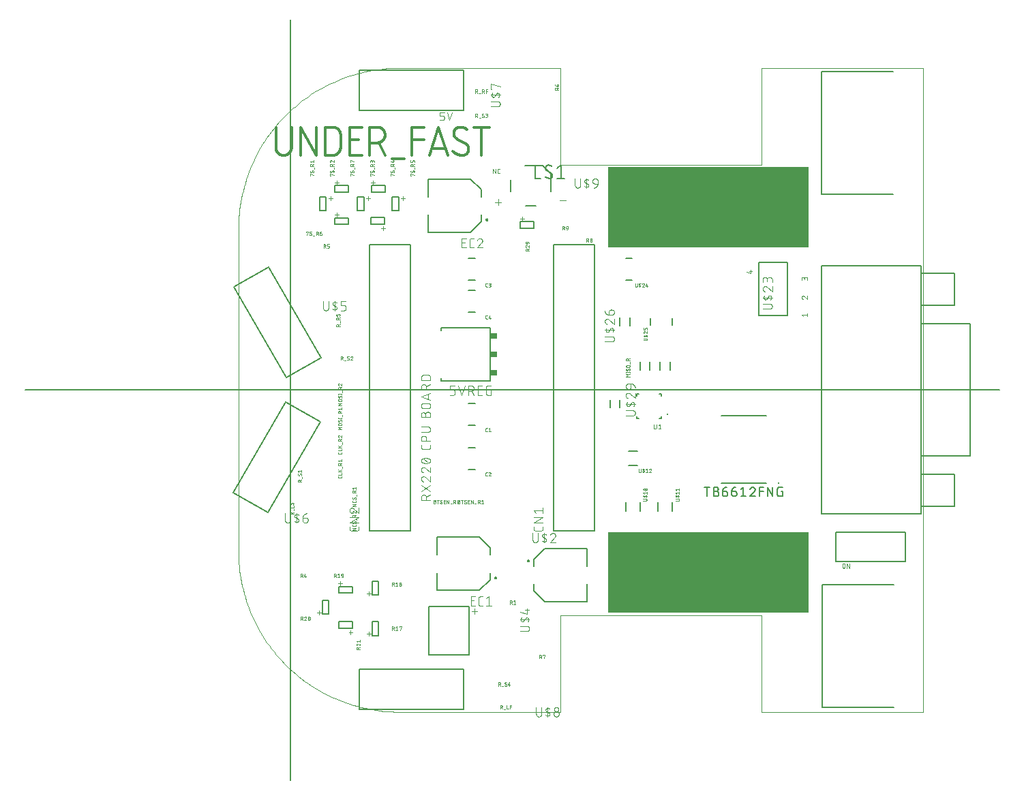
<source format=gto>
G75*
%MOIN*%
%OFA0B0*%
%FSLAX25Y25*%
%IPPOS*%
%LPD*%
%AMOC8*
5,1,8,0,0,1.08239X$1,22.5*
%
%ADD10C,0.00000*%
%ADD11R,0.98425X0.39370*%
%ADD12C,0.01200*%
%ADD13C,0.00600*%
%ADD14C,0.00300*%
%ADD15C,0.00800*%
%ADD16R,0.03268X0.02992*%
%ADD17R,0.03583X0.02992*%
%ADD18C,0.00400*%
%ADD19C,0.00500*%
%ADD20C,0.00200*%
%ADD21C,0.00787*%
%ADD22C,0.01000*%
%ADD23C,0.00394*%
D10*
X0105631Y0113505D02*
X0105631Y0270985D01*
X0105654Y0272888D01*
X0105723Y0274789D01*
X0105838Y0276689D01*
X0105999Y0278585D01*
X0106205Y0280476D01*
X0106457Y0282362D01*
X0106755Y0284241D01*
X0107098Y0286113D01*
X0107486Y0287976D01*
X0107919Y0289829D01*
X0108397Y0291671D01*
X0108919Y0293500D01*
X0109485Y0295317D01*
X0110095Y0297119D01*
X0110748Y0298907D01*
X0111444Y0300677D01*
X0112183Y0302431D01*
X0112964Y0304166D01*
X0113786Y0305882D01*
X0114650Y0307577D01*
X0115555Y0309251D01*
X0116500Y0310903D01*
X0117484Y0312531D01*
X0118507Y0314136D01*
X0119569Y0315714D01*
X0120669Y0317267D01*
X0121806Y0318793D01*
X0122979Y0320291D01*
X0124189Y0321760D01*
X0125433Y0323199D01*
X0126712Y0324608D01*
X0128025Y0325986D01*
X0129370Y0327331D01*
X0130748Y0328644D01*
X0132157Y0329923D01*
X0133596Y0331167D01*
X0135065Y0332377D01*
X0136563Y0333550D01*
X0138089Y0334687D01*
X0139642Y0335787D01*
X0141220Y0336849D01*
X0142825Y0337872D01*
X0144453Y0338856D01*
X0146105Y0339801D01*
X0147779Y0340706D01*
X0149474Y0341570D01*
X0151190Y0342392D01*
X0152925Y0343173D01*
X0154679Y0343912D01*
X0156449Y0344608D01*
X0158237Y0345261D01*
X0160039Y0345871D01*
X0161856Y0346437D01*
X0163685Y0346959D01*
X0165527Y0347437D01*
X0167380Y0347870D01*
X0169243Y0348258D01*
X0171115Y0348601D01*
X0172994Y0348899D01*
X0174880Y0349151D01*
X0176771Y0349357D01*
X0178667Y0349518D01*
X0180567Y0349633D01*
X0182468Y0349702D01*
X0184371Y0349725D01*
X0263111Y0349725D01*
X0263111Y0302481D01*
X0361536Y0302481D01*
X0361536Y0349725D01*
X0440276Y0349725D01*
X0440276Y0034765D01*
X0361536Y0034765D01*
X0361536Y0082009D01*
X0263111Y0082009D01*
X0263111Y0034765D01*
X0184371Y0034765D01*
X0182468Y0034788D01*
X0180567Y0034857D01*
X0178667Y0034972D01*
X0176771Y0035133D01*
X0174880Y0035339D01*
X0172994Y0035591D01*
X0171115Y0035889D01*
X0169243Y0036232D01*
X0167380Y0036620D01*
X0165527Y0037053D01*
X0163685Y0037531D01*
X0161856Y0038053D01*
X0160039Y0038619D01*
X0158237Y0039229D01*
X0156449Y0039882D01*
X0154679Y0040578D01*
X0152925Y0041317D01*
X0151190Y0042098D01*
X0149474Y0042920D01*
X0147779Y0043784D01*
X0146105Y0044689D01*
X0144453Y0045634D01*
X0142825Y0046618D01*
X0141220Y0047641D01*
X0139642Y0048703D01*
X0138089Y0049803D01*
X0136563Y0050940D01*
X0135065Y0052113D01*
X0133596Y0053323D01*
X0132157Y0054567D01*
X0130748Y0055846D01*
X0129370Y0057159D01*
X0128025Y0058504D01*
X0126712Y0059882D01*
X0125433Y0061291D01*
X0124189Y0062730D01*
X0122979Y0064199D01*
X0121806Y0065697D01*
X0120669Y0067223D01*
X0119569Y0068776D01*
X0118507Y0070354D01*
X0117484Y0071959D01*
X0116500Y0073587D01*
X0115555Y0075239D01*
X0114650Y0076913D01*
X0113786Y0078608D01*
X0112964Y0080324D01*
X0112183Y0082059D01*
X0111444Y0083813D01*
X0110748Y0085583D01*
X0110095Y0087371D01*
X0109485Y0089173D01*
X0108919Y0090990D01*
X0108397Y0092819D01*
X0107919Y0094661D01*
X0107486Y0096514D01*
X0107098Y0098377D01*
X0106755Y0100249D01*
X0106457Y0102128D01*
X0106205Y0104014D01*
X0105999Y0105905D01*
X0105838Y0107801D01*
X0105723Y0109701D01*
X0105654Y0111602D01*
X0105631Y0113505D01*
D11*
X0335552Y0102875D03*
X0335552Y0281615D03*
D12*
X0228364Y0320818D02*
X0220697Y0320818D01*
X0224531Y0320818D02*
X0224531Y0307018D01*
X0216706Y0312768D02*
X0212489Y0315068D01*
X0214022Y0320818D02*
X0214170Y0320816D01*
X0214318Y0320810D01*
X0214466Y0320801D01*
X0214613Y0320788D01*
X0214760Y0320770D01*
X0214907Y0320750D01*
X0215052Y0320725D01*
X0215198Y0320697D01*
X0215342Y0320664D01*
X0215486Y0320629D01*
X0215628Y0320589D01*
X0215770Y0320546D01*
X0215910Y0320499D01*
X0216050Y0320449D01*
X0216187Y0320395D01*
X0216324Y0320337D01*
X0216459Y0320276D01*
X0216592Y0320212D01*
X0216723Y0320144D01*
X0216853Y0320073D01*
X0216981Y0319998D01*
X0217107Y0319920D01*
X0217231Y0319839D01*
X0217352Y0319755D01*
X0217472Y0319668D01*
X0212489Y0315067D02*
X0212397Y0315124D01*
X0212307Y0315183D01*
X0212219Y0315246D01*
X0212133Y0315311D01*
X0212050Y0315380D01*
X0211969Y0315451D01*
X0211891Y0315525D01*
X0211815Y0315602D01*
X0211742Y0315681D01*
X0211672Y0315763D01*
X0211605Y0315847D01*
X0211540Y0315934D01*
X0211479Y0316022D01*
X0211421Y0316113D01*
X0211365Y0316206D01*
X0211314Y0316300D01*
X0211265Y0316396D01*
X0211220Y0316494D01*
X0211178Y0316594D01*
X0211140Y0316694D01*
X0211105Y0316796D01*
X0211074Y0316900D01*
X0211046Y0317004D01*
X0211022Y0317109D01*
X0211002Y0317215D01*
X0210985Y0317321D01*
X0210972Y0317428D01*
X0210962Y0317536D01*
X0210957Y0317643D01*
X0210955Y0317751D01*
X0210957Y0317860D01*
X0210963Y0317970D01*
X0210973Y0318079D01*
X0210986Y0318187D01*
X0211004Y0318296D01*
X0211025Y0318403D01*
X0211050Y0318509D01*
X0211079Y0318615D01*
X0211112Y0318720D01*
X0211148Y0318823D01*
X0211188Y0318925D01*
X0211232Y0319025D01*
X0211279Y0319124D01*
X0211330Y0319221D01*
X0211384Y0319316D01*
X0211442Y0319409D01*
X0211503Y0319500D01*
X0211567Y0319589D01*
X0211634Y0319675D01*
X0211704Y0319759D01*
X0211777Y0319841D01*
X0211853Y0319920D01*
X0211932Y0319996D01*
X0212014Y0320069D01*
X0212098Y0320139D01*
X0212184Y0320206D01*
X0212273Y0320270D01*
X0212364Y0320331D01*
X0212457Y0320389D01*
X0212552Y0320443D01*
X0212649Y0320494D01*
X0212748Y0320541D01*
X0212848Y0320585D01*
X0212950Y0320625D01*
X0213053Y0320661D01*
X0213158Y0320694D01*
X0213264Y0320723D01*
X0213370Y0320748D01*
X0213477Y0320769D01*
X0213586Y0320787D01*
X0213694Y0320800D01*
X0213803Y0320810D01*
X0213913Y0320816D01*
X0214022Y0320818D01*
X0210572Y0308935D02*
X0210686Y0308822D01*
X0210803Y0308713D01*
X0210922Y0308607D01*
X0211044Y0308504D01*
X0211169Y0308403D01*
X0211295Y0308306D01*
X0211425Y0308212D01*
X0211556Y0308121D01*
X0211690Y0308033D01*
X0211826Y0307949D01*
X0211964Y0307868D01*
X0212103Y0307791D01*
X0212245Y0307717D01*
X0212389Y0307646D01*
X0212534Y0307580D01*
X0212680Y0307516D01*
X0212829Y0307457D01*
X0212978Y0307401D01*
X0213130Y0307348D01*
X0213282Y0307300D01*
X0213435Y0307255D01*
X0213590Y0307214D01*
X0213745Y0307177D01*
X0213902Y0307144D01*
X0214059Y0307114D01*
X0214216Y0307089D01*
X0214375Y0307067D01*
X0214534Y0307050D01*
X0214693Y0307036D01*
X0214852Y0307026D01*
X0215012Y0307020D01*
X0215172Y0307018D01*
X0215281Y0307020D01*
X0215391Y0307026D01*
X0215500Y0307036D01*
X0215608Y0307049D01*
X0215717Y0307067D01*
X0215824Y0307088D01*
X0215930Y0307113D01*
X0216036Y0307142D01*
X0216141Y0307175D01*
X0216244Y0307211D01*
X0216346Y0307251D01*
X0216446Y0307295D01*
X0216545Y0307342D01*
X0216642Y0307393D01*
X0216737Y0307447D01*
X0216830Y0307505D01*
X0216921Y0307566D01*
X0217010Y0307630D01*
X0217096Y0307697D01*
X0217180Y0307767D01*
X0217262Y0307840D01*
X0217341Y0307916D01*
X0217417Y0307995D01*
X0217490Y0308077D01*
X0217560Y0308161D01*
X0217627Y0308247D01*
X0217691Y0308336D01*
X0217752Y0308427D01*
X0217810Y0308520D01*
X0217864Y0308615D01*
X0217915Y0308712D01*
X0217962Y0308811D01*
X0218006Y0308911D01*
X0218046Y0309013D01*
X0218082Y0309116D01*
X0218115Y0309221D01*
X0218144Y0309327D01*
X0218169Y0309433D01*
X0218190Y0309540D01*
X0218208Y0309649D01*
X0218221Y0309757D01*
X0218231Y0309866D01*
X0218237Y0309976D01*
X0218239Y0310085D01*
X0218237Y0310193D01*
X0218232Y0310300D01*
X0218222Y0310408D01*
X0218209Y0310515D01*
X0218192Y0310621D01*
X0218172Y0310727D01*
X0218148Y0310832D01*
X0218120Y0310936D01*
X0218089Y0311040D01*
X0218054Y0311142D01*
X0218016Y0311242D01*
X0217974Y0311342D01*
X0217929Y0311440D01*
X0217880Y0311536D01*
X0217829Y0311630D01*
X0217773Y0311723D01*
X0217715Y0311814D01*
X0217654Y0311902D01*
X0217589Y0311989D01*
X0217522Y0312073D01*
X0217452Y0312155D01*
X0217379Y0312234D01*
X0217303Y0312311D01*
X0217225Y0312385D01*
X0217144Y0312456D01*
X0217061Y0312525D01*
X0216975Y0312590D01*
X0216887Y0312653D01*
X0216797Y0312712D01*
X0216705Y0312769D01*
X0206981Y0310468D02*
X0200081Y0310468D01*
X0198931Y0307018D02*
X0203531Y0320818D01*
X0208131Y0307018D01*
X0196450Y0314685D02*
X0190317Y0314685D01*
X0190317Y0320818D02*
X0190317Y0307018D01*
X0186722Y0305485D02*
X0180589Y0305485D01*
X0177352Y0307018D02*
X0174285Y0313151D01*
X0173519Y0313151D02*
X0169685Y0313151D01*
X0164542Y0314685D02*
X0159942Y0314685D01*
X0155614Y0316985D02*
X0155614Y0310851D01*
X0155612Y0310728D01*
X0155606Y0310605D01*
X0155596Y0310483D01*
X0155583Y0310361D01*
X0155565Y0310239D01*
X0155543Y0310118D01*
X0155518Y0309998D01*
X0155489Y0309879D01*
X0155456Y0309760D01*
X0155419Y0309643D01*
X0155378Y0309527D01*
X0155334Y0309413D01*
X0155286Y0309299D01*
X0155234Y0309188D01*
X0155179Y0309078D01*
X0155121Y0308970D01*
X0155059Y0308864D01*
X0154993Y0308760D01*
X0154925Y0308658D01*
X0154853Y0308558D01*
X0154778Y0308461D01*
X0154700Y0308366D01*
X0154618Y0308274D01*
X0154534Y0308184D01*
X0154448Y0308098D01*
X0154358Y0308014D01*
X0154266Y0307932D01*
X0154171Y0307854D01*
X0154074Y0307779D01*
X0153974Y0307707D01*
X0153872Y0307639D01*
X0153768Y0307573D01*
X0153662Y0307511D01*
X0153554Y0307453D01*
X0153444Y0307398D01*
X0153333Y0307346D01*
X0153219Y0307298D01*
X0153105Y0307254D01*
X0152989Y0307213D01*
X0152872Y0307176D01*
X0152753Y0307143D01*
X0152634Y0307114D01*
X0152514Y0307089D01*
X0152393Y0307067D01*
X0152271Y0307049D01*
X0152149Y0307036D01*
X0152027Y0307026D01*
X0151904Y0307020D01*
X0151781Y0307018D01*
X0147947Y0307018D01*
X0147947Y0320818D01*
X0151781Y0320818D01*
X0151904Y0320816D01*
X0152027Y0320810D01*
X0152149Y0320800D01*
X0152271Y0320787D01*
X0152393Y0320769D01*
X0152514Y0320747D01*
X0152634Y0320722D01*
X0152753Y0320693D01*
X0152872Y0320660D01*
X0152989Y0320623D01*
X0153105Y0320582D01*
X0153219Y0320538D01*
X0153333Y0320490D01*
X0153444Y0320438D01*
X0153554Y0320383D01*
X0153662Y0320325D01*
X0153768Y0320263D01*
X0153872Y0320197D01*
X0153974Y0320129D01*
X0154074Y0320057D01*
X0154171Y0319982D01*
X0154266Y0319904D01*
X0154358Y0319822D01*
X0154448Y0319738D01*
X0154534Y0319652D01*
X0154618Y0319562D01*
X0154700Y0319470D01*
X0154778Y0319375D01*
X0154853Y0319278D01*
X0154925Y0319178D01*
X0154993Y0319076D01*
X0155059Y0318972D01*
X0155121Y0318866D01*
X0155179Y0318758D01*
X0155234Y0318648D01*
X0155286Y0318537D01*
X0155334Y0318423D01*
X0155378Y0318309D01*
X0155419Y0318193D01*
X0155456Y0318076D01*
X0155489Y0317957D01*
X0155518Y0317838D01*
X0155543Y0317718D01*
X0155565Y0317597D01*
X0155583Y0317475D01*
X0155596Y0317353D01*
X0155606Y0317231D01*
X0155612Y0317108D01*
X0155614Y0316985D01*
X0159942Y0320818D02*
X0166075Y0320818D01*
X0169685Y0320818D02*
X0173519Y0320818D01*
X0173642Y0320816D01*
X0173765Y0320810D01*
X0173887Y0320800D01*
X0174009Y0320787D01*
X0174131Y0320769D01*
X0174252Y0320747D01*
X0174372Y0320722D01*
X0174491Y0320693D01*
X0174610Y0320660D01*
X0174727Y0320623D01*
X0174843Y0320582D01*
X0174957Y0320538D01*
X0175071Y0320490D01*
X0175182Y0320438D01*
X0175292Y0320383D01*
X0175400Y0320325D01*
X0175506Y0320263D01*
X0175610Y0320197D01*
X0175712Y0320129D01*
X0175812Y0320057D01*
X0175909Y0319982D01*
X0176004Y0319904D01*
X0176096Y0319822D01*
X0176186Y0319738D01*
X0176272Y0319652D01*
X0176356Y0319562D01*
X0176438Y0319470D01*
X0176516Y0319375D01*
X0176591Y0319278D01*
X0176663Y0319178D01*
X0176731Y0319076D01*
X0176797Y0318972D01*
X0176859Y0318866D01*
X0176917Y0318758D01*
X0176972Y0318648D01*
X0177024Y0318537D01*
X0177072Y0318423D01*
X0177116Y0318309D01*
X0177157Y0318193D01*
X0177194Y0318076D01*
X0177227Y0317957D01*
X0177256Y0317838D01*
X0177281Y0317718D01*
X0177303Y0317597D01*
X0177321Y0317475D01*
X0177334Y0317353D01*
X0177344Y0317231D01*
X0177350Y0317108D01*
X0177352Y0316985D01*
X0177350Y0316862D01*
X0177344Y0316739D01*
X0177334Y0316617D01*
X0177321Y0316495D01*
X0177303Y0316373D01*
X0177281Y0316252D01*
X0177256Y0316132D01*
X0177227Y0316013D01*
X0177194Y0315894D01*
X0177157Y0315777D01*
X0177116Y0315661D01*
X0177072Y0315547D01*
X0177024Y0315433D01*
X0176972Y0315322D01*
X0176917Y0315212D01*
X0176859Y0315104D01*
X0176797Y0314998D01*
X0176731Y0314894D01*
X0176663Y0314792D01*
X0176591Y0314692D01*
X0176516Y0314595D01*
X0176438Y0314500D01*
X0176356Y0314408D01*
X0176272Y0314318D01*
X0176186Y0314232D01*
X0176096Y0314148D01*
X0176004Y0314066D01*
X0175909Y0313988D01*
X0175812Y0313913D01*
X0175712Y0313841D01*
X0175610Y0313773D01*
X0175506Y0313707D01*
X0175400Y0313645D01*
X0175292Y0313587D01*
X0175182Y0313532D01*
X0175071Y0313480D01*
X0174957Y0313432D01*
X0174843Y0313388D01*
X0174727Y0313347D01*
X0174610Y0313310D01*
X0174491Y0313277D01*
X0174372Y0313248D01*
X0174252Y0313223D01*
X0174131Y0313201D01*
X0174009Y0313183D01*
X0173887Y0313170D01*
X0173765Y0313160D01*
X0173642Y0313154D01*
X0173519Y0313152D01*
X0169685Y0307018D02*
X0169685Y0320818D01*
X0159942Y0320818D02*
X0159942Y0307018D01*
X0166075Y0307018D01*
X0143614Y0307018D02*
X0143614Y0320818D01*
X0135947Y0320818D02*
X0143614Y0307018D01*
X0135947Y0307018D02*
X0135947Y0320818D01*
X0131614Y0320818D02*
X0131614Y0310851D01*
X0131612Y0310728D01*
X0131606Y0310605D01*
X0131596Y0310483D01*
X0131583Y0310361D01*
X0131565Y0310239D01*
X0131543Y0310118D01*
X0131518Y0309998D01*
X0131489Y0309879D01*
X0131456Y0309760D01*
X0131419Y0309643D01*
X0131378Y0309527D01*
X0131334Y0309413D01*
X0131286Y0309299D01*
X0131234Y0309188D01*
X0131179Y0309078D01*
X0131121Y0308970D01*
X0131059Y0308864D01*
X0130993Y0308760D01*
X0130925Y0308658D01*
X0130853Y0308558D01*
X0130778Y0308461D01*
X0130700Y0308366D01*
X0130618Y0308274D01*
X0130534Y0308184D01*
X0130448Y0308098D01*
X0130358Y0308014D01*
X0130266Y0307932D01*
X0130171Y0307854D01*
X0130074Y0307779D01*
X0129974Y0307707D01*
X0129872Y0307639D01*
X0129768Y0307573D01*
X0129662Y0307511D01*
X0129554Y0307453D01*
X0129444Y0307398D01*
X0129333Y0307346D01*
X0129219Y0307298D01*
X0129105Y0307254D01*
X0128989Y0307213D01*
X0128872Y0307176D01*
X0128753Y0307143D01*
X0128634Y0307114D01*
X0128514Y0307089D01*
X0128393Y0307067D01*
X0128271Y0307049D01*
X0128149Y0307036D01*
X0128027Y0307026D01*
X0127904Y0307020D01*
X0127781Y0307018D01*
X0127658Y0307020D01*
X0127535Y0307026D01*
X0127413Y0307036D01*
X0127291Y0307049D01*
X0127169Y0307067D01*
X0127048Y0307089D01*
X0126928Y0307114D01*
X0126809Y0307143D01*
X0126690Y0307176D01*
X0126573Y0307213D01*
X0126457Y0307254D01*
X0126343Y0307298D01*
X0126229Y0307346D01*
X0126118Y0307398D01*
X0126008Y0307453D01*
X0125900Y0307511D01*
X0125794Y0307573D01*
X0125690Y0307639D01*
X0125588Y0307707D01*
X0125488Y0307779D01*
X0125391Y0307854D01*
X0125296Y0307932D01*
X0125204Y0308014D01*
X0125114Y0308098D01*
X0125028Y0308184D01*
X0124944Y0308274D01*
X0124862Y0308366D01*
X0124784Y0308461D01*
X0124709Y0308558D01*
X0124637Y0308658D01*
X0124569Y0308760D01*
X0124503Y0308864D01*
X0124441Y0308970D01*
X0124383Y0309078D01*
X0124328Y0309188D01*
X0124276Y0309299D01*
X0124228Y0309413D01*
X0124184Y0309527D01*
X0124143Y0309643D01*
X0124106Y0309760D01*
X0124073Y0309879D01*
X0124044Y0309998D01*
X0124019Y0310118D01*
X0123997Y0310239D01*
X0123979Y0310361D01*
X0123966Y0310483D01*
X0123956Y0310605D01*
X0123950Y0310728D01*
X0123948Y0310851D01*
X0123947Y0310851D02*
X0123947Y0320818D01*
X0190317Y0320818D02*
X0196450Y0320818D01*
D13*
X0131221Y0373347D02*
X0131221Y0001300D01*
X0170985Y0072166D02*
X0174135Y0072166D01*
X0174135Y0078859D01*
X0170985Y0078859D01*
X0170985Y0072166D01*
X0161418Y0075828D02*
X0161418Y0078977D01*
X0154725Y0078977D01*
X0154725Y0075828D01*
X0161418Y0075828D01*
X0149843Y0082560D02*
X0146694Y0082560D01*
X0146694Y0089253D01*
X0149843Y0089253D01*
X0149843Y0082560D01*
X0154646Y0092914D02*
X0154646Y0096064D01*
X0161339Y0096064D01*
X0161339Y0092914D01*
X0154646Y0092914D01*
X0170985Y0091851D02*
X0174135Y0091851D01*
X0174135Y0098544D01*
X0170985Y0098544D01*
X0170985Y0091851D01*
X0001300Y0192245D02*
X0477678Y0192245D01*
X0463505Y0160119D02*
X0439489Y0160119D01*
X0439489Y0224686D01*
X0463505Y0224686D01*
X0463505Y0160119D01*
X0455631Y0151064D02*
X0439883Y0151064D01*
X0439489Y0160119D02*
X0439489Y0131772D01*
X0390670Y0131772D01*
X0390670Y0253032D01*
X0439489Y0253032D01*
X0439489Y0224686D01*
X0439883Y0233741D02*
X0455631Y0233741D01*
X0455631Y0249489D01*
X0439883Y0249489D01*
X0455631Y0151064D02*
X0455631Y0135316D01*
X0439883Y0135316D01*
X0250119Y0271379D02*
X0243426Y0271379D01*
X0243426Y0274528D01*
X0250119Y0274528D01*
X0250119Y0271379D01*
X0250654Y0295821D02*
X0253510Y0295821D01*
X0250654Y0295821D02*
X0250654Y0302246D01*
X0256473Y0299569D02*
X0258436Y0298498D01*
X0257722Y0295821D02*
X0257614Y0295823D01*
X0257506Y0295829D01*
X0257398Y0295838D01*
X0257291Y0295852D01*
X0257184Y0295869D01*
X0257078Y0295891D01*
X0256972Y0295916D01*
X0256868Y0295944D01*
X0256765Y0295977D01*
X0256663Y0296013D01*
X0256562Y0296053D01*
X0256463Y0296096D01*
X0256365Y0296143D01*
X0256270Y0296194D01*
X0256176Y0296248D01*
X0256084Y0296305D01*
X0255994Y0296365D01*
X0255906Y0296429D01*
X0255821Y0296495D01*
X0255738Y0296565D01*
X0255658Y0296638D01*
X0255580Y0296713D01*
X0258436Y0298497D02*
X0258500Y0298457D01*
X0258562Y0298414D01*
X0258621Y0298368D01*
X0258678Y0298319D01*
X0258732Y0298266D01*
X0258784Y0298212D01*
X0258832Y0298154D01*
X0258878Y0298094D01*
X0258920Y0298032D01*
X0258959Y0297967D01*
X0258995Y0297901D01*
X0259027Y0297833D01*
X0259055Y0297763D01*
X0259080Y0297692D01*
X0259101Y0297620D01*
X0259119Y0297547D01*
X0259132Y0297473D01*
X0259142Y0297398D01*
X0259148Y0297323D01*
X0259150Y0297248D01*
X0259148Y0297173D01*
X0259142Y0297099D01*
X0259132Y0297025D01*
X0259119Y0296951D01*
X0259101Y0296878D01*
X0259080Y0296807D01*
X0259055Y0296736D01*
X0259027Y0296667D01*
X0258994Y0296600D01*
X0258959Y0296534D01*
X0258920Y0296470D01*
X0258877Y0296409D01*
X0258832Y0296349D01*
X0258783Y0296292D01*
X0258732Y0296238D01*
X0258678Y0296187D01*
X0258621Y0296138D01*
X0258561Y0296093D01*
X0258500Y0296050D01*
X0258436Y0296011D01*
X0258370Y0295976D01*
X0258303Y0295943D01*
X0258234Y0295915D01*
X0258163Y0295890D01*
X0258092Y0295869D01*
X0258019Y0295851D01*
X0257945Y0295838D01*
X0257871Y0295828D01*
X0257797Y0295822D01*
X0257722Y0295820D01*
X0258793Y0301711D02*
X0258711Y0301770D01*
X0258627Y0301826D01*
X0258540Y0301879D01*
X0258452Y0301928D01*
X0258362Y0301975D01*
X0258270Y0302017D01*
X0258176Y0302056D01*
X0258081Y0302092D01*
X0257985Y0302124D01*
X0257888Y0302153D01*
X0257790Y0302177D01*
X0257691Y0302198D01*
X0257591Y0302215D01*
X0257490Y0302229D01*
X0257389Y0302238D01*
X0257288Y0302244D01*
X0257187Y0302246D01*
X0257112Y0302244D01*
X0257038Y0302238D01*
X0256964Y0302228D01*
X0256890Y0302215D01*
X0256817Y0302197D01*
X0256746Y0302176D01*
X0256675Y0302151D01*
X0256606Y0302123D01*
X0256539Y0302090D01*
X0256473Y0302055D01*
X0256409Y0302016D01*
X0256348Y0301973D01*
X0256288Y0301928D01*
X0256231Y0301879D01*
X0256177Y0301828D01*
X0256126Y0301774D01*
X0256077Y0301717D01*
X0256032Y0301657D01*
X0255989Y0301596D01*
X0255950Y0301532D01*
X0255915Y0301466D01*
X0255882Y0301399D01*
X0255854Y0301330D01*
X0255829Y0301259D01*
X0255808Y0301188D01*
X0255790Y0301115D01*
X0255777Y0301041D01*
X0255767Y0300967D01*
X0255761Y0300893D01*
X0255759Y0300818D01*
X0255761Y0300743D01*
X0255767Y0300668D01*
X0255777Y0300593D01*
X0255790Y0300519D01*
X0255808Y0300446D01*
X0255829Y0300374D01*
X0255854Y0300303D01*
X0255882Y0300233D01*
X0255914Y0300165D01*
X0255950Y0300099D01*
X0255989Y0300034D01*
X0256031Y0299972D01*
X0256077Y0299912D01*
X0256125Y0299854D01*
X0256177Y0299800D01*
X0256231Y0299747D01*
X0256288Y0299698D01*
X0256347Y0299652D01*
X0256409Y0299609D01*
X0256473Y0299569D01*
X0261548Y0300818D02*
X0263332Y0302246D01*
X0263332Y0295821D01*
X0261548Y0295821D02*
X0265117Y0295821D01*
X0183977Y0286733D02*
X0183977Y0280040D01*
X0180828Y0280040D01*
X0180828Y0286733D01*
X0183977Y0286733D01*
X0177284Y0289095D02*
X0170591Y0289095D01*
X0170591Y0292245D01*
X0177284Y0292245D01*
X0177284Y0289095D01*
X0167048Y0286733D02*
X0167048Y0280040D01*
X0163898Y0280040D01*
X0163898Y0286733D01*
X0167048Y0286733D01*
X0159568Y0289095D02*
X0152875Y0289095D01*
X0152875Y0292245D01*
X0159568Y0292245D01*
X0159568Y0289095D01*
X0148544Y0286733D02*
X0148544Y0280040D01*
X0145394Y0280040D01*
X0145394Y0286733D01*
X0148544Y0286733D01*
X0152875Y0276497D02*
X0152875Y0273347D01*
X0159568Y0273347D01*
X0159568Y0276497D01*
X0152875Y0276497D01*
X0170434Y0276654D02*
X0170434Y0273505D01*
X0177127Y0273505D01*
X0177127Y0276654D01*
X0170434Y0276654D01*
D14*
X0175308Y0271357D02*
X0177242Y0271357D01*
X0176275Y0270391D02*
X0176275Y0272324D01*
X0169195Y0284915D02*
X0169195Y0286848D01*
X0168229Y0285881D02*
X0170162Y0285881D01*
X0171443Y0292781D02*
X0171443Y0294715D01*
X0170477Y0293748D02*
X0172410Y0293748D01*
X0185158Y0285881D02*
X0187091Y0285881D01*
X0186125Y0284915D02*
X0186125Y0286848D01*
X0154693Y0293748D02*
X0152760Y0293748D01*
X0153727Y0292781D02*
X0153727Y0294715D01*
X0150692Y0286848D02*
X0150692Y0284915D01*
X0151658Y0285881D02*
X0149725Y0285881D01*
X0153727Y0278966D02*
X0153727Y0277033D01*
X0154693Y0278000D02*
X0152760Y0278000D01*
X0204206Y0324285D02*
X0205439Y0324285D01*
X0205495Y0324287D01*
X0205551Y0324293D01*
X0205606Y0324302D01*
X0205661Y0324315D01*
X0205714Y0324332D01*
X0205766Y0324353D01*
X0205817Y0324377D01*
X0205866Y0324405D01*
X0205913Y0324435D01*
X0205958Y0324469D01*
X0206000Y0324506D01*
X0206040Y0324546D01*
X0206077Y0324588D01*
X0206111Y0324633D01*
X0206141Y0324680D01*
X0206169Y0324729D01*
X0206193Y0324780D01*
X0206214Y0324832D01*
X0206231Y0324885D01*
X0206244Y0324940D01*
X0206253Y0324995D01*
X0206259Y0325051D01*
X0206261Y0325107D01*
X0206261Y0325518D01*
X0206259Y0325574D01*
X0206253Y0325630D01*
X0206244Y0325685D01*
X0206231Y0325740D01*
X0206214Y0325793D01*
X0206193Y0325845D01*
X0206169Y0325896D01*
X0206141Y0325945D01*
X0206111Y0325992D01*
X0206077Y0326037D01*
X0206040Y0326079D01*
X0206000Y0326119D01*
X0205958Y0326156D01*
X0205913Y0326190D01*
X0205866Y0326220D01*
X0205817Y0326248D01*
X0205766Y0326272D01*
X0205714Y0326293D01*
X0205661Y0326310D01*
X0205606Y0326323D01*
X0205551Y0326332D01*
X0205495Y0326338D01*
X0205439Y0326340D01*
X0204206Y0326340D01*
X0204206Y0327985D01*
X0206261Y0327985D01*
X0207600Y0327985D02*
X0208834Y0324285D01*
X0210067Y0327985D01*
X0244278Y0276998D02*
X0244278Y0275065D01*
X0243311Y0276031D02*
X0245244Y0276031D01*
X0155498Y0098533D02*
X0155498Y0096600D01*
X0154532Y0097567D02*
X0156465Y0097567D01*
X0168515Y0092703D02*
X0170449Y0092703D01*
X0169482Y0091736D02*
X0169482Y0093670D01*
X0169482Y0073985D02*
X0169482Y0072051D01*
X0170449Y0073018D02*
X0168515Y0073018D01*
X0161533Y0073680D02*
X0159600Y0073680D01*
X0160566Y0072713D02*
X0160566Y0074647D01*
X0146157Y0083412D02*
X0144224Y0083412D01*
X0145191Y0084378D02*
X0145191Y0082445D01*
X0219786Y0083968D02*
X0222252Y0083968D01*
X0221019Y0085201D02*
X0221019Y0082734D01*
D15*
X0341851Y0146694D02*
X0363898Y0146694D01*
X0363898Y0179765D02*
X0341851Y0179765D01*
X0360009Y0228754D02*
X0360009Y0254554D01*
X0374009Y0254554D01*
X0374009Y0228754D01*
X0360009Y0228754D01*
X0228643Y0222520D02*
X0228643Y0196615D01*
X0204627Y0196615D01*
X0204627Y0197914D01*
X0204627Y0221221D02*
X0204627Y0222520D01*
X0228643Y0222520D01*
D16*
X0230276Y0209568D03*
D17*
X0230434Y0200572D03*
X0230434Y0218564D03*
D18*
X0229210Y0194368D02*
X0227677Y0194368D01*
X0227677Y0194367D02*
X0227615Y0194365D01*
X0227554Y0194360D01*
X0227493Y0194350D01*
X0227432Y0194337D01*
X0227373Y0194321D01*
X0227315Y0194301D01*
X0227258Y0194277D01*
X0227202Y0194250D01*
X0227148Y0194220D01*
X0227096Y0194186D01*
X0227047Y0194149D01*
X0226999Y0194110D01*
X0226954Y0194068D01*
X0226912Y0194023D01*
X0226872Y0193975D01*
X0226836Y0193926D01*
X0226802Y0193874D01*
X0226772Y0193820D01*
X0226745Y0193764D01*
X0226721Y0193707D01*
X0226701Y0193649D01*
X0226685Y0193590D01*
X0226672Y0193529D01*
X0226662Y0193468D01*
X0226657Y0193407D01*
X0226655Y0193345D01*
X0226655Y0190790D01*
X0226657Y0190728D01*
X0226662Y0190667D01*
X0226672Y0190606D01*
X0226685Y0190545D01*
X0226701Y0190486D01*
X0226721Y0190428D01*
X0226745Y0190371D01*
X0226772Y0190315D01*
X0226802Y0190261D01*
X0226836Y0190209D01*
X0226872Y0190160D01*
X0226912Y0190112D01*
X0226954Y0190067D01*
X0226999Y0190025D01*
X0227047Y0189985D01*
X0227096Y0189949D01*
X0227148Y0189915D01*
X0227202Y0189885D01*
X0227258Y0189858D01*
X0227315Y0189834D01*
X0227373Y0189814D01*
X0227432Y0189798D01*
X0227493Y0189785D01*
X0227554Y0189775D01*
X0227615Y0189770D01*
X0227677Y0189768D01*
X0229210Y0189768D01*
X0229210Y0192323D01*
X0228444Y0192323D01*
X0224297Y0192323D02*
X0222764Y0192323D01*
X0222764Y0194368D02*
X0222764Y0189768D01*
X0224808Y0189768D01*
X0220689Y0189768D02*
X0219667Y0191812D01*
X0219411Y0191812D02*
X0218134Y0191812D01*
X0219411Y0191812D02*
X0219481Y0191814D01*
X0219552Y0191820D01*
X0219621Y0191829D01*
X0219690Y0191843D01*
X0219759Y0191860D01*
X0219826Y0191881D01*
X0219892Y0191906D01*
X0219956Y0191934D01*
X0220019Y0191966D01*
X0220080Y0192001D01*
X0220139Y0192040D01*
X0220196Y0192081D01*
X0220250Y0192126D01*
X0220302Y0192174D01*
X0220351Y0192224D01*
X0220398Y0192278D01*
X0220441Y0192333D01*
X0220481Y0192391D01*
X0220518Y0192451D01*
X0220551Y0192513D01*
X0220581Y0192577D01*
X0220608Y0192642D01*
X0220631Y0192708D01*
X0220650Y0192776D01*
X0220665Y0192845D01*
X0220677Y0192914D01*
X0220685Y0192984D01*
X0220689Y0193055D01*
X0220689Y0193125D01*
X0220685Y0193196D01*
X0220677Y0193266D01*
X0220665Y0193335D01*
X0220650Y0193404D01*
X0220631Y0193472D01*
X0220608Y0193538D01*
X0220581Y0193603D01*
X0220551Y0193667D01*
X0220518Y0193729D01*
X0220481Y0193789D01*
X0220441Y0193847D01*
X0220398Y0193902D01*
X0220351Y0193956D01*
X0220302Y0194006D01*
X0220250Y0194054D01*
X0220196Y0194099D01*
X0220139Y0194140D01*
X0220080Y0194179D01*
X0220019Y0194214D01*
X0219956Y0194246D01*
X0219892Y0194274D01*
X0219826Y0194299D01*
X0219759Y0194320D01*
X0219690Y0194337D01*
X0219621Y0194351D01*
X0219552Y0194360D01*
X0219481Y0194366D01*
X0219411Y0194368D01*
X0218134Y0194368D01*
X0218134Y0189768D01*
X0214732Y0189768D02*
X0213199Y0194368D01*
X0211510Y0194368D02*
X0208955Y0194368D01*
X0208955Y0192323D01*
X0210488Y0192323D01*
X0210550Y0192321D01*
X0210611Y0192316D01*
X0210672Y0192306D01*
X0210733Y0192293D01*
X0210792Y0192277D01*
X0210850Y0192257D01*
X0210907Y0192233D01*
X0210963Y0192206D01*
X0211017Y0192176D01*
X0211069Y0192142D01*
X0211118Y0192106D01*
X0211166Y0192066D01*
X0211211Y0192024D01*
X0211253Y0191979D01*
X0211293Y0191931D01*
X0211329Y0191882D01*
X0211363Y0191830D01*
X0211393Y0191776D01*
X0211420Y0191720D01*
X0211444Y0191663D01*
X0211464Y0191605D01*
X0211480Y0191546D01*
X0211493Y0191485D01*
X0211503Y0191424D01*
X0211508Y0191363D01*
X0211510Y0191301D01*
X0211510Y0190790D01*
X0211508Y0190728D01*
X0211503Y0190667D01*
X0211493Y0190606D01*
X0211480Y0190545D01*
X0211464Y0190486D01*
X0211444Y0190428D01*
X0211420Y0190371D01*
X0211393Y0190315D01*
X0211363Y0190261D01*
X0211329Y0190209D01*
X0211293Y0190160D01*
X0211253Y0190112D01*
X0211211Y0190067D01*
X0211166Y0190025D01*
X0211118Y0189985D01*
X0211069Y0189949D01*
X0211017Y0189915D01*
X0210963Y0189885D01*
X0210907Y0189858D01*
X0210850Y0189834D01*
X0210792Y0189814D01*
X0210733Y0189798D01*
X0210672Y0189785D01*
X0210611Y0189775D01*
X0210550Y0189770D01*
X0210488Y0189768D01*
X0208955Y0189768D01*
X0214732Y0189768D02*
X0216266Y0194368D01*
X0222764Y0194368D02*
X0224808Y0194368D01*
X0199565Y0194985D02*
X0197520Y0193962D01*
X0197520Y0193707D02*
X0197520Y0192429D01*
X0197520Y0193707D02*
X0197518Y0193777D01*
X0197512Y0193848D01*
X0197503Y0193917D01*
X0197489Y0193986D01*
X0197472Y0194055D01*
X0197451Y0194122D01*
X0197426Y0194188D01*
X0197398Y0194252D01*
X0197366Y0194315D01*
X0197331Y0194376D01*
X0197292Y0194435D01*
X0197251Y0194492D01*
X0197206Y0194546D01*
X0197158Y0194598D01*
X0197108Y0194647D01*
X0197054Y0194694D01*
X0196999Y0194737D01*
X0196941Y0194777D01*
X0196881Y0194814D01*
X0196819Y0194847D01*
X0196755Y0194877D01*
X0196690Y0194904D01*
X0196624Y0194927D01*
X0196556Y0194946D01*
X0196487Y0194961D01*
X0196418Y0194973D01*
X0196348Y0194981D01*
X0196277Y0194985D01*
X0196207Y0194985D01*
X0196136Y0194981D01*
X0196066Y0194973D01*
X0195997Y0194961D01*
X0195928Y0194946D01*
X0195860Y0194927D01*
X0195794Y0194904D01*
X0195729Y0194877D01*
X0195665Y0194847D01*
X0195603Y0194814D01*
X0195543Y0194777D01*
X0195485Y0194737D01*
X0195430Y0194694D01*
X0195376Y0194647D01*
X0195326Y0194598D01*
X0195278Y0194546D01*
X0195233Y0194492D01*
X0195192Y0194435D01*
X0195153Y0194376D01*
X0195118Y0194315D01*
X0195086Y0194252D01*
X0195058Y0194188D01*
X0195033Y0194122D01*
X0195012Y0194055D01*
X0194995Y0193986D01*
X0194981Y0193917D01*
X0194972Y0193848D01*
X0194966Y0193777D01*
X0194964Y0193707D01*
X0194965Y0193707D02*
X0194965Y0192429D01*
X0199565Y0192429D01*
X0199565Y0190561D02*
X0194965Y0189028D01*
X0199565Y0187495D01*
X0198415Y0187878D02*
X0198415Y0190178D01*
X0198287Y0185806D02*
X0196242Y0185806D01*
X0196172Y0185804D01*
X0196101Y0185798D01*
X0196032Y0185789D01*
X0195963Y0185775D01*
X0195894Y0185758D01*
X0195827Y0185737D01*
X0195761Y0185712D01*
X0195697Y0185684D01*
X0195634Y0185652D01*
X0195573Y0185617D01*
X0195514Y0185578D01*
X0195457Y0185537D01*
X0195403Y0185492D01*
X0195351Y0185444D01*
X0195302Y0185394D01*
X0195255Y0185340D01*
X0195212Y0185285D01*
X0195172Y0185227D01*
X0195135Y0185167D01*
X0195102Y0185105D01*
X0195072Y0185041D01*
X0195045Y0184976D01*
X0195022Y0184910D01*
X0195003Y0184842D01*
X0194988Y0184773D01*
X0194976Y0184704D01*
X0194968Y0184634D01*
X0194964Y0184563D01*
X0194964Y0184493D01*
X0194968Y0184422D01*
X0194976Y0184352D01*
X0194988Y0184283D01*
X0195003Y0184214D01*
X0195022Y0184146D01*
X0195045Y0184080D01*
X0195072Y0184015D01*
X0195102Y0183951D01*
X0195135Y0183889D01*
X0195172Y0183829D01*
X0195212Y0183771D01*
X0195255Y0183716D01*
X0195302Y0183662D01*
X0195351Y0183612D01*
X0195403Y0183564D01*
X0195457Y0183519D01*
X0195514Y0183478D01*
X0195573Y0183439D01*
X0195634Y0183404D01*
X0195697Y0183372D01*
X0195761Y0183344D01*
X0195827Y0183319D01*
X0195894Y0183298D01*
X0195963Y0183281D01*
X0196032Y0183267D01*
X0196101Y0183258D01*
X0196172Y0183252D01*
X0196242Y0183250D01*
X0198287Y0183250D01*
X0198357Y0183252D01*
X0198428Y0183258D01*
X0198497Y0183267D01*
X0198566Y0183281D01*
X0198635Y0183298D01*
X0198702Y0183319D01*
X0198768Y0183344D01*
X0198832Y0183372D01*
X0198895Y0183404D01*
X0198956Y0183439D01*
X0199015Y0183478D01*
X0199072Y0183519D01*
X0199126Y0183564D01*
X0199178Y0183612D01*
X0199227Y0183662D01*
X0199274Y0183716D01*
X0199317Y0183771D01*
X0199357Y0183829D01*
X0199394Y0183889D01*
X0199427Y0183951D01*
X0199457Y0184015D01*
X0199484Y0184080D01*
X0199507Y0184146D01*
X0199526Y0184214D01*
X0199541Y0184283D01*
X0199553Y0184352D01*
X0199561Y0184422D01*
X0199565Y0184493D01*
X0199565Y0184563D01*
X0199561Y0184634D01*
X0199553Y0184704D01*
X0199541Y0184773D01*
X0199526Y0184842D01*
X0199507Y0184910D01*
X0199484Y0184976D01*
X0199457Y0185041D01*
X0199427Y0185105D01*
X0199394Y0185167D01*
X0199357Y0185227D01*
X0199317Y0185285D01*
X0199274Y0185340D01*
X0199227Y0185394D01*
X0199178Y0185444D01*
X0199126Y0185492D01*
X0199072Y0185537D01*
X0199015Y0185578D01*
X0198956Y0185617D01*
X0198895Y0185652D01*
X0198832Y0185684D01*
X0198768Y0185712D01*
X0198702Y0185737D01*
X0198635Y0185758D01*
X0198566Y0185775D01*
X0198497Y0185789D01*
X0198428Y0185798D01*
X0198357Y0185804D01*
X0198287Y0185806D01*
X0199565Y0180245D02*
X0199563Y0180315D01*
X0199557Y0180386D01*
X0199548Y0180455D01*
X0199534Y0180524D01*
X0199517Y0180593D01*
X0199496Y0180660D01*
X0199471Y0180726D01*
X0199443Y0180790D01*
X0199411Y0180853D01*
X0199376Y0180914D01*
X0199337Y0180973D01*
X0199296Y0181030D01*
X0199251Y0181084D01*
X0199203Y0181136D01*
X0199153Y0181185D01*
X0199099Y0181232D01*
X0199044Y0181275D01*
X0198986Y0181315D01*
X0198926Y0181352D01*
X0198864Y0181385D01*
X0198800Y0181415D01*
X0198735Y0181442D01*
X0198669Y0181465D01*
X0198601Y0181484D01*
X0198532Y0181499D01*
X0198463Y0181511D01*
X0198393Y0181519D01*
X0198322Y0181523D01*
X0198252Y0181523D01*
X0198181Y0181519D01*
X0198111Y0181511D01*
X0198042Y0181499D01*
X0197973Y0181484D01*
X0197905Y0181465D01*
X0197839Y0181442D01*
X0197774Y0181415D01*
X0197710Y0181385D01*
X0197648Y0181352D01*
X0197588Y0181315D01*
X0197530Y0181275D01*
X0197475Y0181232D01*
X0197421Y0181185D01*
X0197371Y0181136D01*
X0197323Y0181084D01*
X0197278Y0181030D01*
X0197237Y0180973D01*
X0197198Y0180914D01*
X0197163Y0180853D01*
X0197131Y0180790D01*
X0197103Y0180726D01*
X0197078Y0180660D01*
X0197057Y0180593D01*
X0197040Y0180524D01*
X0197026Y0180455D01*
X0197017Y0180386D01*
X0197011Y0180315D01*
X0197009Y0180245D01*
X0197009Y0178967D01*
X0197009Y0180245D02*
X0197007Y0180308D01*
X0197001Y0180371D01*
X0196992Y0180433D01*
X0196978Y0180494D01*
X0196961Y0180555D01*
X0196940Y0180614D01*
X0196915Y0180672D01*
X0196887Y0180729D01*
X0196856Y0180783D01*
X0196821Y0180835D01*
X0196783Y0180886D01*
X0196742Y0180934D01*
X0196698Y0180979D01*
X0196652Y0181021D01*
X0196603Y0181061D01*
X0196552Y0181097D01*
X0196498Y0181130D01*
X0196443Y0181160D01*
X0196385Y0181186D01*
X0196327Y0181209D01*
X0196267Y0181228D01*
X0196206Y0181243D01*
X0196144Y0181255D01*
X0196081Y0181263D01*
X0196018Y0181267D01*
X0195956Y0181267D01*
X0195893Y0181263D01*
X0195830Y0181255D01*
X0195768Y0181243D01*
X0195707Y0181228D01*
X0195647Y0181209D01*
X0195589Y0181186D01*
X0195531Y0181160D01*
X0195476Y0181130D01*
X0195422Y0181097D01*
X0195371Y0181061D01*
X0195322Y0181021D01*
X0195276Y0180979D01*
X0195232Y0180934D01*
X0195191Y0180886D01*
X0195153Y0180835D01*
X0195118Y0180783D01*
X0195087Y0180729D01*
X0195059Y0180672D01*
X0195034Y0180614D01*
X0195013Y0180555D01*
X0194996Y0180494D01*
X0194982Y0180433D01*
X0194973Y0180371D01*
X0194967Y0180308D01*
X0194965Y0180245D01*
X0194965Y0178967D01*
X0199565Y0178967D01*
X0199565Y0180245D01*
X0198287Y0174256D02*
X0194965Y0174256D01*
X0194965Y0171700D02*
X0198287Y0171700D01*
X0198357Y0171702D01*
X0198428Y0171708D01*
X0198497Y0171717D01*
X0198566Y0171731D01*
X0198635Y0171748D01*
X0198702Y0171769D01*
X0198768Y0171794D01*
X0198832Y0171822D01*
X0198895Y0171854D01*
X0198956Y0171889D01*
X0199015Y0171928D01*
X0199072Y0171969D01*
X0199126Y0172014D01*
X0199178Y0172062D01*
X0199227Y0172112D01*
X0199274Y0172166D01*
X0199317Y0172221D01*
X0199357Y0172279D01*
X0199394Y0172339D01*
X0199427Y0172401D01*
X0199457Y0172465D01*
X0199484Y0172530D01*
X0199507Y0172596D01*
X0199526Y0172664D01*
X0199541Y0172733D01*
X0199553Y0172802D01*
X0199561Y0172872D01*
X0199565Y0172943D01*
X0199565Y0173013D01*
X0199561Y0173084D01*
X0199553Y0173154D01*
X0199541Y0173223D01*
X0199526Y0173292D01*
X0199507Y0173360D01*
X0199484Y0173426D01*
X0199457Y0173491D01*
X0199427Y0173555D01*
X0199394Y0173617D01*
X0199357Y0173677D01*
X0199317Y0173735D01*
X0199274Y0173790D01*
X0199227Y0173844D01*
X0199178Y0173894D01*
X0199126Y0173942D01*
X0199072Y0173987D01*
X0199015Y0174028D01*
X0198956Y0174067D01*
X0198895Y0174102D01*
X0198832Y0174134D01*
X0198768Y0174162D01*
X0198702Y0174187D01*
X0198635Y0174208D01*
X0198566Y0174225D01*
X0198497Y0174239D01*
X0198428Y0174248D01*
X0198357Y0174254D01*
X0198287Y0174256D01*
X0197520Y0168545D02*
X0197520Y0167267D01*
X0197520Y0168545D02*
X0197518Y0168615D01*
X0197512Y0168686D01*
X0197503Y0168755D01*
X0197489Y0168824D01*
X0197472Y0168893D01*
X0197451Y0168960D01*
X0197426Y0169026D01*
X0197398Y0169090D01*
X0197366Y0169153D01*
X0197331Y0169214D01*
X0197292Y0169273D01*
X0197251Y0169330D01*
X0197206Y0169384D01*
X0197158Y0169436D01*
X0197108Y0169485D01*
X0197054Y0169532D01*
X0196999Y0169575D01*
X0196941Y0169615D01*
X0196881Y0169652D01*
X0196819Y0169685D01*
X0196755Y0169715D01*
X0196690Y0169742D01*
X0196624Y0169765D01*
X0196556Y0169784D01*
X0196487Y0169799D01*
X0196418Y0169811D01*
X0196348Y0169819D01*
X0196277Y0169823D01*
X0196207Y0169823D01*
X0196136Y0169819D01*
X0196066Y0169811D01*
X0195997Y0169799D01*
X0195928Y0169784D01*
X0195860Y0169765D01*
X0195794Y0169742D01*
X0195729Y0169715D01*
X0195665Y0169685D01*
X0195603Y0169652D01*
X0195543Y0169615D01*
X0195485Y0169575D01*
X0195430Y0169532D01*
X0195376Y0169485D01*
X0195326Y0169436D01*
X0195278Y0169384D01*
X0195233Y0169330D01*
X0195192Y0169273D01*
X0195153Y0169214D01*
X0195118Y0169153D01*
X0195086Y0169090D01*
X0195058Y0169026D01*
X0195033Y0168960D01*
X0195012Y0168893D01*
X0194995Y0168824D01*
X0194981Y0168755D01*
X0194972Y0168686D01*
X0194966Y0168615D01*
X0194964Y0168545D01*
X0194965Y0168545D02*
X0194965Y0167267D01*
X0199565Y0167267D01*
X0199565Y0165331D02*
X0199565Y0164309D01*
X0199564Y0164309D02*
X0199562Y0164247D01*
X0199557Y0164186D01*
X0199547Y0164125D01*
X0199534Y0164064D01*
X0199518Y0164005D01*
X0199498Y0163947D01*
X0199474Y0163890D01*
X0199447Y0163834D01*
X0199417Y0163780D01*
X0199383Y0163728D01*
X0199347Y0163679D01*
X0199307Y0163631D01*
X0199265Y0163586D01*
X0199220Y0163544D01*
X0199172Y0163504D01*
X0199123Y0163468D01*
X0199071Y0163434D01*
X0199017Y0163404D01*
X0198961Y0163377D01*
X0198904Y0163353D01*
X0198846Y0163333D01*
X0198787Y0163317D01*
X0198726Y0163304D01*
X0198665Y0163294D01*
X0198604Y0163289D01*
X0198542Y0163287D01*
X0195987Y0163287D01*
X0195925Y0163289D01*
X0195864Y0163294D01*
X0195803Y0163304D01*
X0195742Y0163317D01*
X0195683Y0163333D01*
X0195625Y0163353D01*
X0195568Y0163377D01*
X0195512Y0163404D01*
X0195458Y0163434D01*
X0195406Y0163468D01*
X0195357Y0163504D01*
X0195309Y0163544D01*
X0195264Y0163586D01*
X0195222Y0163631D01*
X0195183Y0163679D01*
X0195146Y0163728D01*
X0195112Y0163780D01*
X0195082Y0163834D01*
X0195055Y0163890D01*
X0195031Y0163947D01*
X0195011Y0164005D01*
X0194995Y0164064D01*
X0194982Y0164125D01*
X0194972Y0164186D01*
X0194967Y0164247D01*
X0194965Y0164309D01*
X0194965Y0165331D01*
X0197265Y0156400D02*
X0197380Y0156402D01*
X0197494Y0156407D01*
X0197608Y0156416D01*
X0197722Y0156428D01*
X0197836Y0156443D01*
X0197949Y0156462D01*
X0198061Y0156485D01*
X0198173Y0156510D01*
X0198284Y0156540D01*
X0198394Y0156572D01*
X0198503Y0156608D01*
X0198611Y0156647D01*
X0198717Y0156689D01*
X0198822Y0156735D01*
X0198926Y0156783D01*
X0198542Y0156656D02*
X0195987Y0158700D01*
X0195603Y0158573D02*
X0195548Y0158552D01*
X0195495Y0158528D01*
X0195443Y0158501D01*
X0195393Y0158470D01*
X0195345Y0158437D01*
X0195299Y0158400D01*
X0195255Y0158361D01*
X0195214Y0158319D01*
X0195176Y0158275D01*
X0195140Y0158228D01*
X0195108Y0158179D01*
X0195078Y0158128D01*
X0195052Y0158076D01*
X0195029Y0158022D01*
X0195009Y0157967D01*
X0194993Y0157910D01*
X0194980Y0157853D01*
X0194971Y0157795D01*
X0194966Y0157737D01*
X0194964Y0157678D01*
X0194966Y0157619D01*
X0194971Y0157561D01*
X0194980Y0157503D01*
X0194993Y0157446D01*
X0195009Y0157389D01*
X0195029Y0157334D01*
X0195052Y0157280D01*
X0195078Y0157228D01*
X0195108Y0157177D01*
X0195140Y0157128D01*
X0195176Y0157081D01*
X0195214Y0157037D01*
X0195255Y0156995D01*
X0195299Y0156956D01*
X0195345Y0156919D01*
X0195393Y0156886D01*
X0195443Y0156855D01*
X0195495Y0156828D01*
X0195548Y0156804D01*
X0195603Y0156783D01*
X0195604Y0158573D02*
X0195708Y0158621D01*
X0195813Y0158667D01*
X0195919Y0158709D01*
X0196027Y0158748D01*
X0196136Y0158784D01*
X0196246Y0158816D01*
X0196357Y0158846D01*
X0196469Y0158871D01*
X0196581Y0158894D01*
X0196694Y0158913D01*
X0196808Y0158928D01*
X0196922Y0158940D01*
X0197036Y0158949D01*
X0197150Y0158954D01*
X0197265Y0158956D01*
X0197265Y0156400D02*
X0197150Y0156402D01*
X0197036Y0156407D01*
X0196922Y0156416D01*
X0196808Y0156428D01*
X0196694Y0156443D01*
X0196581Y0156462D01*
X0196469Y0156485D01*
X0196357Y0156510D01*
X0196246Y0156540D01*
X0196136Y0156572D01*
X0196027Y0156608D01*
X0195919Y0156647D01*
X0195813Y0156689D01*
X0195708Y0156735D01*
X0195604Y0156783D01*
X0197265Y0158956D02*
X0197380Y0158954D01*
X0197494Y0158949D01*
X0197608Y0158940D01*
X0197722Y0158928D01*
X0197836Y0158913D01*
X0197949Y0158894D01*
X0198061Y0158871D01*
X0198173Y0158846D01*
X0198284Y0158816D01*
X0198394Y0158784D01*
X0198503Y0158748D01*
X0198611Y0158709D01*
X0198717Y0158667D01*
X0198822Y0158621D01*
X0198926Y0158573D01*
X0198981Y0158552D01*
X0199034Y0158528D01*
X0199086Y0158501D01*
X0199136Y0158470D01*
X0199184Y0158437D01*
X0199230Y0158400D01*
X0199274Y0158361D01*
X0199315Y0158319D01*
X0199353Y0158275D01*
X0199389Y0158228D01*
X0199421Y0158179D01*
X0199451Y0158128D01*
X0199477Y0158076D01*
X0199500Y0158022D01*
X0199520Y0157967D01*
X0199536Y0157910D01*
X0199549Y0157853D01*
X0199558Y0157795D01*
X0199563Y0157737D01*
X0199565Y0157678D01*
X0199563Y0157619D01*
X0199558Y0157561D01*
X0199549Y0157503D01*
X0199536Y0157446D01*
X0199520Y0157389D01*
X0199500Y0157334D01*
X0199477Y0157280D01*
X0199451Y0157228D01*
X0199421Y0157177D01*
X0199389Y0157128D01*
X0199353Y0157081D01*
X0199315Y0157037D01*
X0199274Y0156995D01*
X0199230Y0156956D01*
X0199184Y0156919D01*
X0199136Y0156886D01*
X0199086Y0156855D01*
X0199034Y0156828D01*
X0198981Y0156804D01*
X0198926Y0156783D01*
X0199565Y0154456D02*
X0199565Y0151900D01*
X0197009Y0154072D01*
X0194965Y0153306D02*
X0194967Y0153232D01*
X0194972Y0153158D01*
X0194982Y0153084D01*
X0194995Y0153011D01*
X0195011Y0152938D01*
X0195032Y0152867D01*
X0195056Y0152797D01*
X0195083Y0152728D01*
X0195114Y0152660D01*
X0195148Y0152594D01*
X0195185Y0152530D01*
X0195226Y0152468D01*
X0195270Y0152407D01*
X0195316Y0152350D01*
X0195366Y0152294D01*
X0195418Y0152241D01*
X0195473Y0152191D01*
X0195530Y0152144D01*
X0195590Y0152100D01*
X0195652Y0152058D01*
X0195715Y0152020D01*
X0195781Y0151985D01*
X0195848Y0151954D01*
X0195917Y0151926D01*
X0195987Y0151901D01*
X0197009Y0154072D02*
X0196962Y0154119D01*
X0196912Y0154163D01*
X0196860Y0154205D01*
X0196806Y0154244D01*
X0196750Y0154279D01*
X0196692Y0154312D01*
X0196632Y0154342D01*
X0196571Y0154368D01*
X0196508Y0154391D01*
X0196444Y0154410D01*
X0196380Y0154426D01*
X0196314Y0154439D01*
X0196248Y0154448D01*
X0196182Y0154453D01*
X0196115Y0154455D01*
X0196115Y0154456D02*
X0196048Y0154454D01*
X0195981Y0154448D01*
X0195915Y0154439D01*
X0195850Y0154425D01*
X0195785Y0154408D01*
X0195722Y0154387D01*
X0195660Y0154362D01*
X0195599Y0154334D01*
X0195540Y0154302D01*
X0195483Y0154267D01*
X0195428Y0154228D01*
X0195376Y0154187D01*
X0195326Y0154142D01*
X0195279Y0154095D01*
X0195234Y0154045D01*
X0195193Y0153993D01*
X0195154Y0153938D01*
X0195119Y0153881D01*
X0195087Y0153822D01*
X0195059Y0153761D01*
X0195034Y0153699D01*
X0195013Y0153636D01*
X0194996Y0153571D01*
X0194982Y0153506D01*
X0194973Y0153440D01*
X0194967Y0153373D01*
X0194965Y0153306D01*
X0197009Y0149572D02*
X0199565Y0147400D01*
X0199565Y0149956D01*
X0195987Y0147401D02*
X0195917Y0147426D01*
X0195848Y0147454D01*
X0195781Y0147485D01*
X0195715Y0147520D01*
X0195652Y0147558D01*
X0195590Y0147600D01*
X0195530Y0147644D01*
X0195473Y0147691D01*
X0195418Y0147741D01*
X0195366Y0147794D01*
X0195316Y0147850D01*
X0195270Y0147907D01*
X0195226Y0147968D01*
X0195185Y0148030D01*
X0195148Y0148094D01*
X0195114Y0148160D01*
X0195083Y0148228D01*
X0195056Y0148297D01*
X0195032Y0148367D01*
X0195011Y0148438D01*
X0194995Y0148511D01*
X0194982Y0148584D01*
X0194972Y0148658D01*
X0194967Y0148732D01*
X0194965Y0148806D01*
X0194967Y0148873D01*
X0194973Y0148940D01*
X0194982Y0149006D01*
X0194996Y0149071D01*
X0195013Y0149136D01*
X0195034Y0149199D01*
X0195059Y0149261D01*
X0195087Y0149322D01*
X0195119Y0149381D01*
X0195154Y0149438D01*
X0195193Y0149493D01*
X0195234Y0149545D01*
X0195279Y0149595D01*
X0195326Y0149642D01*
X0195376Y0149687D01*
X0195428Y0149728D01*
X0195483Y0149767D01*
X0195540Y0149802D01*
X0195599Y0149834D01*
X0195660Y0149862D01*
X0195722Y0149887D01*
X0195785Y0149908D01*
X0195850Y0149925D01*
X0195915Y0149939D01*
X0195981Y0149948D01*
X0196048Y0149954D01*
X0196115Y0149956D01*
X0196115Y0149955D02*
X0196182Y0149953D01*
X0196248Y0149948D01*
X0196314Y0149939D01*
X0196380Y0149926D01*
X0196444Y0149910D01*
X0196508Y0149891D01*
X0196571Y0149868D01*
X0196632Y0149842D01*
X0196692Y0149812D01*
X0196750Y0149779D01*
X0196806Y0149744D01*
X0196860Y0149705D01*
X0196912Y0149663D01*
X0196962Y0149619D01*
X0197009Y0149572D01*
X0194965Y0145711D02*
X0199565Y0142645D01*
X0199565Y0140985D02*
X0197520Y0139962D01*
X0197520Y0139707D02*
X0197520Y0138429D01*
X0197520Y0139707D02*
X0197518Y0139777D01*
X0197512Y0139848D01*
X0197503Y0139917D01*
X0197489Y0139986D01*
X0197472Y0140055D01*
X0197451Y0140122D01*
X0197426Y0140188D01*
X0197398Y0140252D01*
X0197366Y0140315D01*
X0197331Y0140376D01*
X0197292Y0140435D01*
X0197251Y0140492D01*
X0197206Y0140546D01*
X0197158Y0140598D01*
X0197108Y0140647D01*
X0197054Y0140694D01*
X0196999Y0140737D01*
X0196941Y0140777D01*
X0196881Y0140814D01*
X0196819Y0140847D01*
X0196755Y0140877D01*
X0196690Y0140904D01*
X0196624Y0140927D01*
X0196556Y0140946D01*
X0196487Y0140961D01*
X0196418Y0140973D01*
X0196348Y0140981D01*
X0196277Y0140985D01*
X0196207Y0140985D01*
X0196136Y0140981D01*
X0196066Y0140973D01*
X0195997Y0140961D01*
X0195928Y0140946D01*
X0195860Y0140927D01*
X0195794Y0140904D01*
X0195729Y0140877D01*
X0195665Y0140847D01*
X0195603Y0140814D01*
X0195543Y0140777D01*
X0195485Y0140737D01*
X0195430Y0140694D01*
X0195376Y0140647D01*
X0195326Y0140598D01*
X0195278Y0140546D01*
X0195233Y0140492D01*
X0195192Y0140435D01*
X0195153Y0140376D01*
X0195118Y0140315D01*
X0195086Y0140252D01*
X0195058Y0140188D01*
X0195033Y0140122D01*
X0195012Y0140055D01*
X0194995Y0139986D01*
X0194981Y0139917D01*
X0194972Y0139848D01*
X0194966Y0139777D01*
X0194964Y0139707D01*
X0194965Y0139707D02*
X0194965Y0138429D01*
X0199565Y0138429D01*
X0194965Y0142645D02*
X0199565Y0145711D01*
X0164565Y0134548D02*
X0164565Y0131992D01*
X0162009Y0134164D01*
X0159965Y0133398D02*
X0159967Y0133324D01*
X0159972Y0133250D01*
X0159982Y0133176D01*
X0159995Y0133103D01*
X0160011Y0133030D01*
X0160032Y0132959D01*
X0160056Y0132889D01*
X0160083Y0132820D01*
X0160114Y0132752D01*
X0160148Y0132686D01*
X0160185Y0132622D01*
X0160226Y0132560D01*
X0160270Y0132499D01*
X0160316Y0132442D01*
X0160366Y0132386D01*
X0160418Y0132333D01*
X0160473Y0132283D01*
X0160530Y0132236D01*
X0160590Y0132192D01*
X0160652Y0132150D01*
X0160715Y0132112D01*
X0160781Y0132077D01*
X0160848Y0132046D01*
X0160917Y0132018D01*
X0160987Y0131993D01*
X0162009Y0134165D02*
X0161962Y0134212D01*
X0161912Y0134256D01*
X0161860Y0134298D01*
X0161806Y0134337D01*
X0161750Y0134372D01*
X0161692Y0134405D01*
X0161632Y0134435D01*
X0161571Y0134461D01*
X0161508Y0134484D01*
X0161444Y0134503D01*
X0161380Y0134519D01*
X0161314Y0134532D01*
X0161248Y0134541D01*
X0161182Y0134546D01*
X0161115Y0134548D01*
X0161048Y0134546D01*
X0160981Y0134540D01*
X0160915Y0134531D01*
X0160850Y0134517D01*
X0160785Y0134500D01*
X0160722Y0134479D01*
X0160660Y0134454D01*
X0160599Y0134426D01*
X0160540Y0134394D01*
X0160483Y0134359D01*
X0160428Y0134320D01*
X0160376Y0134279D01*
X0160326Y0134234D01*
X0160279Y0134187D01*
X0160234Y0134137D01*
X0160193Y0134085D01*
X0160154Y0134030D01*
X0160119Y0133973D01*
X0160087Y0133914D01*
X0160059Y0133853D01*
X0160034Y0133791D01*
X0160013Y0133728D01*
X0159996Y0133663D01*
X0159982Y0133598D01*
X0159973Y0133532D01*
X0159967Y0133465D01*
X0159965Y0133398D01*
X0159965Y0129898D02*
X0164565Y0129898D01*
X0159965Y0127342D01*
X0164565Y0127342D01*
X0164565Y0125474D02*
X0164565Y0124451D01*
X0164564Y0124451D02*
X0164562Y0124389D01*
X0164557Y0124328D01*
X0164547Y0124267D01*
X0164534Y0124206D01*
X0164518Y0124147D01*
X0164498Y0124089D01*
X0164474Y0124032D01*
X0164447Y0123976D01*
X0164417Y0123922D01*
X0164383Y0123870D01*
X0164347Y0123821D01*
X0164307Y0123773D01*
X0164265Y0123728D01*
X0164220Y0123686D01*
X0164172Y0123646D01*
X0164123Y0123610D01*
X0164071Y0123576D01*
X0164017Y0123546D01*
X0163961Y0123519D01*
X0163904Y0123495D01*
X0163846Y0123475D01*
X0163787Y0123459D01*
X0163726Y0123446D01*
X0163665Y0123436D01*
X0163604Y0123431D01*
X0163542Y0123429D01*
X0160987Y0123429D01*
X0160925Y0123431D01*
X0160864Y0123436D01*
X0160803Y0123446D01*
X0160742Y0123459D01*
X0160683Y0123475D01*
X0160625Y0123495D01*
X0160568Y0123519D01*
X0160512Y0123546D01*
X0160458Y0123576D01*
X0160406Y0123610D01*
X0160357Y0123646D01*
X0160309Y0123686D01*
X0160264Y0123728D01*
X0160222Y0123773D01*
X0160183Y0123821D01*
X0160146Y0123870D01*
X0160112Y0123922D01*
X0160082Y0123976D01*
X0160055Y0124032D01*
X0160031Y0124089D01*
X0160011Y0124147D01*
X0159995Y0124206D01*
X0159982Y0124267D01*
X0159972Y0124328D01*
X0159967Y0124389D01*
X0159965Y0124451D01*
X0159965Y0125474D01*
X0139596Y0128551D02*
X0139596Y0128807D01*
X0139594Y0128869D01*
X0139589Y0128930D01*
X0139579Y0128991D01*
X0139566Y0129052D01*
X0139550Y0129111D01*
X0139530Y0129170D01*
X0139506Y0129227D01*
X0139479Y0129282D01*
X0139448Y0129336D01*
X0139415Y0129388D01*
X0139378Y0129438D01*
X0139339Y0129485D01*
X0139296Y0129530D01*
X0139251Y0129573D01*
X0139204Y0129612D01*
X0139154Y0129649D01*
X0139102Y0129682D01*
X0139048Y0129713D01*
X0138993Y0129740D01*
X0138936Y0129764D01*
X0138877Y0129784D01*
X0138818Y0129800D01*
X0138757Y0129813D01*
X0138696Y0129823D01*
X0138635Y0129828D01*
X0138573Y0129830D01*
X0137039Y0129830D01*
X0137039Y0128551D01*
X0137041Y0128481D01*
X0137047Y0128410D01*
X0137056Y0128340D01*
X0137070Y0128271D01*
X0137087Y0128203D01*
X0137108Y0128136D01*
X0137133Y0128070D01*
X0137161Y0128005D01*
X0137193Y0127942D01*
X0137228Y0127881D01*
X0137267Y0127822D01*
X0137309Y0127765D01*
X0137353Y0127711D01*
X0137401Y0127659D01*
X0137452Y0127610D01*
X0137505Y0127564D01*
X0137561Y0127520D01*
X0137618Y0127480D01*
X0137679Y0127443D01*
X0137740Y0127410D01*
X0137804Y0127380D01*
X0137870Y0127353D01*
X0137936Y0127330D01*
X0138004Y0127311D01*
X0138073Y0127296D01*
X0138142Y0127284D01*
X0138212Y0127276D01*
X0138283Y0127272D01*
X0138353Y0127272D01*
X0138424Y0127276D01*
X0138494Y0127284D01*
X0138563Y0127296D01*
X0138632Y0127311D01*
X0138700Y0127330D01*
X0138766Y0127353D01*
X0138832Y0127380D01*
X0138896Y0127410D01*
X0138958Y0127443D01*
X0139018Y0127480D01*
X0139075Y0127520D01*
X0139131Y0127564D01*
X0139184Y0127610D01*
X0139235Y0127659D01*
X0139283Y0127711D01*
X0139327Y0127765D01*
X0139369Y0127822D01*
X0139408Y0127881D01*
X0139443Y0127942D01*
X0139475Y0128005D01*
X0139503Y0128070D01*
X0139528Y0128136D01*
X0139549Y0128203D01*
X0139566Y0128271D01*
X0139580Y0128340D01*
X0139589Y0128410D01*
X0139595Y0128481D01*
X0139597Y0128551D01*
X0137039Y0129830D02*
X0137041Y0129919D01*
X0137047Y0130008D01*
X0137057Y0130097D01*
X0137070Y0130185D01*
X0137087Y0130273D01*
X0137109Y0130360D01*
X0137134Y0130445D01*
X0137162Y0130530D01*
X0137195Y0130613D01*
X0137231Y0130695D01*
X0137270Y0130775D01*
X0137313Y0130853D01*
X0137359Y0130929D01*
X0137409Y0131004D01*
X0137462Y0131076D01*
X0137518Y0131145D01*
X0137577Y0131212D01*
X0137638Y0131277D01*
X0137703Y0131338D01*
X0137770Y0131397D01*
X0137839Y0131453D01*
X0137911Y0131506D01*
X0137986Y0131556D01*
X0138062Y0131602D01*
X0138140Y0131645D01*
X0138220Y0131684D01*
X0138302Y0131720D01*
X0138385Y0131753D01*
X0138470Y0131781D01*
X0138555Y0131806D01*
X0138642Y0131827D01*
X0138730Y0131845D01*
X0138818Y0131858D01*
X0138907Y0131868D01*
X0138996Y0131874D01*
X0139085Y0131876D01*
X0134115Y0131876D02*
X0134115Y0127273D01*
X0134498Y0127784D02*
X0134551Y0127796D01*
X0134604Y0127812D01*
X0134654Y0127831D01*
X0134704Y0127853D01*
X0134752Y0127879D01*
X0134797Y0127909D01*
X0134841Y0127941D01*
X0134882Y0127977D01*
X0134920Y0128016D01*
X0134956Y0128057D01*
X0134989Y0128100D01*
X0135018Y0128146D01*
X0135044Y0128194D01*
X0135067Y0128243D01*
X0135086Y0128294D01*
X0135101Y0128346D01*
X0135113Y0128399D01*
X0135120Y0128453D01*
X0135124Y0128507D01*
X0135125Y0128562D01*
X0135121Y0128616D01*
X0135113Y0128670D01*
X0135102Y0128723D01*
X0135087Y0128775D01*
X0135068Y0128826D01*
X0135045Y0128876D01*
X0135019Y0128924D01*
X0134990Y0128969D01*
X0134958Y0129013D01*
X0134922Y0129054D01*
X0134884Y0129093D01*
X0134843Y0129129D01*
X0134800Y0129162D01*
X0134754Y0129191D01*
X0134115Y0129574D01*
X0133475Y0129958D01*
X0133092Y0128040D02*
X0133166Y0127997D01*
X0133243Y0127958D01*
X0133321Y0127921D01*
X0133400Y0127889D01*
X0133481Y0127859D01*
X0133563Y0127833D01*
X0133646Y0127811D01*
X0133729Y0127792D01*
X0133814Y0127776D01*
X0133899Y0127765D01*
X0133985Y0127757D01*
X0134070Y0127752D01*
X0134156Y0127751D01*
X0134242Y0127754D01*
X0134328Y0127760D01*
X0134413Y0127770D01*
X0134498Y0127784D01*
X0135137Y0131109D02*
X0135063Y0131152D01*
X0134986Y0131191D01*
X0134908Y0131228D01*
X0134829Y0131260D01*
X0134748Y0131290D01*
X0134666Y0131316D01*
X0134583Y0131338D01*
X0134500Y0131357D01*
X0134415Y0131373D01*
X0134330Y0131384D01*
X0134244Y0131392D01*
X0134159Y0131397D01*
X0134073Y0131398D01*
X0133987Y0131395D01*
X0133901Y0131389D01*
X0133816Y0131379D01*
X0133731Y0131365D01*
X0133678Y0131353D01*
X0133625Y0131337D01*
X0133575Y0131318D01*
X0133525Y0131296D01*
X0133477Y0131270D01*
X0133432Y0131240D01*
X0133388Y0131208D01*
X0133347Y0131172D01*
X0133309Y0131133D01*
X0133273Y0131092D01*
X0133240Y0131049D01*
X0133211Y0131003D01*
X0133185Y0130955D01*
X0133162Y0130906D01*
X0133143Y0130855D01*
X0133128Y0130803D01*
X0133116Y0130750D01*
X0133109Y0130696D01*
X0133105Y0130642D01*
X0133104Y0130587D01*
X0133108Y0130533D01*
X0133116Y0130479D01*
X0133127Y0130426D01*
X0133142Y0130374D01*
X0133161Y0130323D01*
X0133184Y0130273D01*
X0133210Y0130225D01*
X0133239Y0130180D01*
X0133271Y0130136D01*
X0133307Y0130095D01*
X0133345Y0130056D01*
X0133386Y0130020D01*
X0133429Y0129987D01*
X0133475Y0129958D01*
X0131041Y0128551D02*
X0131041Y0131876D01*
X0128483Y0131876D02*
X0128483Y0128551D01*
X0128485Y0128481D01*
X0128491Y0128410D01*
X0128500Y0128340D01*
X0128514Y0128271D01*
X0128531Y0128203D01*
X0128552Y0128136D01*
X0128577Y0128070D01*
X0128605Y0128005D01*
X0128637Y0127942D01*
X0128672Y0127881D01*
X0128711Y0127822D01*
X0128753Y0127765D01*
X0128797Y0127711D01*
X0128845Y0127659D01*
X0128896Y0127610D01*
X0128949Y0127564D01*
X0129005Y0127520D01*
X0129062Y0127480D01*
X0129123Y0127443D01*
X0129184Y0127410D01*
X0129248Y0127380D01*
X0129314Y0127353D01*
X0129380Y0127330D01*
X0129448Y0127311D01*
X0129517Y0127296D01*
X0129586Y0127284D01*
X0129656Y0127276D01*
X0129727Y0127272D01*
X0129797Y0127272D01*
X0129868Y0127276D01*
X0129938Y0127284D01*
X0130007Y0127296D01*
X0130076Y0127311D01*
X0130144Y0127330D01*
X0130210Y0127353D01*
X0130276Y0127380D01*
X0130340Y0127410D01*
X0130401Y0127443D01*
X0130462Y0127480D01*
X0130519Y0127520D01*
X0130575Y0127564D01*
X0130628Y0127610D01*
X0130679Y0127659D01*
X0130727Y0127711D01*
X0130771Y0127765D01*
X0130813Y0127822D01*
X0130852Y0127881D01*
X0130887Y0127942D01*
X0130919Y0128005D01*
X0130947Y0128070D01*
X0130972Y0128136D01*
X0130993Y0128203D01*
X0131010Y0128271D01*
X0131024Y0128340D01*
X0131033Y0128410D01*
X0131039Y0128481D01*
X0131041Y0128551D01*
X0194965Y0197050D02*
X0194965Y0198328D01*
X0194964Y0198328D02*
X0194966Y0198397D01*
X0194971Y0198466D01*
X0194981Y0198535D01*
X0194994Y0198603D01*
X0195011Y0198670D01*
X0195031Y0198736D01*
X0195055Y0198801D01*
X0195082Y0198865D01*
X0195113Y0198927D01*
X0195147Y0198987D01*
X0195184Y0199045D01*
X0195225Y0199101D01*
X0195268Y0199155D01*
X0195314Y0199207D01*
X0195363Y0199256D01*
X0195415Y0199302D01*
X0195469Y0199345D01*
X0195525Y0199386D01*
X0195583Y0199423D01*
X0195643Y0199457D01*
X0195705Y0199488D01*
X0195769Y0199515D01*
X0195834Y0199539D01*
X0195900Y0199559D01*
X0195967Y0199576D01*
X0196035Y0199589D01*
X0196104Y0199599D01*
X0196173Y0199604D01*
X0196242Y0199606D01*
X0198287Y0199606D01*
X0198356Y0199604D01*
X0198425Y0199599D01*
X0198494Y0199589D01*
X0198562Y0199576D01*
X0198629Y0199559D01*
X0198695Y0199539D01*
X0198760Y0199515D01*
X0198824Y0199488D01*
X0198886Y0199457D01*
X0198946Y0199423D01*
X0199004Y0199386D01*
X0199060Y0199345D01*
X0199114Y0199302D01*
X0199166Y0199256D01*
X0199215Y0199207D01*
X0199261Y0199155D01*
X0199304Y0199101D01*
X0199345Y0199045D01*
X0199382Y0198987D01*
X0199416Y0198927D01*
X0199447Y0198865D01*
X0199474Y0198801D01*
X0199498Y0198736D01*
X0199518Y0198670D01*
X0199535Y0198603D01*
X0199548Y0198535D01*
X0199558Y0198466D01*
X0199563Y0198397D01*
X0199565Y0198328D01*
X0199565Y0197050D01*
X0194965Y0197050D01*
X0158211Y0232141D02*
X0158211Y0232652D01*
X0158209Y0232714D01*
X0158204Y0232775D01*
X0158194Y0232836D01*
X0158181Y0232897D01*
X0158165Y0232956D01*
X0158145Y0233015D01*
X0158121Y0233072D01*
X0158094Y0233127D01*
X0158063Y0233181D01*
X0158030Y0233233D01*
X0157993Y0233283D01*
X0157954Y0233330D01*
X0157911Y0233375D01*
X0157866Y0233418D01*
X0157819Y0233457D01*
X0157769Y0233494D01*
X0157717Y0233527D01*
X0157663Y0233558D01*
X0157608Y0233585D01*
X0157551Y0233609D01*
X0157492Y0233629D01*
X0157433Y0233645D01*
X0157372Y0233658D01*
X0157311Y0233668D01*
X0157250Y0233673D01*
X0157188Y0233675D01*
X0155654Y0233675D01*
X0155654Y0235721D01*
X0158211Y0235721D01*
X0158211Y0232141D02*
X0158209Y0232079D01*
X0158204Y0232018D01*
X0158194Y0231957D01*
X0158181Y0231896D01*
X0158165Y0231837D01*
X0158145Y0231778D01*
X0158121Y0231721D01*
X0158094Y0231666D01*
X0158063Y0231612D01*
X0158030Y0231560D01*
X0157993Y0231510D01*
X0157954Y0231463D01*
X0157911Y0231418D01*
X0157866Y0231375D01*
X0157819Y0231336D01*
X0157769Y0231299D01*
X0157717Y0231266D01*
X0157663Y0231235D01*
X0157608Y0231208D01*
X0157551Y0231184D01*
X0157492Y0231164D01*
X0157433Y0231148D01*
X0157372Y0231135D01*
X0157311Y0231125D01*
X0157250Y0231120D01*
X0157188Y0231118D01*
X0155654Y0231118D01*
X0152730Y0231118D02*
X0152730Y0235721D01*
X0152347Y0235210D02*
X0152294Y0235198D01*
X0152241Y0235182D01*
X0152191Y0235163D01*
X0152141Y0235141D01*
X0152093Y0235115D01*
X0152048Y0235085D01*
X0152004Y0235053D01*
X0151963Y0235017D01*
X0151925Y0234978D01*
X0151889Y0234937D01*
X0151856Y0234894D01*
X0151827Y0234848D01*
X0151801Y0234800D01*
X0151778Y0234751D01*
X0151759Y0234700D01*
X0151744Y0234648D01*
X0151732Y0234595D01*
X0151725Y0234541D01*
X0151721Y0234487D01*
X0151720Y0234432D01*
X0151724Y0234378D01*
X0151732Y0234324D01*
X0151743Y0234271D01*
X0151758Y0234219D01*
X0151777Y0234168D01*
X0151800Y0234118D01*
X0151826Y0234070D01*
X0151855Y0234025D01*
X0151887Y0233981D01*
X0151923Y0233940D01*
X0151961Y0233901D01*
X0152002Y0233865D01*
X0152045Y0233832D01*
X0152091Y0233803D01*
X0152090Y0233803D02*
X0152730Y0233419D01*
X0153369Y0233036D01*
X0153752Y0234953D02*
X0153678Y0234996D01*
X0153601Y0235035D01*
X0153523Y0235072D01*
X0153444Y0235104D01*
X0153363Y0235134D01*
X0153281Y0235160D01*
X0153198Y0235182D01*
X0153115Y0235201D01*
X0153030Y0235217D01*
X0152945Y0235228D01*
X0152859Y0235236D01*
X0152774Y0235241D01*
X0152688Y0235242D01*
X0152602Y0235239D01*
X0152516Y0235233D01*
X0152431Y0235223D01*
X0152346Y0235209D01*
X0151707Y0231885D02*
X0151781Y0231842D01*
X0151858Y0231803D01*
X0151936Y0231766D01*
X0152015Y0231734D01*
X0152096Y0231704D01*
X0152178Y0231678D01*
X0152261Y0231656D01*
X0152344Y0231637D01*
X0152429Y0231621D01*
X0152514Y0231610D01*
X0152600Y0231602D01*
X0152685Y0231597D01*
X0152771Y0231596D01*
X0152857Y0231599D01*
X0152943Y0231605D01*
X0153028Y0231615D01*
X0153113Y0231629D01*
X0153166Y0231641D01*
X0153219Y0231657D01*
X0153269Y0231676D01*
X0153319Y0231698D01*
X0153367Y0231724D01*
X0153412Y0231754D01*
X0153456Y0231786D01*
X0153497Y0231822D01*
X0153535Y0231861D01*
X0153571Y0231902D01*
X0153604Y0231945D01*
X0153633Y0231991D01*
X0153659Y0232039D01*
X0153682Y0232088D01*
X0153701Y0232139D01*
X0153716Y0232191D01*
X0153728Y0232244D01*
X0153735Y0232298D01*
X0153739Y0232352D01*
X0153740Y0232407D01*
X0153736Y0232461D01*
X0153728Y0232515D01*
X0153717Y0232568D01*
X0153702Y0232620D01*
X0153683Y0232671D01*
X0153660Y0232721D01*
X0153634Y0232769D01*
X0153605Y0232814D01*
X0153573Y0232858D01*
X0153537Y0232899D01*
X0153499Y0232938D01*
X0153458Y0232974D01*
X0153415Y0233007D01*
X0153369Y0233036D01*
X0149656Y0232396D02*
X0149656Y0235721D01*
X0147098Y0235721D02*
X0147098Y0232396D01*
X0147100Y0232326D01*
X0147106Y0232255D01*
X0147115Y0232185D01*
X0147129Y0232116D01*
X0147146Y0232048D01*
X0147167Y0231981D01*
X0147192Y0231915D01*
X0147220Y0231850D01*
X0147252Y0231787D01*
X0147287Y0231726D01*
X0147326Y0231667D01*
X0147368Y0231610D01*
X0147412Y0231556D01*
X0147460Y0231504D01*
X0147511Y0231455D01*
X0147564Y0231409D01*
X0147620Y0231365D01*
X0147677Y0231325D01*
X0147738Y0231288D01*
X0147799Y0231255D01*
X0147863Y0231225D01*
X0147929Y0231198D01*
X0147995Y0231175D01*
X0148063Y0231156D01*
X0148132Y0231141D01*
X0148201Y0231129D01*
X0148271Y0231121D01*
X0148342Y0231117D01*
X0148412Y0231117D01*
X0148483Y0231121D01*
X0148553Y0231129D01*
X0148622Y0231141D01*
X0148691Y0231156D01*
X0148759Y0231175D01*
X0148825Y0231198D01*
X0148891Y0231225D01*
X0148955Y0231255D01*
X0149017Y0231288D01*
X0149077Y0231325D01*
X0149134Y0231365D01*
X0149190Y0231409D01*
X0149243Y0231455D01*
X0149294Y0231504D01*
X0149342Y0231556D01*
X0149386Y0231610D01*
X0149428Y0231667D01*
X0149467Y0231726D01*
X0149502Y0231787D01*
X0149534Y0231850D01*
X0149562Y0231915D01*
X0149587Y0231981D01*
X0149608Y0232048D01*
X0149625Y0232116D01*
X0149639Y0232185D01*
X0149648Y0232255D01*
X0149654Y0232326D01*
X0149656Y0232396D01*
X0214872Y0261854D02*
X0214872Y0266454D01*
X0216917Y0266454D01*
X0218600Y0265432D02*
X0218600Y0262877D01*
X0218601Y0262877D02*
X0218603Y0262815D01*
X0218608Y0262754D01*
X0218618Y0262693D01*
X0218631Y0262632D01*
X0218647Y0262573D01*
X0218667Y0262515D01*
X0218691Y0262458D01*
X0218718Y0262402D01*
X0218748Y0262348D01*
X0218782Y0262296D01*
X0218818Y0262247D01*
X0218858Y0262199D01*
X0218900Y0262154D01*
X0218945Y0262112D01*
X0218993Y0262072D01*
X0219042Y0262036D01*
X0219094Y0262002D01*
X0219148Y0261972D01*
X0219204Y0261945D01*
X0219261Y0261921D01*
X0219319Y0261901D01*
X0219378Y0261885D01*
X0219439Y0261872D01*
X0219500Y0261862D01*
X0219561Y0261857D01*
X0219623Y0261855D01*
X0219623Y0261854D02*
X0220645Y0261854D01*
X0222363Y0261854D02*
X0224919Y0261854D01*
X0222363Y0261854D02*
X0224536Y0264410D01*
X0223769Y0266454D02*
X0223695Y0266452D01*
X0223621Y0266447D01*
X0223547Y0266437D01*
X0223474Y0266424D01*
X0223401Y0266408D01*
X0223330Y0266387D01*
X0223260Y0266363D01*
X0223191Y0266336D01*
X0223123Y0266305D01*
X0223057Y0266271D01*
X0222993Y0266234D01*
X0222931Y0266193D01*
X0222871Y0266149D01*
X0222813Y0266103D01*
X0222757Y0266053D01*
X0222704Y0266001D01*
X0222654Y0265946D01*
X0222607Y0265889D01*
X0222563Y0265829D01*
X0222521Y0265767D01*
X0222483Y0265704D01*
X0222448Y0265638D01*
X0222417Y0265571D01*
X0222389Y0265502D01*
X0222364Y0265432D01*
X0224536Y0264410D02*
X0224583Y0264457D01*
X0224627Y0264507D01*
X0224669Y0264559D01*
X0224708Y0264613D01*
X0224743Y0264669D01*
X0224776Y0264727D01*
X0224806Y0264787D01*
X0224832Y0264848D01*
X0224855Y0264911D01*
X0224874Y0264975D01*
X0224890Y0265039D01*
X0224903Y0265105D01*
X0224912Y0265171D01*
X0224917Y0265237D01*
X0224919Y0265304D01*
X0224917Y0265371D01*
X0224911Y0265438D01*
X0224902Y0265504D01*
X0224888Y0265569D01*
X0224871Y0265634D01*
X0224850Y0265697D01*
X0224825Y0265759D01*
X0224797Y0265820D01*
X0224765Y0265879D01*
X0224730Y0265936D01*
X0224691Y0265991D01*
X0224650Y0266043D01*
X0224605Y0266093D01*
X0224558Y0266140D01*
X0224508Y0266185D01*
X0224456Y0266226D01*
X0224401Y0266265D01*
X0224344Y0266300D01*
X0224285Y0266332D01*
X0224224Y0266360D01*
X0224162Y0266385D01*
X0224099Y0266406D01*
X0224034Y0266423D01*
X0223969Y0266437D01*
X0223903Y0266446D01*
X0223836Y0266452D01*
X0223769Y0266454D01*
X0220645Y0266454D02*
X0219623Y0266454D01*
X0219561Y0266452D01*
X0219500Y0266447D01*
X0219439Y0266437D01*
X0219378Y0266424D01*
X0219319Y0266408D01*
X0219261Y0266388D01*
X0219204Y0266364D01*
X0219148Y0266337D01*
X0219094Y0266307D01*
X0219042Y0266273D01*
X0218993Y0266236D01*
X0218945Y0266197D01*
X0218900Y0266155D01*
X0218858Y0266110D01*
X0218818Y0266062D01*
X0218782Y0266013D01*
X0218748Y0265961D01*
X0218718Y0265907D01*
X0218691Y0265851D01*
X0218667Y0265794D01*
X0218647Y0265736D01*
X0218631Y0265677D01*
X0218618Y0265616D01*
X0218608Y0265555D01*
X0218603Y0265494D01*
X0218601Y0265432D01*
X0216406Y0264410D02*
X0214872Y0264410D01*
X0214872Y0261854D02*
X0216917Y0261854D01*
X0232695Y0282595D02*
X0232695Y0285671D01*
X0231157Y0284133D02*
X0234233Y0284133D01*
X0262739Y0285138D02*
X0265814Y0285138D01*
X0270215Y0292410D02*
X0270215Y0295734D01*
X0272773Y0295734D02*
X0272773Y0292410D01*
X0272771Y0292340D01*
X0272765Y0292269D01*
X0272756Y0292199D01*
X0272742Y0292130D01*
X0272725Y0292062D01*
X0272704Y0291995D01*
X0272679Y0291929D01*
X0272651Y0291864D01*
X0272619Y0291801D01*
X0272584Y0291740D01*
X0272545Y0291681D01*
X0272503Y0291624D01*
X0272459Y0291570D01*
X0272411Y0291518D01*
X0272360Y0291469D01*
X0272307Y0291423D01*
X0272251Y0291379D01*
X0272194Y0291339D01*
X0272134Y0291302D01*
X0272072Y0291269D01*
X0272008Y0291239D01*
X0271942Y0291212D01*
X0271876Y0291189D01*
X0271808Y0291170D01*
X0271739Y0291155D01*
X0271670Y0291143D01*
X0271600Y0291135D01*
X0271529Y0291131D01*
X0271459Y0291131D01*
X0271388Y0291135D01*
X0271318Y0291143D01*
X0271249Y0291155D01*
X0271180Y0291170D01*
X0271112Y0291189D01*
X0271046Y0291212D01*
X0270980Y0291239D01*
X0270916Y0291269D01*
X0270855Y0291302D01*
X0270794Y0291339D01*
X0270737Y0291379D01*
X0270681Y0291423D01*
X0270628Y0291469D01*
X0270577Y0291518D01*
X0270529Y0291570D01*
X0270485Y0291624D01*
X0270443Y0291681D01*
X0270404Y0291740D01*
X0270369Y0291801D01*
X0270337Y0291864D01*
X0270309Y0291929D01*
X0270284Y0291995D01*
X0270263Y0292062D01*
X0270246Y0292130D01*
X0270232Y0292199D01*
X0270223Y0292269D01*
X0270217Y0292340D01*
X0270215Y0292410D01*
X0275208Y0293816D02*
X0275847Y0293433D01*
X0276486Y0293049D01*
X0276870Y0294967D02*
X0276796Y0295010D01*
X0276719Y0295049D01*
X0276641Y0295086D01*
X0276562Y0295118D01*
X0276481Y0295148D01*
X0276399Y0295174D01*
X0276316Y0295196D01*
X0276233Y0295215D01*
X0276148Y0295231D01*
X0276063Y0295242D01*
X0275977Y0295250D01*
X0275892Y0295255D01*
X0275806Y0295256D01*
X0275720Y0295253D01*
X0275634Y0295247D01*
X0275549Y0295237D01*
X0275464Y0295223D01*
X0275847Y0295734D02*
X0275847Y0291131D01*
X0276230Y0291642D02*
X0276283Y0291654D01*
X0276336Y0291670D01*
X0276386Y0291689D01*
X0276436Y0291711D01*
X0276484Y0291737D01*
X0276529Y0291767D01*
X0276573Y0291799D01*
X0276614Y0291835D01*
X0276652Y0291874D01*
X0276688Y0291915D01*
X0276721Y0291958D01*
X0276750Y0292004D01*
X0276776Y0292052D01*
X0276799Y0292101D01*
X0276818Y0292152D01*
X0276833Y0292204D01*
X0276845Y0292257D01*
X0276852Y0292311D01*
X0276856Y0292365D01*
X0276857Y0292420D01*
X0276853Y0292474D01*
X0276845Y0292528D01*
X0276834Y0292581D01*
X0276819Y0292633D01*
X0276800Y0292684D01*
X0276777Y0292734D01*
X0276751Y0292782D01*
X0276722Y0292827D01*
X0276690Y0292871D01*
X0276654Y0292912D01*
X0276616Y0292951D01*
X0276575Y0292987D01*
X0276532Y0293020D01*
X0276486Y0293049D01*
X0276230Y0291643D02*
X0276145Y0291629D01*
X0276060Y0291619D01*
X0275974Y0291613D01*
X0275888Y0291610D01*
X0275802Y0291611D01*
X0275717Y0291616D01*
X0275631Y0291624D01*
X0275546Y0291635D01*
X0275461Y0291651D01*
X0275378Y0291670D01*
X0275295Y0291692D01*
X0275213Y0291718D01*
X0275132Y0291748D01*
X0275053Y0291780D01*
X0274975Y0291817D01*
X0274898Y0291856D01*
X0274824Y0291899D01*
X0275208Y0293816D02*
X0275162Y0293845D01*
X0275119Y0293878D01*
X0275078Y0293914D01*
X0275040Y0293953D01*
X0275004Y0293994D01*
X0274972Y0294038D01*
X0274943Y0294083D01*
X0274917Y0294131D01*
X0274894Y0294181D01*
X0274875Y0294232D01*
X0274860Y0294284D01*
X0274849Y0294337D01*
X0274841Y0294391D01*
X0274837Y0294445D01*
X0274838Y0294500D01*
X0274842Y0294554D01*
X0274849Y0294608D01*
X0274861Y0294661D01*
X0274876Y0294713D01*
X0274895Y0294764D01*
X0274918Y0294813D01*
X0274944Y0294861D01*
X0274973Y0294907D01*
X0275006Y0294950D01*
X0275042Y0294991D01*
X0275080Y0295030D01*
X0275121Y0295066D01*
X0275165Y0295098D01*
X0275210Y0295128D01*
X0275258Y0295154D01*
X0275308Y0295176D01*
X0275358Y0295195D01*
X0275411Y0295211D01*
X0275464Y0295223D01*
X0278771Y0294456D02*
X0278771Y0294200D01*
X0278773Y0294138D01*
X0278778Y0294077D01*
X0278788Y0294016D01*
X0278801Y0293955D01*
X0278817Y0293896D01*
X0278837Y0293837D01*
X0278861Y0293780D01*
X0278888Y0293725D01*
X0278919Y0293671D01*
X0278952Y0293619D01*
X0278989Y0293569D01*
X0279028Y0293522D01*
X0279071Y0293477D01*
X0279116Y0293434D01*
X0279163Y0293395D01*
X0279213Y0293358D01*
X0279265Y0293325D01*
X0279319Y0293294D01*
X0279374Y0293267D01*
X0279431Y0293243D01*
X0279490Y0293223D01*
X0279549Y0293207D01*
X0279610Y0293194D01*
X0279671Y0293184D01*
X0279732Y0293179D01*
X0279794Y0293177D01*
X0281329Y0293177D01*
X0281329Y0294456D01*
X0281327Y0294526D01*
X0281321Y0294597D01*
X0281312Y0294667D01*
X0281298Y0294736D01*
X0281281Y0294804D01*
X0281260Y0294871D01*
X0281235Y0294937D01*
X0281207Y0295002D01*
X0281175Y0295065D01*
X0281140Y0295126D01*
X0281101Y0295185D01*
X0281059Y0295242D01*
X0281015Y0295296D01*
X0280967Y0295348D01*
X0280916Y0295397D01*
X0280863Y0295443D01*
X0280807Y0295487D01*
X0280750Y0295527D01*
X0280690Y0295564D01*
X0280628Y0295597D01*
X0280564Y0295627D01*
X0280498Y0295654D01*
X0280432Y0295677D01*
X0280364Y0295696D01*
X0280295Y0295711D01*
X0280226Y0295723D01*
X0280156Y0295731D01*
X0280085Y0295735D01*
X0280015Y0295735D01*
X0279944Y0295731D01*
X0279874Y0295723D01*
X0279805Y0295711D01*
X0279736Y0295696D01*
X0279668Y0295677D01*
X0279602Y0295654D01*
X0279536Y0295627D01*
X0279472Y0295597D01*
X0279411Y0295564D01*
X0279350Y0295527D01*
X0279293Y0295487D01*
X0279237Y0295443D01*
X0279184Y0295397D01*
X0279133Y0295348D01*
X0279085Y0295296D01*
X0279041Y0295242D01*
X0278999Y0295185D01*
X0278960Y0295126D01*
X0278925Y0295065D01*
X0278893Y0295002D01*
X0278865Y0294937D01*
X0278840Y0294871D01*
X0278819Y0294804D01*
X0278802Y0294736D01*
X0278788Y0294667D01*
X0278779Y0294597D01*
X0278773Y0294526D01*
X0278771Y0294456D01*
X0281329Y0293177D02*
X0281327Y0293088D01*
X0281321Y0292999D01*
X0281311Y0292910D01*
X0281298Y0292822D01*
X0281281Y0292734D01*
X0281259Y0292647D01*
X0281234Y0292562D01*
X0281206Y0292477D01*
X0281173Y0292394D01*
X0281137Y0292312D01*
X0281098Y0292232D01*
X0281055Y0292154D01*
X0281009Y0292078D01*
X0280959Y0292003D01*
X0280906Y0291931D01*
X0280850Y0291862D01*
X0280791Y0291795D01*
X0280730Y0291730D01*
X0280665Y0291669D01*
X0280598Y0291610D01*
X0280529Y0291554D01*
X0280457Y0291501D01*
X0280382Y0291451D01*
X0280306Y0291405D01*
X0280228Y0291362D01*
X0280148Y0291323D01*
X0280066Y0291287D01*
X0279983Y0291254D01*
X0279898Y0291226D01*
X0279813Y0291201D01*
X0279726Y0291180D01*
X0279638Y0291162D01*
X0279550Y0291149D01*
X0279461Y0291139D01*
X0279372Y0291133D01*
X0279283Y0291131D01*
X0232316Y0330885D02*
X0228992Y0330885D01*
X0228992Y0333442D02*
X0232316Y0333442D01*
X0232386Y0333440D01*
X0232457Y0333434D01*
X0232527Y0333425D01*
X0232596Y0333411D01*
X0232664Y0333394D01*
X0232731Y0333373D01*
X0232797Y0333348D01*
X0232862Y0333320D01*
X0232925Y0333288D01*
X0232986Y0333253D01*
X0233045Y0333214D01*
X0233102Y0333172D01*
X0233156Y0333128D01*
X0233208Y0333080D01*
X0233257Y0333029D01*
X0233303Y0332976D01*
X0233347Y0332920D01*
X0233387Y0332863D01*
X0233424Y0332803D01*
X0233457Y0332741D01*
X0233487Y0332677D01*
X0233514Y0332611D01*
X0233537Y0332545D01*
X0233556Y0332477D01*
X0233571Y0332408D01*
X0233583Y0332339D01*
X0233591Y0332269D01*
X0233595Y0332198D01*
X0233595Y0332128D01*
X0233591Y0332057D01*
X0233583Y0331987D01*
X0233571Y0331918D01*
X0233556Y0331849D01*
X0233537Y0331781D01*
X0233514Y0331715D01*
X0233487Y0331649D01*
X0233457Y0331585D01*
X0233424Y0331524D01*
X0233387Y0331463D01*
X0233347Y0331406D01*
X0233303Y0331350D01*
X0233257Y0331297D01*
X0233208Y0331246D01*
X0233156Y0331198D01*
X0233102Y0331154D01*
X0233045Y0331112D01*
X0232986Y0331073D01*
X0232925Y0331038D01*
X0232862Y0331006D01*
X0232797Y0330978D01*
X0232731Y0330953D01*
X0232664Y0330932D01*
X0232596Y0330915D01*
X0232527Y0330901D01*
X0232457Y0330892D01*
X0232386Y0330886D01*
X0232316Y0330884D01*
X0230910Y0335877D02*
X0231293Y0336516D01*
X0231677Y0337156D01*
X0229759Y0337539D02*
X0229716Y0337465D01*
X0229677Y0337388D01*
X0229640Y0337310D01*
X0229608Y0337231D01*
X0229578Y0337150D01*
X0229552Y0337068D01*
X0229530Y0336985D01*
X0229511Y0336902D01*
X0229495Y0336817D01*
X0229484Y0336732D01*
X0229476Y0336646D01*
X0229471Y0336561D01*
X0229470Y0336475D01*
X0229473Y0336389D01*
X0229479Y0336303D01*
X0229489Y0336218D01*
X0229503Y0336133D01*
X0228992Y0336516D02*
X0233595Y0336516D01*
X0233084Y0336900D02*
X0233072Y0336953D01*
X0233056Y0337006D01*
X0233037Y0337056D01*
X0233015Y0337106D01*
X0232989Y0337154D01*
X0232959Y0337199D01*
X0232927Y0337243D01*
X0232891Y0337284D01*
X0232852Y0337322D01*
X0232811Y0337358D01*
X0232768Y0337391D01*
X0232722Y0337420D01*
X0232674Y0337446D01*
X0232625Y0337469D01*
X0232574Y0337488D01*
X0232522Y0337503D01*
X0232469Y0337515D01*
X0232415Y0337522D01*
X0232361Y0337526D01*
X0232306Y0337527D01*
X0232252Y0337523D01*
X0232198Y0337515D01*
X0232145Y0337504D01*
X0232093Y0337489D01*
X0232042Y0337470D01*
X0231992Y0337447D01*
X0231944Y0337421D01*
X0231899Y0337392D01*
X0231855Y0337360D01*
X0231814Y0337324D01*
X0231775Y0337286D01*
X0231739Y0337245D01*
X0231706Y0337202D01*
X0231677Y0337156D01*
X0233083Y0336900D02*
X0233097Y0336815D01*
X0233107Y0336730D01*
X0233113Y0336644D01*
X0233116Y0336558D01*
X0233115Y0336472D01*
X0233110Y0336387D01*
X0233102Y0336301D01*
X0233091Y0336216D01*
X0233075Y0336131D01*
X0233056Y0336048D01*
X0233034Y0335965D01*
X0233008Y0335883D01*
X0232978Y0335802D01*
X0232946Y0335723D01*
X0232909Y0335645D01*
X0232870Y0335568D01*
X0232827Y0335494D01*
X0230910Y0335877D02*
X0230881Y0335831D01*
X0230848Y0335788D01*
X0230812Y0335747D01*
X0230773Y0335709D01*
X0230732Y0335673D01*
X0230688Y0335641D01*
X0230643Y0335612D01*
X0230595Y0335586D01*
X0230545Y0335563D01*
X0230494Y0335544D01*
X0230442Y0335529D01*
X0230389Y0335518D01*
X0230335Y0335510D01*
X0230281Y0335506D01*
X0230226Y0335507D01*
X0230172Y0335511D01*
X0230118Y0335518D01*
X0230065Y0335530D01*
X0230013Y0335545D01*
X0229962Y0335564D01*
X0229913Y0335587D01*
X0229865Y0335613D01*
X0229819Y0335642D01*
X0229776Y0335675D01*
X0229735Y0335711D01*
X0229696Y0335749D01*
X0229660Y0335790D01*
X0229628Y0335834D01*
X0229598Y0335879D01*
X0229572Y0335927D01*
X0229550Y0335977D01*
X0229531Y0336027D01*
X0229515Y0336080D01*
X0229503Y0336133D01*
X0229503Y0339440D02*
X0228992Y0339440D01*
X0228992Y0341998D01*
X0233595Y0340719D01*
X0354009Y0249977D02*
X0356186Y0249354D01*
X0356186Y0250910D01*
X0355564Y0250443D02*
X0356809Y0250443D01*
X0362009Y0246438D02*
X0362009Y0244904D01*
X0362009Y0246438D02*
X0362011Y0246501D01*
X0362017Y0246564D01*
X0362026Y0246626D01*
X0362040Y0246687D01*
X0362057Y0246748D01*
X0362078Y0246807D01*
X0362103Y0246865D01*
X0362131Y0246922D01*
X0362162Y0246976D01*
X0362197Y0247028D01*
X0362235Y0247079D01*
X0362276Y0247127D01*
X0362320Y0247172D01*
X0362366Y0247214D01*
X0362415Y0247254D01*
X0362466Y0247290D01*
X0362520Y0247323D01*
X0362575Y0247353D01*
X0362633Y0247379D01*
X0362691Y0247402D01*
X0362751Y0247421D01*
X0362812Y0247436D01*
X0362874Y0247448D01*
X0362937Y0247456D01*
X0363000Y0247460D01*
X0363062Y0247460D01*
X0363125Y0247456D01*
X0363188Y0247448D01*
X0363250Y0247436D01*
X0363311Y0247421D01*
X0363371Y0247402D01*
X0363429Y0247379D01*
X0363487Y0247353D01*
X0363542Y0247323D01*
X0363596Y0247290D01*
X0363647Y0247254D01*
X0363696Y0247214D01*
X0363742Y0247172D01*
X0363786Y0247127D01*
X0363827Y0247079D01*
X0363865Y0247028D01*
X0363900Y0246976D01*
X0363931Y0246922D01*
X0363959Y0246865D01*
X0363984Y0246807D01*
X0364005Y0246748D01*
X0364022Y0246687D01*
X0364036Y0246626D01*
X0364045Y0246564D01*
X0364051Y0246501D01*
X0364053Y0246438D01*
X0364053Y0245415D01*
X0364053Y0246182D02*
X0364055Y0246252D01*
X0364061Y0246323D01*
X0364070Y0246392D01*
X0364084Y0246461D01*
X0364101Y0246530D01*
X0364122Y0246597D01*
X0364147Y0246663D01*
X0364175Y0246727D01*
X0364207Y0246790D01*
X0364242Y0246851D01*
X0364281Y0246910D01*
X0364322Y0246967D01*
X0364367Y0247021D01*
X0364415Y0247073D01*
X0364465Y0247122D01*
X0364519Y0247169D01*
X0364574Y0247212D01*
X0364632Y0247252D01*
X0364692Y0247289D01*
X0364754Y0247322D01*
X0364818Y0247352D01*
X0364883Y0247379D01*
X0364949Y0247402D01*
X0365017Y0247421D01*
X0365086Y0247436D01*
X0365155Y0247448D01*
X0365225Y0247456D01*
X0365296Y0247460D01*
X0365366Y0247460D01*
X0365437Y0247456D01*
X0365507Y0247448D01*
X0365576Y0247436D01*
X0365645Y0247421D01*
X0365713Y0247402D01*
X0365779Y0247379D01*
X0365844Y0247352D01*
X0365908Y0247322D01*
X0365970Y0247289D01*
X0366030Y0247252D01*
X0366088Y0247212D01*
X0366143Y0247169D01*
X0366197Y0247122D01*
X0366247Y0247073D01*
X0366295Y0247021D01*
X0366340Y0246967D01*
X0366381Y0246910D01*
X0366420Y0246851D01*
X0366455Y0246790D01*
X0366487Y0246727D01*
X0366515Y0246663D01*
X0366540Y0246597D01*
X0366561Y0246530D01*
X0366578Y0246461D01*
X0366592Y0246392D01*
X0366601Y0246323D01*
X0366607Y0246252D01*
X0366609Y0246182D01*
X0366609Y0244904D01*
X0366609Y0242960D02*
X0366609Y0240404D01*
X0364053Y0242577D01*
X0362009Y0241810D02*
X0362011Y0241736D01*
X0362016Y0241662D01*
X0362026Y0241588D01*
X0362039Y0241515D01*
X0362055Y0241442D01*
X0362076Y0241371D01*
X0362100Y0241301D01*
X0362127Y0241232D01*
X0362158Y0241164D01*
X0362192Y0241098D01*
X0362229Y0241034D01*
X0362270Y0240972D01*
X0362314Y0240911D01*
X0362360Y0240854D01*
X0362410Y0240798D01*
X0362462Y0240745D01*
X0362517Y0240695D01*
X0362574Y0240648D01*
X0362634Y0240604D01*
X0362696Y0240562D01*
X0362759Y0240524D01*
X0362825Y0240489D01*
X0362892Y0240458D01*
X0362961Y0240430D01*
X0363031Y0240405D01*
X0364053Y0242577D02*
X0364006Y0242624D01*
X0363956Y0242668D01*
X0363904Y0242710D01*
X0363850Y0242749D01*
X0363794Y0242784D01*
X0363736Y0242817D01*
X0363676Y0242847D01*
X0363615Y0242873D01*
X0363552Y0242896D01*
X0363488Y0242915D01*
X0363424Y0242931D01*
X0363358Y0242944D01*
X0363292Y0242953D01*
X0363226Y0242958D01*
X0363159Y0242960D01*
X0363092Y0242958D01*
X0363025Y0242952D01*
X0362959Y0242943D01*
X0362894Y0242929D01*
X0362829Y0242912D01*
X0362766Y0242891D01*
X0362704Y0242866D01*
X0362643Y0242838D01*
X0362584Y0242806D01*
X0362527Y0242771D01*
X0362472Y0242732D01*
X0362420Y0242691D01*
X0362370Y0242646D01*
X0362323Y0242599D01*
X0362278Y0242549D01*
X0362237Y0242497D01*
X0362198Y0242442D01*
X0362163Y0242385D01*
X0362131Y0242326D01*
X0362103Y0242265D01*
X0362078Y0242203D01*
X0362057Y0242140D01*
X0362040Y0242075D01*
X0362026Y0242010D01*
X0362017Y0241944D01*
X0362011Y0241877D01*
X0362009Y0241810D01*
X0362009Y0237482D02*
X0366609Y0237482D01*
X0366098Y0237865D02*
X0366086Y0237918D01*
X0366071Y0237970D01*
X0366051Y0238021D01*
X0366029Y0238070D01*
X0366003Y0238118D01*
X0365973Y0238164D01*
X0365941Y0238207D01*
X0365905Y0238248D01*
X0365867Y0238287D01*
X0365826Y0238322D01*
X0365782Y0238355D01*
X0365737Y0238384D01*
X0365689Y0238410D01*
X0365640Y0238433D01*
X0365589Y0238452D01*
X0365537Y0238467D01*
X0365483Y0238479D01*
X0365430Y0238486D01*
X0365376Y0238490D01*
X0365321Y0238491D01*
X0365267Y0238487D01*
X0365213Y0238479D01*
X0365160Y0238468D01*
X0365108Y0238453D01*
X0365057Y0238434D01*
X0365008Y0238411D01*
X0364960Y0238386D01*
X0364914Y0238356D01*
X0364871Y0238324D01*
X0364829Y0238289D01*
X0364791Y0238250D01*
X0364755Y0238209D01*
X0364722Y0238166D01*
X0364693Y0238121D01*
X0364692Y0238121D02*
X0364309Y0237482D01*
X0363925Y0236843D01*
X0365842Y0236460D02*
X0365885Y0236535D01*
X0365924Y0236611D01*
X0365961Y0236689D01*
X0365993Y0236768D01*
X0366023Y0236849D01*
X0366049Y0236931D01*
X0366071Y0237014D01*
X0366090Y0237098D01*
X0366106Y0237182D01*
X0366117Y0237267D01*
X0366125Y0237353D01*
X0366130Y0237438D01*
X0366131Y0237524D01*
X0366128Y0237610D01*
X0366122Y0237696D01*
X0366112Y0237781D01*
X0366098Y0237866D01*
X0362775Y0238505D02*
X0362732Y0238430D01*
X0362693Y0238354D01*
X0362656Y0238276D01*
X0362624Y0238197D01*
X0362594Y0238116D01*
X0362568Y0238034D01*
X0362546Y0237951D01*
X0362527Y0237867D01*
X0362511Y0237783D01*
X0362500Y0237698D01*
X0362492Y0237612D01*
X0362487Y0237527D01*
X0362486Y0237441D01*
X0362489Y0237355D01*
X0362495Y0237269D01*
X0362505Y0237184D01*
X0362519Y0237099D01*
X0362520Y0237099D02*
X0362532Y0237046D01*
X0362547Y0236994D01*
X0362567Y0236943D01*
X0362589Y0236894D01*
X0362615Y0236846D01*
X0362645Y0236800D01*
X0362677Y0236757D01*
X0362713Y0236716D01*
X0362751Y0236677D01*
X0362792Y0236642D01*
X0362836Y0236609D01*
X0362881Y0236580D01*
X0362929Y0236554D01*
X0362979Y0236531D01*
X0363029Y0236512D01*
X0363081Y0236497D01*
X0363135Y0236485D01*
X0363188Y0236477D01*
X0363242Y0236474D01*
X0363297Y0236473D01*
X0363351Y0236477D01*
X0363405Y0236485D01*
X0363458Y0236496D01*
X0363510Y0236511D01*
X0363561Y0236530D01*
X0363610Y0236553D01*
X0363658Y0236578D01*
X0363704Y0236608D01*
X0363747Y0236640D01*
X0363789Y0236675D01*
X0363827Y0236714D01*
X0363863Y0236755D01*
X0363896Y0236798D01*
X0363925Y0236843D01*
X0365331Y0234410D02*
X0362009Y0234410D01*
X0362009Y0231854D02*
X0365331Y0231854D01*
X0365401Y0231856D01*
X0365472Y0231862D01*
X0365541Y0231871D01*
X0365610Y0231885D01*
X0365679Y0231902D01*
X0365746Y0231923D01*
X0365812Y0231948D01*
X0365876Y0231976D01*
X0365939Y0232008D01*
X0366000Y0232043D01*
X0366059Y0232082D01*
X0366116Y0232123D01*
X0366170Y0232168D01*
X0366222Y0232216D01*
X0366271Y0232266D01*
X0366318Y0232320D01*
X0366361Y0232375D01*
X0366401Y0232433D01*
X0366438Y0232493D01*
X0366471Y0232555D01*
X0366501Y0232619D01*
X0366528Y0232684D01*
X0366551Y0232750D01*
X0366570Y0232818D01*
X0366585Y0232887D01*
X0366597Y0232956D01*
X0366605Y0233026D01*
X0366609Y0233097D01*
X0366609Y0233167D01*
X0366605Y0233238D01*
X0366597Y0233308D01*
X0366585Y0233377D01*
X0366570Y0233446D01*
X0366551Y0233514D01*
X0366528Y0233580D01*
X0366501Y0233645D01*
X0366471Y0233709D01*
X0366438Y0233771D01*
X0366401Y0233831D01*
X0366361Y0233889D01*
X0366318Y0233944D01*
X0366271Y0233998D01*
X0366222Y0234048D01*
X0366170Y0234096D01*
X0366116Y0234141D01*
X0366059Y0234182D01*
X0366000Y0234221D01*
X0365939Y0234256D01*
X0365876Y0234288D01*
X0365812Y0234316D01*
X0365746Y0234341D01*
X0365679Y0234362D01*
X0365610Y0234379D01*
X0365541Y0234393D01*
X0365472Y0234402D01*
X0365401Y0234408D01*
X0365331Y0234410D01*
X0381009Y0229039D02*
X0383809Y0229039D01*
X0383809Y0228261D02*
X0383809Y0229817D01*
X0381631Y0228261D02*
X0381009Y0229039D01*
X0383846Y0236773D02*
X0382290Y0238095D01*
X0381046Y0237629D02*
X0381048Y0237573D01*
X0381053Y0237516D01*
X0381062Y0237460D01*
X0381074Y0237405D01*
X0381090Y0237351D01*
X0381109Y0237298D01*
X0381132Y0237246D01*
X0381157Y0237196D01*
X0381186Y0237147D01*
X0381218Y0237100D01*
X0381253Y0237056D01*
X0381290Y0237013D01*
X0381330Y0236973D01*
X0381372Y0236936D01*
X0381417Y0236901D01*
X0381464Y0236870D01*
X0381513Y0236841D01*
X0381563Y0236815D01*
X0381615Y0236793D01*
X0381668Y0236774D01*
X0382291Y0238096D02*
X0382254Y0238131D01*
X0382216Y0238164D01*
X0382175Y0238195D01*
X0382133Y0238222D01*
X0382088Y0238247D01*
X0382042Y0238268D01*
X0381995Y0238287D01*
X0381947Y0238302D01*
X0381897Y0238314D01*
X0381847Y0238322D01*
X0381797Y0238327D01*
X0381746Y0238329D01*
X0381696Y0238327D01*
X0381646Y0238322D01*
X0381597Y0238313D01*
X0381549Y0238301D01*
X0381501Y0238285D01*
X0381455Y0238266D01*
X0381411Y0238243D01*
X0381368Y0238218D01*
X0381327Y0238189D01*
X0381288Y0238158D01*
X0381251Y0238124D01*
X0381217Y0238087D01*
X0381186Y0238048D01*
X0381157Y0238007D01*
X0381132Y0237964D01*
X0381109Y0237920D01*
X0381090Y0237874D01*
X0381074Y0237826D01*
X0381062Y0237778D01*
X0381053Y0237729D01*
X0381048Y0237679D01*
X0381046Y0237629D01*
X0383846Y0238329D02*
X0383846Y0236773D01*
X0383809Y0245873D02*
X0383809Y0246651D01*
X0383807Y0246707D01*
X0383801Y0246762D01*
X0383791Y0246816D01*
X0383777Y0246870D01*
X0383760Y0246923D01*
X0383739Y0246974D01*
X0383714Y0247024D01*
X0383685Y0247072D01*
X0383654Y0247117D01*
X0383619Y0247160D01*
X0383581Y0247201D01*
X0383540Y0247239D01*
X0383497Y0247274D01*
X0383452Y0247305D01*
X0383404Y0247334D01*
X0383354Y0247359D01*
X0383303Y0247380D01*
X0383250Y0247397D01*
X0383196Y0247411D01*
X0383142Y0247421D01*
X0383087Y0247427D01*
X0383031Y0247429D01*
X0382975Y0247427D01*
X0382920Y0247421D01*
X0382866Y0247411D01*
X0382812Y0247397D01*
X0382759Y0247380D01*
X0382708Y0247359D01*
X0382658Y0247334D01*
X0382610Y0247305D01*
X0382565Y0247274D01*
X0382522Y0247239D01*
X0382481Y0247201D01*
X0382443Y0247160D01*
X0382408Y0247117D01*
X0382377Y0247072D01*
X0382348Y0247024D01*
X0382323Y0246974D01*
X0382302Y0246923D01*
X0382285Y0246870D01*
X0382271Y0246816D01*
X0382261Y0246762D01*
X0382255Y0246707D01*
X0382253Y0246651D01*
X0382253Y0246807D02*
X0382253Y0246184D01*
X0382253Y0246807D02*
X0382251Y0246856D01*
X0382245Y0246904D01*
X0382236Y0246952D01*
X0382223Y0246999D01*
X0382206Y0247045D01*
X0382185Y0247089D01*
X0382161Y0247132D01*
X0382134Y0247173D01*
X0382104Y0247211D01*
X0382071Y0247247D01*
X0382035Y0247280D01*
X0381997Y0247310D01*
X0381956Y0247337D01*
X0381913Y0247361D01*
X0381869Y0247382D01*
X0381823Y0247399D01*
X0381776Y0247412D01*
X0381728Y0247421D01*
X0381680Y0247427D01*
X0381631Y0247429D01*
X0381582Y0247427D01*
X0381534Y0247421D01*
X0381486Y0247412D01*
X0381439Y0247399D01*
X0381393Y0247382D01*
X0381349Y0247361D01*
X0381306Y0247337D01*
X0381265Y0247310D01*
X0381227Y0247280D01*
X0381191Y0247247D01*
X0381158Y0247211D01*
X0381128Y0247173D01*
X0381101Y0247132D01*
X0381077Y0247089D01*
X0381056Y0247045D01*
X0381039Y0246999D01*
X0381026Y0246952D01*
X0381017Y0246904D01*
X0381011Y0246856D01*
X0381009Y0246807D01*
X0381009Y0245873D01*
X0297559Y0195313D02*
X0296282Y0195313D01*
X0297559Y0195313D02*
X0297559Y0193779D01*
X0297559Y0195312D02*
X0297648Y0195310D01*
X0297737Y0195304D01*
X0297826Y0195295D01*
X0297914Y0195281D01*
X0298001Y0195264D01*
X0298088Y0195242D01*
X0298174Y0195217D01*
X0298258Y0195189D01*
X0298341Y0195156D01*
X0298423Y0195120D01*
X0298503Y0195081D01*
X0298581Y0195038D01*
X0298657Y0194992D01*
X0298731Y0194942D01*
X0298803Y0194890D01*
X0298873Y0194834D01*
X0298940Y0194775D01*
X0299004Y0194713D01*
X0299066Y0194649D01*
X0299125Y0194582D01*
X0299181Y0194512D01*
X0299233Y0194440D01*
X0299283Y0194366D01*
X0299329Y0194290D01*
X0299372Y0194212D01*
X0299411Y0194132D01*
X0299447Y0194050D01*
X0299480Y0193967D01*
X0299508Y0193883D01*
X0299533Y0193797D01*
X0299555Y0193710D01*
X0299572Y0193623D01*
X0299586Y0193535D01*
X0299595Y0193446D01*
X0299601Y0193357D01*
X0299603Y0193268D01*
X0299604Y0190813D02*
X0299604Y0188257D01*
X0297048Y0190429D01*
X0295004Y0189663D02*
X0295006Y0189589D01*
X0295011Y0189515D01*
X0295021Y0189441D01*
X0295034Y0189368D01*
X0295050Y0189295D01*
X0295071Y0189224D01*
X0295095Y0189154D01*
X0295122Y0189085D01*
X0295153Y0189017D01*
X0295187Y0188951D01*
X0295224Y0188887D01*
X0295265Y0188825D01*
X0295309Y0188764D01*
X0295355Y0188707D01*
X0295405Y0188651D01*
X0295457Y0188598D01*
X0295512Y0188548D01*
X0295569Y0188501D01*
X0295629Y0188457D01*
X0295691Y0188415D01*
X0295754Y0188377D01*
X0295820Y0188342D01*
X0295887Y0188311D01*
X0295956Y0188283D01*
X0296026Y0188258D01*
X0297048Y0190429D02*
X0297001Y0190476D01*
X0296951Y0190520D01*
X0296899Y0190562D01*
X0296845Y0190601D01*
X0296789Y0190636D01*
X0296731Y0190669D01*
X0296671Y0190699D01*
X0296610Y0190725D01*
X0296547Y0190748D01*
X0296483Y0190767D01*
X0296419Y0190783D01*
X0296353Y0190796D01*
X0296287Y0190805D01*
X0296221Y0190810D01*
X0296154Y0190812D01*
X0296154Y0190813D02*
X0296087Y0190811D01*
X0296020Y0190805D01*
X0295954Y0190796D01*
X0295889Y0190782D01*
X0295824Y0190765D01*
X0295761Y0190744D01*
X0295699Y0190719D01*
X0295638Y0190691D01*
X0295579Y0190659D01*
X0295522Y0190624D01*
X0295467Y0190585D01*
X0295415Y0190544D01*
X0295365Y0190499D01*
X0295318Y0190452D01*
X0295273Y0190402D01*
X0295232Y0190350D01*
X0295193Y0190295D01*
X0295158Y0190238D01*
X0295126Y0190179D01*
X0295098Y0190118D01*
X0295073Y0190056D01*
X0295052Y0189993D01*
X0295035Y0189928D01*
X0295021Y0189863D01*
X0295012Y0189797D01*
X0295006Y0189730D01*
X0295004Y0189663D01*
X0296282Y0192757D02*
X0296537Y0192757D01*
X0296599Y0192759D01*
X0296660Y0192764D01*
X0296721Y0192774D01*
X0296782Y0192787D01*
X0296841Y0192803D01*
X0296899Y0192823D01*
X0296956Y0192847D01*
X0297012Y0192874D01*
X0297066Y0192904D01*
X0297118Y0192938D01*
X0297167Y0192974D01*
X0297215Y0193014D01*
X0297260Y0193056D01*
X0297302Y0193101D01*
X0297342Y0193149D01*
X0297378Y0193198D01*
X0297412Y0193250D01*
X0297442Y0193304D01*
X0297469Y0193360D01*
X0297493Y0193417D01*
X0297513Y0193475D01*
X0297529Y0193534D01*
X0297542Y0193595D01*
X0297552Y0193656D01*
X0297557Y0193717D01*
X0297559Y0193779D01*
X0296282Y0192757D02*
X0296212Y0192759D01*
X0296141Y0192765D01*
X0296072Y0192774D01*
X0296003Y0192788D01*
X0295934Y0192805D01*
X0295867Y0192826D01*
X0295801Y0192851D01*
X0295737Y0192879D01*
X0295674Y0192911D01*
X0295613Y0192946D01*
X0295554Y0192985D01*
X0295497Y0193026D01*
X0295443Y0193071D01*
X0295391Y0193119D01*
X0295342Y0193169D01*
X0295295Y0193223D01*
X0295252Y0193278D01*
X0295212Y0193336D01*
X0295175Y0193396D01*
X0295142Y0193458D01*
X0295112Y0193522D01*
X0295085Y0193587D01*
X0295062Y0193653D01*
X0295043Y0193721D01*
X0295028Y0193790D01*
X0295016Y0193859D01*
X0295008Y0193929D01*
X0295004Y0194000D01*
X0295004Y0194070D01*
X0295008Y0194141D01*
X0295016Y0194211D01*
X0295028Y0194280D01*
X0295043Y0194349D01*
X0295062Y0194417D01*
X0295085Y0194483D01*
X0295112Y0194548D01*
X0295142Y0194612D01*
X0295175Y0194674D01*
X0295212Y0194734D01*
X0295252Y0194792D01*
X0295295Y0194847D01*
X0295342Y0194901D01*
X0295391Y0194951D01*
X0295443Y0194999D01*
X0295497Y0195044D01*
X0295554Y0195085D01*
X0295613Y0195124D01*
X0295674Y0195159D01*
X0295737Y0195191D01*
X0295801Y0195219D01*
X0295867Y0195244D01*
X0295934Y0195265D01*
X0296003Y0195282D01*
X0296072Y0195296D01*
X0296141Y0195305D01*
X0296212Y0195311D01*
X0296282Y0195313D01*
X0297687Y0185974D02*
X0297304Y0185335D01*
X0296921Y0184696D01*
X0298837Y0184312D02*
X0298880Y0184387D01*
X0298919Y0184463D01*
X0298956Y0184541D01*
X0298988Y0184620D01*
X0299018Y0184701D01*
X0299044Y0184783D01*
X0299066Y0184866D01*
X0299085Y0184950D01*
X0299101Y0185034D01*
X0299112Y0185119D01*
X0299120Y0185205D01*
X0299125Y0185290D01*
X0299126Y0185376D01*
X0299123Y0185462D01*
X0299117Y0185548D01*
X0299107Y0185633D01*
X0299093Y0185718D01*
X0299604Y0185335D02*
X0295004Y0185335D01*
X0295515Y0184952D02*
X0295527Y0184899D01*
X0295542Y0184847D01*
X0295562Y0184796D01*
X0295584Y0184747D01*
X0295610Y0184699D01*
X0295640Y0184653D01*
X0295672Y0184610D01*
X0295708Y0184569D01*
X0295746Y0184530D01*
X0295787Y0184495D01*
X0295831Y0184462D01*
X0295876Y0184433D01*
X0295924Y0184407D01*
X0295974Y0184384D01*
X0296024Y0184365D01*
X0296076Y0184350D01*
X0296130Y0184338D01*
X0296183Y0184330D01*
X0296237Y0184327D01*
X0296292Y0184326D01*
X0296346Y0184330D01*
X0296400Y0184338D01*
X0296453Y0184349D01*
X0296505Y0184364D01*
X0296556Y0184383D01*
X0296605Y0184406D01*
X0296653Y0184431D01*
X0296699Y0184461D01*
X0296742Y0184493D01*
X0296784Y0184528D01*
X0296822Y0184567D01*
X0296858Y0184608D01*
X0296891Y0184651D01*
X0296920Y0184696D01*
X0295515Y0184951D02*
X0295501Y0185036D01*
X0295491Y0185121D01*
X0295485Y0185207D01*
X0295482Y0185293D01*
X0295483Y0185379D01*
X0295488Y0185464D01*
X0295496Y0185550D01*
X0295507Y0185635D01*
X0295523Y0185719D01*
X0295542Y0185803D01*
X0295564Y0185886D01*
X0295590Y0185968D01*
X0295620Y0186049D01*
X0295652Y0186128D01*
X0295689Y0186206D01*
X0295728Y0186282D01*
X0295771Y0186357D01*
X0297688Y0185974D02*
X0297717Y0186019D01*
X0297750Y0186062D01*
X0297786Y0186103D01*
X0297824Y0186142D01*
X0297866Y0186177D01*
X0297909Y0186209D01*
X0297955Y0186239D01*
X0298003Y0186264D01*
X0298052Y0186287D01*
X0298103Y0186306D01*
X0298155Y0186321D01*
X0298208Y0186332D01*
X0298262Y0186340D01*
X0298316Y0186344D01*
X0298371Y0186343D01*
X0298425Y0186339D01*
X0298478Y0186332D01*
X0298532Y0186320D01*
X0298584Y0186305D01*
X0298635Y0186286D01*
X0298684Y0186263D01*
X0298732Y0186237D01*
X0298777Y0186208D01*
X0298821Y0186175D01*
X0298862Y0186140D01*
X0298900Y0186101D01*
X0298936Y0186060D01*
X0298968Y0186017D01*
X0298998Y0185971D01*
X0299024Y0185923D01*
X0299046Y0185874D01*
X0299066Y0185823D01*
X0299081Y0185771D01*
X0299093Y0185718D01*
X0298326Y0182263D02*
X0295004Y0182263D01*
X0295004Y0179707D02*
X0298326Y0179707D01*
X0298396Y0179709D01*
X0298467Y0179715D01*
X0298536Y0179724D01*
X0298605Y0179738D01*
X0298674Y0179755D01*
X0298741Y0179776D01*
X0298807Y0179801D01*
X0298871Y0179829D01*
X0298934Y0179861D01*
X0298995Y0179896D01*
X0299054Y0179935D01*
X0299111Y0179976D01*
X0299165Y0180021D01*
X0299217Y0180069D01*
X0299266Y0180119D01*
X0299313Y0180173D01*
X0299356Y0180228D01*
X0299396Y0180286D01*
X0299433Y0180346D01*
X0299466Y0180408D01*
X0299496Y0180472D01*
X0299523Y0180537D01*
X0299546Y0180603D01*
X0299565Y0180671D01*
X0299580Y0180740D01*
X0299592Y0180809D01*
X0299600Y0180879D01*
X0299604Y0180950D01*
X0299604Y0181020D01*
X0299600Y0181091D01*
X0299592Y0181161D01*
X0299580Y0181230D01*
X0299565Y0181299D01*
X0299546Y0181367D01*
X0299523Y0181433D01*
X0299496Y0181498D01*
X0299466Y0181562D01*
X0299433Y0181624D01*
X0299396Y0181684D01*
X0299356Y0181742D01*
X0299313Y0181797D01*
X0299266Y0181851D01*
X0299217Y0181901D01*
X0299165Y0181949D01*
X0299111Y0181994D01*
X0299054Y0182035D01*
X0298995Y0182074D01*
X0298934Y0182109D01*
X0298871Y0182141D01*
X0298807Y0182169D01*
X0298741Y0182194D01*
X0298674Y0182215D01*
X0298605Y0182232D01*
X0298536Y0182246D01*
X0298467Y0182255D01*
X0298396Y0182261D01*
X0298326Y0182263D01*
X0288129Y0215909D02*
X0284807Y0215909D01*
X0284807Y0218465D02*
X0288129Y0218465D01*
X0288199Y0218463D01*
X0288270Y0218457D01*
X0288339Y0218448D01*
X0288408Y0218434D01*
X0288477Y0218417D01*
X0288544Y0218396D01*
X0288610Y0218371D01*
X0288674Y0218343D01*
X0288737Y0218311D01*
X0288798Y0218276D01*
X0288857Y0218237D01*
X0288914Y0218196D01*
X0288968Y0218151D01*
X0289020Y0218103D01*
X0289069Y0218053D01*
X0289116Y0217999D01*
X0289159Y0217944D01*
X0289199Y0217886D01*
X0289236Y0217826D01*
X0289269Y0217764D01*
X0289299Y0217700D01*
X0289326Y0217635D01*
X0289349Y0217569D01*
X0289368Y0217501D01*
X0289383Y0217432D01*
X0289395Y0217363D01*
X0289403Y0217293D01*
X0289407Y0217222D01*
X0289407Y0217152D01*
X0289403Y0217081D01*
X0289395Y0217011D01*
X0289383Y0216942D01*
X0289368Y0216873D01*
X0289349Y0216805D01*
X0289326Y0216739D01*
X0289299Y0216674D01*
X0289269Y0216610D01*
X0289236Y0216548D01*
X0289199Y0216488D01*
X0289159Y0216430D01*
X0289116Y0216375D01*
X0289069Y0216321D01*
X0289020Y0216271D01*
X0288968Y0216223D01*
X0288914Y0216178D01*
X0288857Y0216137D01*
X0288798Y0216098D01*
X0288737Y0216063D01*
X0288674Y0216031D01*
X0288610Y0216003D01*
X0288544Y0215978D01*
X0288477Y0215957D01*
X0288408Y0215940D01*
X0288339Y0215926D01*
X0288270Y0215917D01*
X0288199Y0215911D01*
X0288129Y0215909D01*
X0286724Y0220898D02*
X0287107Y0221537D01*
X0287490Y0222176D01*
X0285574Y0222560D02*
X0285531Y0222485D01*
X0285492Y0222409D01*
X0285455Y0222331D01*
X0285423Y0222252D01*
X0285393Y0222171D01*
X0285367Y0222089D01*
X0285345Y0222006D01*
X0285326Y0221922D01*
X0285310Y0221838D01*
X0285299Y0221753D01*
X0285291Y0221667D01*
X0285286Y0221582D01*
X0285285Y0221496D01*
X0285288Y0221410D01*
X0285294Y0221324D01*
X0285304Y0221239D01*
X0285318Y0221154D01*
X0284807Y0221537D02*
X0289407Y0221537D01*
X0288896Y0221920D02*
X0288884Y0221973D01*
X0288869Y0222025D01*
X0288849Y0222076D01*
X0288827Y0222125D01*
X0288801Y0222173D01*
X0288771Y0222219D01*
X0288739Y0222262D01*
X0288703Y0222303D01*
X0288665Y0222342D01*
X0288624Y0222377D01*
X0288580Y0222410D01*
X0288535Y0222439D01*
X0288487Y0222465D01*
X0288438Y0222488D01*
X0288387Y0222507D01*
X0288335Y0222522D01*
X0288281Y0222534D01*
X0288228Y0222541D01*
X0288174Y0222545D01*
X0288119Y0222546D01*
X0288065Y0222542D01*
X0288011Y0222534D01*
X0287958Y0222523D01*
X0287906Y0222508D01*
X0287855Y0222489D01*
X0287806Y0222466D01*
X0287758Y0222441D01*
X0287712Y0222411D01*
X0287669Y0222379D01*
X0287627Y0222344D01*
X0287589Y0222305D01*
X0287553Y0222264D01*
X0287520Y0222221D01*
X0287491Y0222176D01*
X0288896Y0221921D02*
X0288910Y0221836D01*
X0288920Y0221751D01*
X0288926Y0221665D01*
X0288929Y0221579D01*
X0288928Y0221493D01*
X0288923Y0221408D01*
X0288915Y0221322D01*
X0288904Y0221237D01*
X0288888Y0221153D01*
X0288869Y0221069D01*
X0288847Y0220986D01*
X0288821Y0220904D01*
X0288791Y0220823D01*
X0288759Y0220744D01*
X0288722Y0220666D01*
X0288683Y0220590D01*
X0288640Y0220515D01*
X0286723Y0220898D02*
X0286694Y0220853D01*
X0286661Y0220810D01*
X0286625Y0220769D01*
X0286587Y0220730D01*
X0286545Y0220695D01*
X0286502Y0220663D01*
X0286456Y0220633D01*
X0286408Y0220608D01*
X0286359Y0220585D01*
X0286308Y0220566D01*
X0286256Y0220551D01*
X0286203Y0220540D01*
X0286149Y0220532D01*
X0286095Y0220528D01*
X0286040Y0220529D01*
X0285986Y0220532D01*
X0285933Y0220540D01*
X0285879Y0220552D01*
X0285827Y0220567D01*
X0285777Y0220586D01*
X0285727Y0220609D01*
X0285679Y0220635D01*
X0285634Y0220664D01*
X0285590Y0220697D01*
X0285549Y0220732D01*
X0285511Y0220771D01*
X0285475Y0220812D01*
X0285443Y0220855D01*
X0285413Y0220901D01*
X0285387Y0220949D01*
X0285365Y0220998D01*
X0285345Y0221049D01*
X0285330Y0221101D01*
X0285318Y0221154D01*
X0286851Y0226632D02*
X0286804Y0226679D01*
X0286754Y0226723D01*
X0286702Y0226765D01*
X0286648Y0226804D01*
X0286592Y0226839D01*
X0286534Y0226872D01*
X0286474Y0226902D01*
X0286413Y0226928D01*
X0286350Y0226951D01*
X0286286Y0226970D01*
X0286222Y0226986D01*
X0286156Y0226999D01*
X0286090Y0227008D01*
X0286024Y0227013D01*
X0285957Y0227015D01*
X0286852Y0226632D02*
X0289407Y0224459D01*
X0289407Y0227015D01*
X0288129Y0228959D02*
X0286852Y0228959D01*
X0286852Y0230493D01*
X0286852Y0228960D02*
X0286763Y0228962D01*
X0286674Y0228968D01*
X0286585Y0228977D01*
X0286497Y0228991D01*
X0286410Y0229008D01*
X0286323Y0229030D01*
X0286237Y0229055D01*
X0286153Y0229083D01*
X0286070Y0229116D01*
X0285988Y0229152D01*
X0285908Y0229191D01*
X0285830Y0229234D01*
X0285754Y0229280D01*
X0285680Y0229330D01*
X0285608Y0229382D01*
X0285538Y0229438D01*
X0285471Y0229497D01*
X0285407Y0229559D01*
X0285345Y0229623D01*
X0285286Y0229690D01*
X0285230Y0229760D01*
X0285178Y0229832D01*
X0285128Y0229906D01*
X0285082Y0229982D01*
X0285039Y0230060D01*
X0285000Y0230140D01*
X0284964Y0230222D01*
X0284931Y0230305D01*
X0284903Y0230389D01*
X0284878Y0230475D01*
X0284856Y0230562D01*
X0284839Y0230649D01*
X0284825Y0230737D01*
X0284816Y0230826D01*
X0284810Y0230915D01*
X0284808Y0231004D01*
X0287874Y0231515D02*
X0288129Y0231515D01*
X0287874Y0231515D02*
X0287812Y0231513D01*
X0287751Y0231508D01*
X0287690Y0231498D01*
X0287629Y0231485D01*
X0287570Y0231469D01*
X0287512Y0231449D01*
X0287455Y0231425D01*
X0287399Y0231398D01*
X0287345Y0231368D01*
X0287293Y0231334D01*
X0287244Y0231298D01*
X0287196Y0231258D01*
X0287151Y0231216D01*
X0287109Y0231171D01*
X0287069Y0231123D01*
X0287033Y0231074D01*
X0286999Y0231022D01*
X0286969Y0230968D01*
X0286942Y0230912D01*
X0286918Y0230855D01*
X0286898Y0230797D01*
X0286882Y0230738D01*
X0286869Y0230677D01*
X0286859Y0230616D01*
X0286854Y0230555D01*
X0286852Y0230493D01*
X0288129Y0231515D02*
X0288199Y0231513D01*
X0288270Y0231507D01*
X0288339Y0231498D01*
X0288408Y0231484D01*
X0288477Y0231467D01*
X0288544Y0231446D01*
X0288610Y0231421D01*
X0288674Y0231393D01*
X0288737Y0231361D01*
X0288798Y0231326D01*
X0288857Y0231287D01*
X0288914Y0231246D01*
X0288968Y0231201D01*
X0289020Y0231153D01*
X0289069Y0231103D01*
X0289116Y0231049D01*
X0289159Y0230994D01*
X0289199Y0230936D01*
X0289236Y0230876D01*
X0289269Y0230814D01*
X0289299Y0230750D01*
X0289326Y0230685D01*
X0289349Y0230619D01*
X0289368Y0230551D01*
X0289383Y0230482D01*
X0289395Y0230413D01*
X0289403Y0230343D01*
X0289407Y0230272D01*
X0289407Y0230202D01*
X0289403Y0230131D01*
X0289395Y0230061D01*
X0289383Y0229992D01*
X0289368Y0229923D01*
X0289349Y0229855D01*
X0289326Y0229789D01*
X0289299Y0229724D01*
X0289269Y0229660D01*
X0289236Y0229598D01*
X0289199Y0229538D01*
X0289159Y0229480D01*
X0289116Y0229425D01*
X0289069Y0229371D01*
X0289020Y0229321D01*
X0288968Y0229273D01*
X0288914Y0229228D01*
X0288857Y0229187D01*
X0288798Y0229148D01*
X0288737Y0229113D01*
X0288674Y0229081D01*
X0288610Y0229053D01*
X0288544Y0229028D01*
X0288477Y0229007D01*
X0288408Y0228990D01*
X0288339Y0228976D01*
X0288270Y0228967D01*
X0288199Y0228961D01*
X0288129Y0228959D01*
X0284808Y0225865D02*
X0284810Y0225791D01*
X0284815Y0225717D01*
X0284825Y0225643D01*
X0284838Y0225570D01*
X0284854Y0225497D01*
X0284875Y0225426D01*
X0284899Y0225356D01*
X0284926Y0225287D01*
X0284957Y0225219D01*
X0284991Y0225153D01*
X0285028Y0225089D01*
X0285069Y0225027D01*
X0285113Y0224966D01*
X0285159Y0224909D01*
X0285209Y0224853D01*
X0285261Y0224800D01*
X0285316Y0224750D01*
X0285373Y0224703D01*
X0285433Y0224659D01*
X0285495Y0224617D01*
X0285558Y0224579D01*
X0285624Y0224544D01*
X0285691Y0224513D01*
X0285760Y0224485D01*
X0285830Y0224460D01*
X0284807Y0225865D02*
X0284809Y0225932D01*
X0284815Y0225999D01*
X0284824Y0226065D01*
X0284838Y0226130D01*
X0284855Y0226195D01*
X0284876Y0226258D01*
X0284901Y0226320D01*
X0284929Y0226381D01*
X0284961Y0226440D01*
X0284996Y0226497D01*
X0285035Y0226552D01*
X0285076Y0226604D01*
X0285121Y0226654D01*
X0285168Y0226701D01*
X0285218Y0226746D01*
X0285270Y0226787D01*
X0285325Y0226826D01*
X0285382Y0226861D01*
X0285441Y0226893D01*
X0285502Y0226921D01*
X0285564Y0226946D01*
X0285627Y0226967D01*
X0285692Y0226984D01*
X0285757Y0226998D01*
X0285823Y0227007D01*
X0285890Y0227013D01*
X0285957Y0227015D01*
X0254565Y0134548D02*
X0254565Y0131992D01*
X0254565Y0133270D02*
X0249965Y0133270D01*
X0250987Y0131992D01*
X0249965Y0129898D02*
X0254565Y0129898D01*
X0249965Y0127342D01*
X0254565Y0127342D01*
X0254565Y0125474D02*
X0254565Y0124451D01*
X0254564Y0124451D02*
X0254562Y0124389D01*
X0254557Y0124328D01*
X0254547Y0124267D01*
X0254534Y0124206D01*
X0254518Y0124147D01*
X0254498Y0124089D01*
X0254474Y0124032D01*
X0254447Y0123976D01*
X0254417Y0123922D01*
X0254383Y0123870D01*
X0254347Y0123821D01*
X0254307Y0123773D01*
X0254265Y0123728D01*
X0254220Y0123686D01*
X0254172Y0123646D01*
X0254123Y0123610D01*
X0254071Y0123576D01*
X0254017Y0123546D01*
X0253961Y0123519D01*
X0253904Y0123495D01*
X0253846Y0123475D01*
X0253787Y0123459D01*
X0253726Y0123446D01*
X0253665Y0123436D01*
X0253604Y0123431D01*
X0253542Y0123429D01*
X0250987Y0123429D01*
X0250925Y0123431D01*
X0250864Y0123436D01*
X0250803Y0123446D01*
X0250742Y0123459D01*
X0250683Y0123475D01*
X0250625Y0123495D01*
X0250568Y0123519D01*
X0250512Y0123546D01*
X0250458Y0123576D01*
X0250406Y0123610D01*
X0250357Y0123646D01*
X0250309Y0123686D01*
X0250264Y0123728D01*
X0250222Y0123773D01*
X0250183Y0123821D01*
X0250146Y0123870D01*
X0250112Y0123922D01*
X0250082Y0123976D01*
X0250055Y0124032D01*
X0250031Y0124089D01*
X0250011Y0124147D01*
X0249995Y0124206D01*
X0249982Y0124267D01*
X0249972Y0124328D01*
X0249967Y0124389D01*
X0249965Y0124451D01*
X0249965Y0125474D01*
X0249531Y0122242D02*
X0249531Y0118920D01*
X0249533Y0118850D01*
X0249539Y0118779D01*
X0249548Y0118710D01*
X0249562Y0118641D01*
X0249579Y0118572D01*
X0249600Y0118505D01*
X0249625Y0118439D01*
X0249653Y0118375D01*
X0249685Y0118312D01*
X0249720Y0118251D01*
X0249759Y0118192D01*
X0249800Y0118135D01*
X0249845Y0118081D01*
X0249893Y0118029D01*
X0249943Y0117980D01*
X0249997Y0117933D01*
X0250052Y0117890D01*
X0250110Y0117850D01*
X0250170Y0117813D01*
X0250232Y0117780D01*
X0250296Y0117750D01*
X0250361Y0117723D01*
X0250427Y0117700D01*
X0250495Y0117681D01*
X0250564Y0117666D01*
X0250633Y0117654D01*
X0250703Y0117646D01*
X0250774Y0117642D01*
X0250844Y0117642D01*
X0250915Y0117646D01*
X0250985Y0117654D01*
X0251054Y0117666D01*
X0251123Y0117681D01*
X0251191Y0117700D01*
X0251257Y0117723D01*
X0251322Y0117750D01*
X0251386Y0117780D01*
X0251448Y0117813D01*
X0251508Y0117850D01*
X0251566Y0117890D01*
X0251621Y0117933D01*
X0251675Y0117980D01*
X0251725Y0118029D01*
X0251773Y0118081D01*
X0251818Y0118135D01*
X0251859Y0118192D01*
X0251898Y0118251D01*
X0251933Y0118312D01*
X0251965Y0118375D01*
X0251993Y0118439D01*
X0252018Y0118505D01*
X0252039Y0118572D01*
X0252056Y0118641D01*
X0252070Y0118710D01*
X0252079Y0118779D01*
X0252085Y0118850D01*
X0252087Y0118920D01*
X0252087Y0122242D01*
X0255159Y0122242D02*
X0255159Y0117642D01*
X0255542Y0118153D02*
X0255595Y0118165D01*
X0255647Y0118180D01*
X0255698Y0118200D01*
X0255747Y0118222D01*
X0255795Y0118248D01*
X0255841Y0118278D01*
X0255884Y0118310D01*
X0255925Y0118346D01*
X0255964Y0118384D01*
X0255999Y0118425D01*
X0256032Y0118469D01*
X0256061Y0118514D01*
X0256087Y0118562D01*
X0256110Y0118612D01*
X0256129Y0118662D01*
X0256144Y0118714D01*
X0256156Y0118768D01*
X0256163Y0118821D01*
X0256167Y0118875D01*
X0256168Y0118930D01*
X0256164Y0118984D01*
X0256156Y0119038D01*
X0256145Y0119091D01*
X0256130Y0119143D01*
X0256111Y0119194D01*
X0256088Y0119243D01*
X0256063Y0119291D01*
X0256033Y0119337D01*
X0256001Y0119380D01*
X0255966Y0119422D01*
X0255927Y0119460D01*
X0255886Y0119496D01*
X0255843Y0119529D01*
X0255798Y0119558D01*
X0255159Y0119942D01*
X0254520Y0120325D01*
X0254137Y0118409D02*
X0254212Y0118366D01*
X0254288Y0118327D01*
X0254366Y0118290D01*
X0254445Y0118258D01*
X0254526Y0118228D01*
X0254608Y0118202D01*
X0254691Y0118180D01*
X0254775Y0118161D01*
X0254859Y0118145D01*
X0254944Y0118134D01*
X0255030Y0118126D01*
X0255115Y0118121D01*
X0255201Y0118120D01*
X0255287Y0118123D01*
X0255373Y0118129D01*
X0255458Y0118139D01*
X0255543Y0118153D01*
X0256182Y0121475D02*
X0256107Y0121518D01*
X0256031Y0121557D01*
X0255953Y0121594D01*
X0255874Y0121626D01*
X0255793Y0121656D01*
X0255711Y0121682D01*
X0255628Y0121704D01*
X0255544Y0121723D01*
X0255460Y0121739D01*
X0255375Y0121750D01*
X0255289Y0121758D01*
X0255204Y0121763D01*
X0255118Y0121764D01*
X0255032Y0121761D01*
X0254946Y0121755D01*
X0254861Y0121745D01*
X0254776Y0121731D01*
X0254723Y0121719D01*
X0254671Y0121704D01*
X0254620Y0121684D01*
X0254571Y0121662D01*
X0254523Y0121636D01*
X0254477Y0121606D01*
X0254434Y0121574D01*
X0254393Y0121538D01*
X0254354Y0121500D01*
X0254319Y0121459D01*
X0254286Y0121415D01*
X0254257Y0121370D01*
X0254231Y0121322D01*
X0254208Y0121272D01*
X0254189Y0121222D01*
X0254174Y0121170D01*
X0254162Y0121116D01*
X0254155Y0121063D01*
X0254151Y0121009D01*
X0254150Y0120954D01*
X0254154Y0120900D01*
X0254162Y0120846D01*
X0254173Y0120793D01*
X0254188Y0120741D01*
X0254207Y0120690D01*
X0254230Y0120641D01*
X0254255Y0120593D01*
X0254285Y0120547D01*
X0254317Y0120504D01*
X0254352Y0120462D01*
X0254391Y0120424D01*
X0254432Y0120388D01*
X0254475Y0120355D01*
X0254520Y0120326D01*
X0258081Y0117642D02*
X0260637Y0117642D01*
X0258081Y0117642D02*
X0260254Y0120197D01*
X0259487Y0122241D02*
X0259413Y0122239D01*
X0259339Y0122234D01*
X0259265Y0122224D01*
X0259192Y0122211D01*
X0259119Y0122195D01*
X0259048Y0122174D01*
X0258978Y0122150D01*
X0258909Y0122123D01*
X0258841Y0122092D01*
X0258775Y0122058D01*
X0258711Y0122021D01*
X0258649Y0121980D01*
X0258589Y0121936D01*
X0258531Y0121890D01*
X0258475Y0121840D01*
X0258422Y0121788D01*
X0258372Y0121733D01*
X0258325Y0121676D01*
X0258281Y0121616D01*
X0258239Y0121554D01*
X0258201Y0121491D01*
X0258166Y0121425D01*
X0258135Y0121358D01*
X0258107Y0121289D01*
X0258082Y0121219D01*
X0260254Y0120198D02*
X0260301Y0120245D01*
X0260345Y0120295D01*
X0260387Y0120347D01*
X0260426Y0120401D01*
X0260461Y0120457D01*
X0260494Y0120515D01*
X0260524Y0120575D01*
X0260550Y0120636D01*
X0260573Y0120699D01*
X0260592Y0120763D01*
X0260608Y0120827D01*
X0260621Y0120893D01*
X0260630Y0120959D01*
X0260635Y0121025D01*
X0260637Y0121092D01*
X0260635Y0121159D01*
X0260629Y0121226D01*
X0260620Y0121292D01*
X0260606Y0121357D01*
X0260589Y0121422D01*
X0260568Y0121485D01*
X0260543Y0121547D01*
X0260515Y0121608D01*
X0260483Y0121667D01*
X0260448Y0121724D01*
X0260409Y0121779D01*
X0260368Y0121831D01*
X0260323Y0121881D01*
X0260276Y0121928D01*
X0260226Y0121973D01*
X0260174Y0122014D01*
X0260119Y0122053D01*
X0260062Y0122088D01*
X0260003Y0122120D01*
X0259942Y0122148D01*
X0259880Y0122173D01*
X0259817Y0122194D01*
X0259752Y0122211D01*
X0259687Y0122225D01*
X0259621Y0122234D01*
X0259554Y0122240D01*
X0259487Y0122242D01*
X0228011Y0091257D02*
X0228011Y0086657D01*
X0226733Y0086657D02*
X0229289Y0086657D01*
X0225015Y0086657D02*
X0223993Y0086657D01*
X0223993Y0086658D02*
X0223931Y0086660D01*
X0223870Y0086665D01*
X0223809Y0086675D01*
X0223748Y0086688D01*
X0223689Y0086704D01*
X0223631Y0086724D01*
X0223574Y0086748D01*
X0223518Y0086775D01*
X0223464Y0086805D01*
X0223412Y0086839D01*
X0223363Y0086875D01*
X0223315Y0086915D01*
X0223270Y0086957D01*
X0223228Y0087002D01*
X0223188Y0087050D01*
X0223152Y0087099D01*
X0223118Y0087151D01*
X0223088Y0087205D01*
X0223061Y0087261D01*
X0223037Y0087318D01*
X0223017Y0087376D01*
X0223001Y0087435D01*
X0222988Y0087496D01*
X0222978Y0087557D01*
X0222973Y0087618D01*
X0222971Y0087680D01*
X0222970Y0087680D02*
X0222970Y0090235D01*
X0222971Y0090235D02*
X0222973Y0090297D01*
X0222978Y0090358D01*
X0222988Y0090419D01*
X0223001Y0090480D01*
X0223017Y0090539D01*
X0223037Y0090597D01*
X0223061Y0090654D01*
X0223088Y0090710D01*
X0223118Y0090764D01*
X0223152Y0090816D01*
X0223188Y0090865D01*
X0223228Y0090913D01*
X0223270Y0090958D01*
X0223315Y0091000D01*
X0223363Y0091039D01*
X0223412Y0091076D01*
X0223464Y0091110D01*
X0223518Y0091140D01*
X0223574Y0091167D01*
X0223631Y0091191D01*
X0223689Y0091211D01*
X0223748Y0091227D01*
X0223809Y0091240D01*
X0223870Y0091250D01*
X0223931Y0091255D01*
X0223993Y0091257D01*
X0225015Y0091257D01*
X0226733Y0090235D02*
X0228011Y0091257D01*
X0221287Y0091257D02*
X0219242Y0091257D01*
X0219242Y0086657D01*
X0221287Y0086657D01*
X0220776Y0089213D02*
X0219242Y0089213D01*
X0243257Y0083842D02*
X0246837Y0082819D01*
X0246837Y0085377D01*
X0245814Y0084609D02*
X0247860Y0084609D01*
X0245942Y0080535D02*
X0245559Y0079895D01*
X0245175Y0079256D01*
X0247093Y0078873D02*
X0247136Y0078947D01*
X0247175Y0079024D01*
X0247212Y0079102D01*
X0247244Y0079181D01*
X0247274Y0079262D01*
X0247300Y0079344D01*
X0247322Y0079427D01*
X0247341Y0079510D01*
X0247357Y0079595D01*
X0247368Y0079680D01*
X0247376Y0079766D01*
X0247381Y0079851D01*
X0247382Y0079937D01*
X0247379Y0080023D01*
X0247373Y0080109D01*
X0247363Y0080194D01*
X0247349Y0080279D01*
X0247860Y0079895D02*
X0243257Y0079895D01*
X0243768Y0079512D02*
X0243780Y0079459D01*
X0243796Y0079406D01*
X0243815Y0079356D01*
X0243837Y0079306D01*
X0243863Y0079258D01*
X0243893Y0079213D01*
X0243925Y0079169D01*
X0243961Y0079128D01*
X0244000Y0079090D01*
X0244041Y0079054D01*
X0244084Y0079021D01*
X0244130Y0078992D01*
X0244178Y0078966D01*
X0244227Y0078943D01*
X0244278Y0078924D01*
X0244330Y0078909D01*
X0244383Y0078897D01*
X0244437Y0078890D01*
X0244491Y0078886D01*
X0244546Y0078885D01*
X0244600Y0078889D01*
X0244654Y0078897D01*
X0244707Y0078908D01*
X0244759Y0078923D01*
X0244810Y0078942D01*
X0244860Y0078965D01*
X0244908Y0078991D01*
X0244953Y0079020D01*
X0244997Y0079052D01*
X0245038Y0079088D01*
X0245077Y0079126D01*
X0245113Y0079167D01*
X0245146Y0079210D01*
X0245175Y0079256D01*
X0243769Y0079512D02*
X0243755Y0079597D01*
X0243745Y0079682D01*
X0243739Y0079768D01*
X0243736Y0079854D01*
X0243737Y0079940D01*
X0243742Y0080025D01*
X0243750Y0080111D01*
X0243761Y0080196D01*
X0243777Y0080281D01*
X0243796Y0080364D01*
X0243818Y0080447D01*
X0243844Y0080529D01*
X0243874Y0080610D01*
X0243906Y0080689D01*
X0243943Y0080767D01*
X0243982Y0080844D01*
X0244025Y0080918D01*
X0245942Y0080535D02*
X0245971Y0080581D01*
X0246004Y0080624D01*
X0246040Y0080665D01*
X0246079Y0080703D01*
X0246120Y0080739D01*
X0246164Y0080771D01*
X0246209Y0080800D01*
X0246257Y0080826D01*
X0246307Y0080849D01*
X0246358Y0080868D01*
X0246410Y0080883D01*
X0246463Y0080894D01*
X0246517Y0080902D01*
X0246571Y0080906D01*
X0246626Y0080905D01*
X0246680Y0080901D01*
X0246734Y0080894D01*
X0246787Y0080882D01*
X0246839Y0080867D01*
X0246890Y0080848D01*
X0246939Y0080825D01*
X0246987Y0080799D01*
X0247033Y0080770D01*
X0247076Y0080737D01*
X0247117Y0080701D01*
X0247156Y0080663D01*
X0247192Y0080622D01*
X0247224Y0080578D01*
X0247254Y0080533D01*
X0247280Y0080485D01*
X0247302Y0080435D01*
X0247321Y0080385D01*
X0247337Y0080332D01*
X0247349Y0080279D01*
X0246582Y0076821D02*
X0243257Y0076821D01*
X0243257Y0074264D02*
X0246582Y0074264D01*
X0246582Y0074263D02*
X0246652Y0074265D01*
X0246723Y0074271D01*
X0246793Y0074280D01*
X0246862Y0074294D01*
X0246930Y0074311D01*
X0246997Y0074332D01*
X0247063Y0074357D01*
X0247128Y0074385D01*
X0247191Y0074417D01*
X0247252Y0074452D01*
X0247311Y0074491D01*
X0247368Y0074533D01*
X0247422Y0074577D01*
X0247474Y0074625D01*
X0247523Y0074676D01*
X0247569Y0074729D01*
X0247613Y0074785D01*
X0247653Y0074842D01*
X0247690Y0074902D01*
X0247723Y0074964D01*
X0247753Y0075028D01*
X0247780Y0075094D01*
X0247803Y0075160D01*
X0247822Y0075228D01*
X0247837Y0075297D01*
X0247849Y0075366D01*
X0247857Y0075436D01*
X0247861Y0075507D01*
X0247861Y0075577D01*
X0247857Y0075648D01*
X0247849Y0075718D01*
X0247837Y0075787D01*
X0247822Y0075856D01*
X0247803Y0075924D01*
X0247780Y0075990D01*
X0247753Y0076056D01*
X0247723Y0076120D01*
X0247690Y0076181D01*
X0247653Y0076242D01*
X0247613Y0076299D01*
X0247569Y0076355D01*
X0247523Y0076408D01*
X0247474Y0076459D01*
X0247422Y0076507D01*
X0247368Y0076551D01*
X0247311Y0076593D01*
X0247252Y0076632D01*
X0247191Y0076667D01*
X0247128Y0076699D01*
X0247063Y0076727D01*
X0246997Y0076752D01*
X0246930Y0076773D01*
X0246862Y0076790D01*
X0246793Y0076804D01*
X0246723Y0076813D01*
X0246652Y0076819D01*
X0246582Y0076821D01*
X0251232Y0037060D02*
X0251232Y0033735D01*
X0251234Y0033665D01*
X0251240Y0033594D01*
X0251249Y0033524D01*
X0251263Y0033455D01*
X0251280Y0033387D01*
X0251301Y0033320D01*
X0251326Y0033254D01*
X0251354Y0033189D01*
X0251386Y0033126D01*
X0251421Y0033065D01*
X0251460Y0033006D01*
X0251502Y0032949D01*
X0251546Y0032895D01*
X0251594Y0032843D01*
X0251645Y0032794D01*
X0251698Y0032748D01*
X0251754Y0032704D01*
X0251811Y0032664D01*
X0251872Y0032627D01*
X0251933Y0032594D01*
X0251997Y0032564D01*
X0252063Y0032537D01*
X0252129Y0032514D01*
X0252197Y0032495D01*
X0252266Y0032480D01*
X0252335Y0032468D01*
X0252405Y0032460D01*
X0252476Y0032456D01*
X0252546Y0032456D01*
X0252617Y0032460D01*
X0252687Y0032468D01*
X0252756Y0032480D01*
X0252825Y0032495D01*
X0252893Y0032514D01*
X0252959Y0032537D01*
X0253025Y0032564D01*
X0253089Y0032594D01*
X0253151Y0032627D01*
X0253211Y0032664D01*
X0253268Y0032704D01*
X0253324Y0032748D01*
X0253377Y0032794D01*
X0253428Y0032843D01*
X0253476Y0032895D01*
X0253520Y0032949D01*
X0253562Y0033006D01*
X0253601Y0033065D01*
X0253636Y0033126D01*
X0253668Y0033189D01*
X0253696Y0033254D01*
X0253721Y0033320D01*
X0253742Y0033387D01*
X0253759Y0033455D01*
X0253773Y0033524D01*
X0253782Y0033594D01*
X0253788Y0033665D01*
X0253790Y0033735D01*
X0253790Y0037060D01*
X0256864Y0037060D02*
X0256864Y0032456D01*
X0257247Y0032967D02*
X0257300Y0032979D01*
X0257353Y0032995D01*
X0257403Y0033014D01*
X0257453Y0033036D01*
X0257501Y0033062D01*
X0257546Y0033092D01*
X0257590Y0033124D01*
X0257631Y0033160D01*
X0257669Y0033199D01*
X0257705Y0033240D01*
X0257738Y0033283D01*
X0257767Y0033329D01*
X0257793Y0033377D01*
X0257816Y0033426D01*
X0257835Y0033477D01*
X0257850Y0033529D01*
X0257862Y0033582D01*
X0257869Y0033636D01*
X0257873Y0033690D01*
X0257874Y0033745D01*
X0257870Y0033799D01*
X0257862Y0033853D01*
X0257851Y0033906D01*
X0257836Y0033958D01*
X0257817Y0034009D01*
X0257794Y0034059D01*
X0257768Y0034107D01*
X0257739Y0034152D01*
X0257707Y0034196D01*
X0257671Y0034237D01*
X0257633Y0034276D01*
X0257592Y0034312D01*
X0257549Y0034345D01*
X0257503Y0034374D01*
X0256864Y0034758D01*
X0256224Y0035141D01*
X0255841Y0033224D02*
X0255915Y0033181D01*
X0255992Y0033142D01*
X0256070Y0033105D01*
X0256149Y0033073D01*
X0256230Y0033043D01*
X0256312Y0033017D01*
X0256395Y0032995D01*
X0256478Y0032976D01*
X0256563Y0032960D01*
X0256648Y0032949D01*
X0256734Y0032941D01*
X0256819Y0032936D01*
X0256905Y0032935D01*
X0256991Y0032938D01*
X0257077Y0032944D01*
X0257162Y0032954D01*
X0257247Y0032968D01*
X0257886Y0036292D02*
X0257812Y0036335D01*
X0257735Y0036374D01*
X0257657Y0036411D01*
X0257578Y0036443D01*
X0257497Y0036473D01*
X0257415Y0036499D01*
X0257332Y0036521D01*
X0257249Y0036540D01*
X0257164Y0036556D01*
X0257079Y0036567D01*
X0256993Y0036575D01*
X0256908Y0036580D01*
X0256822Y0036581D01*
X0256736Y0036578D01*
X0256650Y0036572D01*
X0256565Y0036562D01*
X0256480Y0036548D01*
X0256480Y0036549D02*
X0256427Y0036537D01*
X0256374Y0036521D01*
X0256324Y0036502D01*
X0256274Y0036480D01*
X0256226Y0036454D01*
X0256181Y0036424D01*
X0256137Y0036392D01*
X0256096Y0036356D01*
X0256058Y0036317D01*
X0256022Y0036276D01*
X0255989Y0036233D01*
X0255960Y0036187D01*
X0255934Y0036139D01*
X0255911Y0036090D01*
X0255892Y0036039D01*
X0255877Y0035987D01*
X0255865Y0035934D01*
X0255858Y0035880D01*
X0255854Y0035826D01*
X0255853Y0035771D01*
X0255857Y0035717D01*
X0255865Y0035663D01*
X0255876Y0035610D01*
X0255891Y0035558D01*
X0255910Y0035507D01*
X0255933Y0035457D01*
X0255959Y0035409D01*
X0255988Y0035364D01*
X0256020Y0035320D01*
X0256056Y0035279D01*
X0256094Y0035240D01*
X0256135Y0035204D01*
X0256178Y0035171D01*
X0256224Y0035142D01*
X0260043Y0036037D02*
X0260045Y0035974D01*
X0260051Y0035911D01*
X0260060Y0035849D01*
X0260074Y0035787D01*
X0260091Y0035727D01*
X0260112Y0035667D01*
X0260137Y0035609D01*
X0260165Y0035553D01*
X0260196Y0035498D01*
X0260231Y0035446D01*
X0260269Y0035396D01*
X0260310Y0035348D01*
X0260354Y0035303D01*
X0260400Y0035260D01*
X0260450Y0035221D01*
X0260501Y0035184D01*
X0260555Y0035151D01*
X0260610Y0035121D01*
X0260667Y0035095D01*
X0260726Y0035072D01*
X0260786Y0035053D01*
X0260847Y0035038D01*
X0260909Y0035026D01*
X0260972Y0035018D01*
X0261034Y0035014D01*
X0261098Y0035014D01*
X0261160Y0035018D01*
X0261223Y0035026D01*
X0261285Y0035038D01*
X0261346Y0035053D01*
X0261406Y0035072D01*
X0261465Y0035095D01*
X0261522Y0035121D01*
X0261578Y0035151D01*
X0261631Y0035184D01*
X0261682Y0035221D01*
X0261732Y0035260D01*
X0261778Y0035303D01*
X0261822Y0035348D01*
X0261863Y0035396D01*
X0261901Y0035446D01*
X0261936Y0035498D01*
X0261967Y0035553D01*
X0261995Y0035609D01*
X0262020Y0035667D01*
X0262041Y0035727D01*
X0262058Y0035787D01*
X0262072Y0035849D01*
X0262081Y0035911D01*
X0262087Y0035974D01*
X0262089Y0036037D01*
X0262087Y0036100D01*
X0262081Y0036163D01*
X0262072Y0036225D01*
X0262058Y0036287D01*
X0262041Y0036347D01*
X0262020Y0036407D01*
X0261995Y0036465D01*
X0261967Y0036521D01*
X0261936Y0036576D01*
X0261901Y0036628D01*
X0261863Y0036678D01*
X0261822Y0036726D01*
X0261778Y0036771D01*
X0261732Y0036814D01*
X0261682Y0036853D01*
X0261631Y0036890D01*
X0261578Y0036923D01*
X0261522Y0036953D01*
X0261465Y0036979D01*
X0261406Y0037002D01*
X0261346Y0037021D01*
X0261285Y0037036D01*
X0261223Y0037048D01*
X0261160Y0037056D01*
X0261098Y0037060D01*
X0261034Y0037060D01*
X0260972Y0037056D01*
X0260909Y0037048D01*
X0260847Y0037036D01*
X0260786Y0037021D01*
X0260726Y0037002D01*
X0260667Y0036979D01*
X0260610Y0036953D01*
X0260555Y0036923D01*
X0260501Y0036890D01*
X0260450Y0036853D01*
X0260400Y0036814D01*
X0260354Y0036771D01*
X0260310Y0036726D01*
X0260269Y0036678D01*
X0260231Y0036628D01*
X0260196Y0036576D01*
X0260165Y0036521D01*
X0260137Y0036465D01*
X0260112Y0036407D01*
X0260091Y0036347D01*
X0260074Y0036287D01*
X0260060Y0036225D01*
X0260051Y0036163D01*
X0260045Y0036100D01*
X0260043Y0036037D01*
X0259787Y0033735D02*
X0259789Y0033665D01*
X0259795Y0033594D01*
X0259804Y0033524D01*
X0259818Y0033455D01*
X0259835Y0033387D01*
X0259856Y0033320D01*
X0259881Y0033254D01*
X0259909Y0033189D01*
X0259941Y0033126D01*
X0259976Y0033065D01*
X0260015Y0033006D01*
X0260057Y0032949D01*
X0260101Y0032895D01*
X0260149Y0032843D01*
X0260200Y0032794D01*
X0260253Y0032748D01*
X0260309Y0032704D01*
X0260366Y0032664D01*
X0260427Y0032627D01*
X0260488Y0032594D01*
X0260552Y0032564D01*
X0260618Y0032537D01*
X0260684Y0032514D01*
X0260752Y0032495D01*
X0260821Y0032480D01*
X0260890Y0032468D01*
X0260960Y0032460D01*
X0261031Y0032456D01*
X0261101Y0032456D01*
X0261172Y0032460D01*
X0261242Y0032468D01*
X0261311Y0032480D01*
X0261380Y0032495D01*
X0261448Y0032514D01*
X0261514Y0032537D01*
X0261580Y0032564D01*
X0261644Y0032594D01*
X0261706Y0032627D01*
X0261766Y0032664D01*
X0261823Y0032704D01*
X0261879Y0032748D01*
X0261932Y0032794D01*
X0261983Y0032843D01*
X0262031Y0032895D01*
X0262075Y0032949D01*
X0262117Y0033006D01*
X0262156Y0033065D01*
X0262191Y0033126D01*
X0262223Y0033189D01*
X0262251Y0033254D01*
X0262276Y0033320D01*
X0262297Y0033387D01*
X0262314Y0033455D01*
X0262328Y0033524D01*
X0262337Y0033594D01*
X0262343Y0033665D01*
X0262345Y0033735D01*
X0262343Y0033805D01*
X0262337Y0033876D01*
X0262328Y0033946D01*
X0262314Y0034015D01*
X0262297Y0034083D01*
X0262276Y0034150D01*
X0262251Y0034216D01*
X0262223Y0034281D01*
X0262191Y0034344D01*
X0262156Y0034405D01*
X0262117Y0034464D01*
X0262075Y0034521D01*
X0262031Y0034575D01*
X0261983Y0034627D01*
X0261932Y0034676D01*
X0261879Y0034722D01*
X0261823Y0034766D01*
X0261766Y0034806D01*
X0261706Y0034843D01*
X0261644Y0034876D01*
X0261580Y0034906D01*
X0261514Y0034933D01*
X0261448Y0034956D01*
X0261380Y0034975D01*
X0261311Y0034990D01*
X0261242Y0035002D01*
X0261172Y0035010D01*
X0261101Y0035014D01*
X0261031Y0035014D01*
X0260960Y0035010D01*
X0260890Y0035002D01*
X0260821Y0034990D01*
X0260752Y0034975D01*
X0260684Y0034956D01*
X0260618Y0034933D01*
X0260552Y0034906D01*
X0260488Y0034876D01*
X0260427Y0034843D01*
X0260366Y0034806D01*
X0260309Y0034766D01*
X0260253Y0034722D01*
X0260200Y0034676D01*
X0260149Y0034627D01*
X0260101Y0034575D01*
X0260057Y0034521D01*
X0260015Y0034464D01*
X0259976Y0034405D01*
X0259941Y0034344D01*
X0259909Y0034281D01*
X0259881Y0034216D01*
X0259856Y0034150D01*
X0259835Y0034083D01*
X0259818Y0034015D01*
X0259804Y0033946D01*
X0259795Y0033876D01*
X0259789Y0033805D01*
X0259787Y0033735D01*
D19*
X0215867Y0035946D02*
X0215867Y0055631D01*
X0164686Y0055631D01*
X0164686Y0035946D01*
X0215867Y0035946D01*
X0218465Y0062757D02*
X0198780Y0062757D01*
X0198780Y0086379D01*
X0218465Y0086379D01*
X0218465Y0062757D01*
X0223505Y0094213D02*
X0202717Y0094213D01*
X0202717Y0102835D01*
X0202717Y0111576D02*
X0202717Y0120198D01*
X0223505Y0120198D01*
X0228702Y0115001D01*
X0228702Y0111576D01*
X0228702Y0102835D02*
X0228702Y0099410D01*
X0223505Y0094213D01*
X0250119Y0093898D02*
X0250119Y0097324D01*
X0250119Y0093898D02*
X0255316Y0088702D01*
X0276103Y0088702D01*
X0276103Y0097324D01*
X0276103Y0106064D02*
X0276103Y0114686D01*
X0255316Y0114686D01*
X0250119Y0109489D01*
X0250119Y0106064D01*
X0259765Y0123229D02*
X0259765Y0263229D01*
X0279765Y0263229D01*
X0279765Y0123229D01*
X0259765Y0123229D01*
X0295001Y0133032D02*
X0295001Y0137284D01*
X0302087Y0137284D02*
X0302087Y0133032D01*
X0310749Y0133032D02*
X0310749Y0137284D01*
X0317835Y0137284D02*
X0317835Y0133032D01*
X0334820Y0140240D02*
X0334820Y0144745D01*
X0336071Y0144745D02*
X0333568Y0144745D01*
X0337998Y0144745D02*
X0337998Y0140240D01*
X0339250Y0140240D01*
X0339250Y0140239D02*
X0339319Y0140241D01*
X0339388Y0140247D01*
X0339456Y0140256D01*
X0339524Y0140269D01*
X0339591Y0140286D01*
X0339657Y0140307D01*
X0339721Y0140331D01*
X0339784Y0140359D01*
X0339846Y0140390D01*
X0339906Y0140424D01*
X0339963Y0140462D01*
X0340019Y0140503D01*
X0340072Y0140547D01*
X0340123Y0140594D01*
X0340171Y0140643D01*
X0340216Y0140695D01*
X0340259Y0140750D01*
X0340298Y0140806D01*
X0340334Y0140865D01*
X0340367Y0140926D01*
X0340397Y0140988D01*
X0340423Y0141052D01*
X0340445Y0141117D01*
X0340464Y0141184D01*
X0340479Y0141251D01*
X0340490Y0141319D01*
X0340498Y0141388D01*
X0340502Y0141457D01*
X0340502Y0141525D01*
X0340498Y0141594D01*
X0340490Y0141663D01*
X0340479Y0141731D01*
X0340464Y0141798D01*
X0340445Y0141865D01*
X0340423Y0141930D01*
X0340397Y0141994D01*
X0340367Y0142056D01*
X0340334Y0142117D01*
X0340298Y0142176D01*
X0340259Y0142232D01*
X0340216Y0142287D01*
X0340171Y0142339D01*
X0340123Y0142388D01*
X0340072Y0142435D01*
X0340019Y0142479D01*
X0339963Y0142520D01*
X0339906Y0142558D01*
X0339846Y0142592D01*
X0339784Y0142623D01*
X0339721Y0142651D01*
X0339657Y0142675D01*
X0339591Y0142696D01*
X0339524Y0142713D01*
X0339456Y0142726D01*
X0339388Y0142735D01*
X0339319Y0142741D01*
X0339250Y0142743D01*
X0337998Y0142743D01*
X0339250Y0142743D02*
X0339312Y0142745D01*
X0339373Y0142751D01*
X0339434Y0142760D01*
X0339494Y0142773D01*
X0339553Y0142790D01*
X0339612Y0142811D01*
X0339668Y0142835D01*
X0339724Y0142862D01*
X0339777Y0142893D01*
X0339828Y0142927D01*
X0339878Y0142964D01*
X0339924Y0143004D01*
X0339969Y0143047D01*
X0340010Y0143093D01*
X0340049Y0143141D01*
X0340084Y0143191D01*
X0340117Y0143244D01*
X0340146Y0143298D01*
X0340172Y0143354D01*
X0340194Y0143411D01*
X0340213Y0143470D01*
X0340228Y0143530D01*
X0340239Y0143590D01*
X0340247Y0143652D01*
X0340251Y0143713D01*
X0340251Y0143775D01*
X0340247Y0143836D01*
X0340239Y0143898D01*
X0340228Y0143958D01*
X0340213Y0144018D01*
X0340194Y0144077D01*
X0340172Y0144134D01*
X0340146Y0144190D01*
X0340117Y0144245D01*
X0340084Y0144297D01*
X0340049Y0144347D01*
X0340010Y0144395D01*
X0339969Y0144441D01*
X0339924Y0144484D01*
X0339878Y0144524D01*
X0339828Y0144561D01*
X0339777Y0144595D01*
X0339724Y0144626D01*
X0339668Y0144653D01*
X0339612Y0144677D01*
X0339553Y0144698D01*
X0339494Y0144715D01*
X0339434Y0144728D01*
X0339373Y0144737D01*
X0339312Y0144743D01*
X0339250Y0144745D01*
X0337998Y0144745D01*
X0342278Y0142743D02*
X0342278Y0141491D01*
X0342280Y0141422D01*
X0342286Y0141353D01*
X0342295Y0141285D01*
X0342308Y0141217D01*
X0342325Y0141150D01*
X0342346Y0141084D01*
X0342370Y0141020D01*
X0342398Y0140957D01*
X0342429Y0140895D01*
X0342463Y0140835D01*
X0342501Y0140778D01*
X0342542Y0140722D01*
X0342586Y0140669D01*
X0342633Y0140618D01*
X0342682Y0140570D01*
X0342734Y0140525D01*
X0342789Y0140482D01*
X0342845Y0140443D01*
X0342904Y0140407D01*
X0342965Y0140374D01*
X0343027Y0140344D01*
X0343091Y0140318D01*
X0343156Y0140296D01*
X0343223Y0140277D01*
X0343290Y0140262D01*
X0343358Y0140251D01*
X0343427Y0140243D01*
X0343496Y0140239D01*
X0343564Y0140239D01*
X0343633Y0140243D01*
X0343702Y0140251D01*
X0343770Y0140262D01*
X0343837Y0140277D01*
X0343904Y0140296D01*
X0343969Y0140318D01*
X0344033Y0140344D01*
X0344095Y0140374D01*
X0344156Y0140407D01*
X0344215Y0140443D01*
X0344271Y0140482D01*
X0344326Y0140525D01*
X0344378Y0140570D01*
X0344427Y0140618D01*
X0344474Y0140669D01*
X0344518Y0140722D01*
X0344559Y0140778D01*
X0344597Y0140835D01*
X0344631Y0140895D01*
X0344662Y0140957D01*
X0344690Y0141020D01*
X0344714Y0141084D01*
X0344735Y0141150D01*
X0344752Y0141217D01*
X0344765Y0141285D01*
X0344774Y0141353D01*
X0344780Y0141422D01*
X0344782Y0141491D01*
X0344781Y0141491D02*
X0344781Y0141742D01*
X0344779Y0141802D01*
X0344774Y0141863D01*
X0344765Y0141922D01*
X0344752Y0141982D01*
X0344736Y0142040D01*
X0344716Y0142097D01*
X0344693Y0142153D01*
X0344666Y0142207D01*
X0344637Y0142260D01*
X0344604Y0142311D01*
X0344568Y0142359D01*
X0344529Y0142406D01*
X0344488Y0142450D01*
X0344444Y0142491D01*
X0344397Y0142530D01*
X0344349Y0142566D01*
X0344298Y0142599D01*
X0344245Y0142628D01*
X0344191Y0142655D01*
X0344135Y0142678D01*
X0344078Y0142698D01*
X0344020Y0142714D01*
X0343960Y0142727D01*
X0343901Y0142736D01*
X0343840Y0142741D01*
X0343780Y0142743D01*
X0342278Y0142743D01*
X0342280Y0142830D01*
X0342286Y0142918D01*
X0342295Y0143004D01*
X0342308Y0143091D01*
X0342325Y0143177D01*
X0342346Y0143261D01*
X0342371Y0143345D01*
X0342399Y0143428D01*
X0342430Y0143510D01*
X0342466Y0143590D01*
X0342504Y0143668D01*
X0342546Y0143744D01*
X0342592Y0143819D01*
X0342640Y0143892D01*
X0342692Y0143962D01*
X0342747Y0144030D01*
X0342804Y0144096D01*
X0342865Y0144159D01*
X0342928Y0144220D01*
X0342993Y0144277D01*
X0343062Y0144332D01*
X0343132Y0144384D01*
X0343205Y0144432D01*
X0343279Y0144478D01*
X0343356Y0144520D01*
X0343434Y0144558D01*
X0343514Y0144594D01*
X0343596Y0144625D01*
X0343679Y0144653D01*
X0343763Y0144678D01*
X0343847Y0144699D01*
X0343933Y0144716D01*
X0344020Y0144729D01*
X0344106Y0144738D01*
X0344194Y0144744D01*
X0344281Y0144746D01*
X0346783Y0142743D02*
X0346783Y0141491D01*
X0346785Y0141422D01*
X0346791Y0141353D01*
X0346800Y0141285D01*
X0346813Y0141217D01*
X0346830Y0141150D01*
X0346851Y0141084D01*
X0346875Y0141020D01*
X0346903Y0140957D01*
X0346934Y0140895D01*
X0346968Y0140835D01*
X0347006Y0140778D01*
X0347047Y0140722D01*
X0347091Y0140669D01*
X0347138Y0140618D01*
X0347187Y0140570D01*
X0347239Y0140525D01*
X0347294Y0140482D01*
X0347350Y0140443D01*
X0347409Y0140407D01*
X0347470Y0140374D01*
X0347532Y0140344D01*
X0347596Y0140318D01*
X0347661Y0140296D01*
X0347728Y0140277D01*
X0347795Y0140262D01*
X0347863Y0140251D01*
X0347932Y0140243D01*
X0348001Y0140239D01*
X0348069Y0140239D01*
X0348138Y0140243D01*
X0348207Y0140251D01*
X0348275Y0140262D01*
X0348342Y0140277D01*
X0348409Y0140296D01*
X0348474Y0140318D01*
X0348538Y0140344D01*
X0348600Y0140374D01*
X0348661Y0140407D01*
X0348720Y0140443D01*
X0348776Y0140482D01*
X0348831Y0140525D01*
X0348883Y0140570D01*
X0348932Y0140618D01*
X0348979Y0140669D01*
X0349023Y0140722D01*
X0349064Y0140778D01*
X0349102Y0140835D01*
X0349136Y0140895D01*
X0349167Y0140957D01*
X0349195Y0141020D01*
X0349219Y0141084D01*
X0349240Y0141150D01*
X0349257Y0141217D01*
X0349270Y0141285D01*
X0349279Y0141353D01*
X0349285Y0141422D01*
X0349287Y0141491D01*
X0349286Y0141491D02*
X0349286Y0141742D01*
X0349284Y0141802D01*
X0349279Y0141863D01*
X0349270Y0141922D01*
X0349257Y0141982D01*
X0349241Y0142040D01*
X0349221Y0142097D01*
X0349198Y0142153D01*
X0349171Y0142207D01*
X0349142Y0142260D01*
X0349109Y0142311D01*
X0349073Y0142359D01*
X0349034Y0142406D01*
X0348993Y0142450D01*
X0348949Y0142491D01*
X0348902Y0142530D01*
X0348854Y0142566D01*
X0348803Y0142599D01*
X0348750Y0142628D01*
X0348696Y0142655D01*
X0348640Y0142678D01*
X0348583Y0142698D01*
X0348525Y0142714D01*
X0348465Y0142727D01*
X0348406Y0142736D01*
X0348345Y0142741D01*
X0348285Y0142743D01*
X0346783Y0142743D01*
X0346785Y0142830D01*
X0346791Y0142918D01*
X0346800Y0143004D01*
X0346813Y0143091D01*
X0346830Y0143177D01*
X0346851Y0143261D01*
X0346876Y0143345D01*
X0346904Y0143428D01*
X0346935Y0143510D01*
X0346971Y0143590D01*
X0347009Y0143668D01*
X0347051Y0143744D01*
X0347097Y0143819D01*
X0347145Y0143892D01*
X0347197Y0143962D01*
X0347252Y0144030D01*
X0347309Y0144096D01*
X0347370Y0144159D01*
X0347433Y0144220D01*
X0347498Y0144277D01*
X0347567Y0144332D01*
X0347637Y0144384D01*
X0347710Y0144432D01*
X0347784Y0144478D01*
X0347861Y0144520D01*
X0347939Y0144558D01*
X0348019Y0144594D01*
X0348101Y0144625D01*
X0348184Y0144653D01*
X0348268Y0144678D01*
X0348352Y0144699D01*
X0348438Y0144716D01*
X0348525Y0144729D01*
X0348611Y0144738D01*
X0348699Y0144744D01*
X0348786Y0144746D01*
X0351288Y0143744D02*
X0352540Y0144745D01*
X0352540Y0140240D01*
X0351288Y0140240D02*
X0353792Y0140240D01*
X0355794Y0140240D02*
X0358297Y0140240D01*
X0360459Y0140240D02*
X0360459Y0144745D01*
X0362462Y0144745D01*
X0364353Y0144745D02*
X0366857Y0140240D01*
X0366857Y0144745D01*
X0364353Y0144745D02*
X0364353Y0140240D01*
X0362462Y0142743D02*
X0360459Y0142743D01*
X0357921Y0142743D02*
X0355794Y0140240D01*
X0355793Y0143744D02*
X0355818Y0143812D01*
X0355845Y0143880D01*
X0355876Y0143946D01*
X0355910Y0144010D01*
X0355948Y0144072D01*
X0355988Y0144133D01*
X0356032Y0144191D01*
X0356078Y0144247D01*
X0356127Y0144301D01*
X0356179Y0144352D01*
X0356233Y0144401D01*
X0356290Y0144446D01*
X0356349Y0144489D01*
X0356410Y0144529D01*
X0356472Y0144566D01*
X0356537Y0144599D01*
X0356603Y0144629D01*
X0356671Y0144656D01*
X0356740Y0144680D01*
X0356810Y0144699D01*
X0356881Y0144716D01*
X0356952Y0144729D01*
X0357025Y0144738D01*
X0357097Y0144743D01*
X0357170Y0144745D01*
X0357235Y0144743D01*
X0357301Y0144737D01*
X0357366Y0144728D01*
X0357430Y0144715D01*
X0357493Y0144698D01*
X0357555Y0144677D01*
X0357616Y0144653D01*
X0357675Y0144625D01*
X0357733Y0144594D01*
X0357789Y0144560D01*
X0357842Y0144522D01*
X0357894Y0144482D01*
X0357943Y0144438D01*
X0357989Y0144392D01*
X0358033Y0144343D01*
X0358073Y0144291D01*
X0358111Y0144238D01*
X0358145Y0144182D01*
X0358176Y0144124D01*
X0358204Y0144065D01*
X0358228Y0144004D01*
X0358249Y0143942D01*
X0358266Y0143879D01*
X0358279Y0143815D01*
X0358288Y0143750D01*
X0358294Y0143684D01*
X0358296Y0143619D01*
X0358297Y0143619D02*
X0358295Y0143554D01*
X0358290Y0143489D01*
X0358281Y0143424D01*
X0358269Y0143360D01*
X0358253Y0143296D01*
X0358234Y0143234D01*
X0358212Y0143173D01*
X0358186Y0143113D01*
X0358157Y0143054D01*
X0358125Y0142997D01*
X0358090Y0142942D01*
X0358052Y0142889D01*
X0358011Y0142838D01*
X0357968Y0142789D01*
X0357921Y0142743D01*
X0369159Y0143744D02*
X0369159Y0141241D01*
X0369161Y0141181D01*
X0369166Y0141120D01*
X0369175Y0141061D01*
X0369188Y0141001D01*
X0369204Y0140943D01*
X0369224Y0140886D01*
X0369247Y0140830D01*
X0369274Y0140776D01*
X0369303Y0140723D01*
X0369336Y0140672D01*
X0369372Y0140624D01*
X0369411Y0140577D01*
X0369452Y0140533D01*
X0369496Y0140492D01*
X0369543Y0140453D01*
X0369591Y0140417D01*
X0369642Y0140384D01*
X0369695Y0140355D01*
X0369749Y0140328D01*
X0369805Y0140305D01*
X0369862Y0140285D01*
X0369920Y0140269D01*
X0369980Y0140256D01*
X0370039Y0140247D01*
X0370100Y0140242D01*
X0370160Y0140240D01*
X0371662Y0140240D01*
X0371662Y0142743D01*
X0370911Y0142743D01*
X0369159Y0143744D02*
X0369161Y0143807D01*
X0369167Y0143869D01*
X0369177Y0143932D01*
X0369190Y0143993D01*
X0369208Y0144053D01*
X0369229Y0144112D01*
X0369254Y0144170D01*
X0369283Y0144226D01*
X0369315Y0144280D01*
X0369350Y0144332D01*
X0369389Y0144382D01*
X0369430Y0144429D01*
X0369475Y0144474D01*
X0369522Y0144515D01*
X0369572Y0144554D01*
X0369624Y0144589D01*
X0369678Y0144621D01*
X0369734Y0144650D01*
X0369791Y0144675D01*
X0369851Y0144696D01*
X0369911Y0144714D01*
X0369972Y0144727D01*
X0370035Y0144737D01*
X0370097Y0144743D01*
X0370160Y0144745D01*
X0371662Y0144745D01*
X0397757Y0122560D02*
X0397757Y0108387D01*
X0431615Y0108387D01*
X0431615Y0122560D01*
X0397757Y0122560D01*
X0391182Y0096851D02*
X0426182Y0096851D01*
X0391182Y0096851D02*
X0391182Y0036851D01*
X0426182Y0036851D01*
X0300670Y0155237D02*
X0296418Y0155237D01*
X0296418Y0162324D02*
X0300670Y0162324D01*
X0300316Y0178269D02*
X0300316Y0179253D01*
X0300316Y0178269D02*
X0301300Y0178269D01*
X0292225Y0183544D02*
X0292225Y0187481D01*
X0300316Y0189489D02*
X0300316Y0190473D01*
X0301300Y0190473D01*
X0311536Y0190473D02*
X0312520Y0190473D01*
X0312520Y0189489D01*
X0312520Y0179253D02*
X0312520Y0178269D01*
X0311536Y0178269D01*
X0311871Y0202087D02*
X0311871Y0206024D01*
X0316713Y0206024D02*
X0316713Y0202087D01*
X0306871Y0202087D02*
X0306871Y0206024D01*
X0302028Y0206024D02*
X0302028Y0202087D01*
X0287383Y0187481D02*
X0287383Y0183544D01*
X0292186Y0223741D02*
X0292186Y0227678D01*
X0297028Y0227678D02*
X0297028Y0223741D01*
X0307009Y0224056D02*
X0307009Y0227363D01*
X0317639Y0227363D02*
X0317639Y0224056D01*
X0298229Y0245985D02*
X0294922Y0245985D01*
X0294922Y0256615D02*
X0298229Y0256615D01*
X0258347Y0289410D02*
X0258347Y0298072D01*
X0254410Y0302009D01*
X0245906Y0302009D01*
X0238662Y0294961D02*
X0238662Y0289371D01*
X0245946Y0282324D02*
X0251103Y0282324D01*
X0224331Y0278032D02*
X0224331Y0274607D01*
X0219135Y0269410D01*
X0198347Y0269410D01*
X0198347Y0278032D01*
X0198347Y0286772D02*
X0198347Y0295394D01*
X0219135Y0295394D01*
X0224331Y0290198D01*
X0224331Y0286772D01*
X0221457Y0256615D02*
X0218150Y0256615D01*
X0218150Y0245985D02*
X0221457Y0245985D01*
X0221457Y0240867D02*
X0218150Y0240867D01*
X0218150Y0230237D02*
X0221457Y0230237D01*
X0189765Y0263229D02*
X0189765Y0123229D01*
X0169765Y0123229D01*
X0169765Y0263229D01*
X0189765Y0263229D01*
X0120555Y0252451D02*
X0146146Y0208127D01*
X0129098Y0198284D01*
X0103508Y0242608D01*
X0120555Y0252451D01*
X0128698Y0186402D02*
X0145746Y0176560D01*
X0120155Y0132236D01*
X0103107Y0142078D01*
X0128698Y0186402D01*
X0218150Y0185749D02*
X0221457Y0185749D01*
X0221457Y0175119D02*
X0218150Y0175119D01*
X0218150Y0164095D02*
X0221457Y0164095D01*
X0221457Y0153465D02*
X0218150Y0153465D01*
X0390906Y0287914D02*
X0425906Y0287914D01*
X0390906Y0287914D02*
X0390906Y0347914D01*
X0425906Y0347914D01*
X0215867Y0348780D02*
X0215867Y0329095D01*
X0164686Y0329095D01*
X0164686Y0348780D01*
X0215867Y0348780D01*
D20*
X0221525Y0339271D02*
X0222017Y0339271D01*
X0222060Y0339269D01*
X0222102Y0339264D01*
X0222144Y0339254D01*
X0222185Y0339241D01*
X0222225Y0339225D01*
X0222263Y0339205D01*
X0222299Y0339182D01*
X0222333Y0339156D01*
X0222364Y0339127D01*
X0222393Y0339096D01*
X0222419Y0339062D01*
X0222442Y0339026D01*
X0222462Y0338988D01*
X0222478Y0338948D01*
X0222491Y0338907D01*
X0222501Y0338865D01*
X0222506Y0338823D01*
X0222508Y0338780D01*
X0222506Y0338737D01*
X0222501Y0338695D01*
X0222491Y0338653D01*
X0222478Y0338612D01*
X0222462Y0338572D01*
X0222442Y0338535D01*
X0222419Y0338498D01*
X0222393Y0338464D01*
X0222364Y0338433D01*
X0222333Y0338404D01*
X0222299Y0338378D01*
X0222263Y0338355D01*
X0222225Y0338335D01*
X0222185Y0338319D01*
X0222144Y0338306D01*
X0222102Y0338296D01*
X0222060Y0338291D01*
X0222017Y0338289D01*
X0222017Y0338288D02*
X0221525Y0338288D01*
X0222115Y0338288D02*
X0222508Y0337502D01*
X0223205Y0337306D02*
X0223991Y0337306D01*
X0224773Y0337502D02*
X0224773Y0339271D01*
X0225265Y0339271D01*
X0225308Y0339269D01*
X0225350Y0339264D01*
X0225392Y0339254D01*
X0225433Y0339241D01*
X0225473Y0339225D01*
X0225511Y0339205D01*
X0225547Y0339182D01*
X0225581Y0339156D01*
X0225612Y0339127D01*
X0225641Y0339096D01*
X0225667Y0339062D01*
X0225690Y0339026D01*
X0225710Y0338988D01*
X0225726Y0338948D01*
X0225739Y0338907D01*
X0225749Y0338865D01*
X0225754Y0338823D01*
X0225756Y0338780D01*
X0225754Y0338737D01*
X0225749Y0338695D01*
X0225739Y0338653D01*
X0225726Y0338612D01*
X0225710Y0338572D01*
X0225690Y0338535D01*
X0225667Y0338498D01*
X0225641Y0338464D01*
X0225612Y0338433D01*
X0225581Y0338404D01*
X0225547Y0338378D01*
X0225511Y0338355D01*
X0225473Y0338335D01*
X0225433Y0338319D01*
X0225392Y0338306D01*
X0225350Y0338296D01*
X0225308Y0338291D01*
X0225265Y0338289D01*
X0225265Y0338288D02*
X0224773Y0338288D01*
X0225363Y0338288D02*
X0225756Y0337502D01*
X0226595Y0337502D02*
X0226595Y0339271D01*
X0227381Y0339271D01*
X0227381Y0338485D02*
X0226595Y0338485D01*
X0221525Y0339271D02*
X0221525Y0337502D01*
X0221569Y0327460D02*
X0222060Y0327460D01*
X0221569Y0327460D02*
X0221569Y0325691D01*
X0221569Y0326477D02*
X0222060Y0326477D01*
X0222159Y0326477D02*
X0222552Y0325691D01*
X0223249Y0325495D02*
X0224035Y0325495D01*
X0225472Y0326428D02*
X0225503Y0326407D01*
X0225532Y0326384D01*
X0225560Y0326357D01*
X0225584Y0326329D01*
X0225606Y0326298D01*
X0225624Y0326265D01*
X0225640Y0326231D01*
X0225652Y0326195D01*
X0225661Y0326159D01*
X0225666Y0326122D01*
X0225668Y0326084D01*
X0225669Y0326084D02*
X0225667Y0326045D01*
X0225661Y0326007D01*
X0225652Y0325970D01*
X0225639Y0325934D01*
X0225623Y0325899D01*
X0225603Y0325866D01*
X0225580Y0325835D01*
X0225554Y0325806D01*
X0225525Y0325780D01*
X0225494Y0325757D01*
X0225461Y0325737D01*
X0225426Y0325721D01*
X0225390Y0325708D01*
X0225353Y0325699D01*
X0225315Y0325693D01*
X0225276Y0325691D01*
X0225472Y0326428D02*
X0224932Y0326723D01*
X0225128Y0327460D02*
X0225181Y0327458D01*
X0225233Y0327452D01*
X0225285Y0327443D01*
X0225336Y0327430D01*
X0225386Y0327413D01*
X0225435Y0327393D01*
X0225482Y0327370D01*
X0225527Y0327343D01*
X0225570Y0327313D01*
X0224931Y0326723D02*
X0224900Y0326744D01*
X0224871Y0326767D01*
X0224843Y0326794D01*
X0224819Y0326822D01*
X0224797Y0326853D01*
X0224779Y0326886D01*
X0224763Y0326920D01*
X0224751Y0326956D01*
X0224742Y0326992D01*
X0224737Y0327029D01*
X0224735Y0327067D01*
X0224737Y0327106D01*
X0224743Y0327144D01*
X0224752Y0327181D01*
X0224765Y0327217D01*
X0224781Y0327252D01*
X0224801Y0327285D01*
X0224824Y0327316D01*
X0224850Y0327345D01*
X0224879Y0327371D01*
X0224910Y0327394D01*
X0224943Y0327414D01*
X0224978Y0327430D01*
X0225014Y0327443D01*
X0225051Y0327452D01*
X0225089Y0327458D01*
X0225128Y0327460D01*
X0224686Y0325937D02*
X0224725Y0325899D01*
X0224767Y0325864D01*
X0224812Y0325832D01*
X0224858Y0325803D01*
X0224906Y0325777D01*
X0224956Y0325755D01*
X0225007Y0325736D01*
X0225059Y0325720D01*
X0225112Y0325707D01*
X0225166Y0325698D01*
X0225220Y0325693D01*
X0225275Y0325691D01*
X0226399Y0325691D02*
X0226890Y0325691D01*
X0226890Y0325692D02*
X0226933Y0325694D01*
X0226975Y0325699D01*
X0227017Y0325709D01*
X0227058Y0325722D01*
X0227098Y0325738D01*
X0227136Y0325758D01*
X0227172Y0325781D01*
X0227206Y0325807D01*
X0227237Y0325836D01*
X0227266Y0325867D01*
X0227292Y0325901D01*
X0227315Y0325938D01*
X0227335Y0325975D01*
X0227351Y0326015D01*
X0227364Y0326056D01*
X0227374Y0326098D01*
X0227379Y0326140D01*
X0227381Y0326183D01*
X0227379Y0326226D01*
X0227374Y0326268D01*
X0227364Y0326310D01*
X0227351Y0326351D01*
X0227335Y0326391D01*
X0227315Y0326429D01*
X0227292Y0326465D01*
X0227266Y0326499D01*
X0227237Y0326530D01*
X0227206Y0326559D01*
X0227172Y0326585D01*
X0227136Y0326608D01*
X0227098Y0326628D01*
X0227058Y0326644D01*
X0227017Y0326657D01*
X0226975Y0326667D01*
X0226933Y0326672D01*
X0226890Y0326674D01*
X0226988Y0326674D02*
X0226595Y0326674D01*
X0226988Y0326674D02*
X0227027Y0326676D01*
X0227065Y0326682D01*
X0227102Y0326691D01*
X0227138Y0326704D01*
X0227173Y0326720D01*
X0227206Y0326740D01*
X0227237Y0326763D01*
X0227266Y0326789D01*
X0227292Y0326818D01*
X0227315Y0326849D01*
X0227335Y0326882D01*
X0227351Y0326917D01*
X0227364Y0326953D01*
X0227373Y0326990D01*
X0227379Y0327028D01*
X0227381Y0327067D01*
X0227379Y0327106D01*
X0227373Y0327144D01*
X0227364Y0327181D01*
X0227351Y0327217D01*
X0227335Y0327252D01*
X0227315Y0327285D01*
X0227292Y0327316D01*
X0227266Y0327345D01*
X0227237Y0327371D01*
X0227206Y0327394D01*
X0227173Y0327414D01*
X0227138Y0327430D01*
X0227102Y0327443D01*
X0227065Y0327452D01*
X0227027Y0327458D01*
X0226988Y0327460D01*
X0226399Y0327460D01*
X0222060Y0327460D02*
X0222103Y0327458D01*
X0222145Y0327453D01*
X0222187Y0327443D01*
X0222228Y0327430D01*
X0222268Y0327414D01*
X0222306Y0327394D01*
X0222342Y0327371D01*
X0222376Y0327345D01*
X0222407Y0327316D01*
X0222436Y0327285D01*
X0222462Y0327251D01*
X0222485Y0327215D01*
X0222505Y0327177D01*
X0222521Y0327137D01*
X0222534Y0327096D01*
X0222544Y0327054D01*
X0222549Y0327012D01*
X0222551Y0326969D01*
X0222549Y0326926D01*
X0222544Y0326884D01*
X0222534Y0326842D01*
X0222521Y0326801D01*
X0222505Y0326761D01*
X0222485Y0326724D01*
X0222462Y0326687D01*
X0222436Y0326653D01*
X0222407Y0326622D01*
X0222376Y0326593D01*
X0222342Y0326567D01*
X0222306Y0326544D01*
X0222268Y0326524D01*
X0222228Y0326508D01*
X0222187Y0326495D01*
X0222145Y0326485D01*
X0222103Y0326480D01*
X0222060Y0326478D01*
X0230073Y0300480D02*
X0231298Y0298276D01*
X0231298Y0300480D01*
X0232303Y0299991D02*
X0232303Y0298766D01*
X0232302Y0298766D02*
X0232304Y0298723D01*
X0232309Y0298681D01*
X0232319Y0298639D01*
X0232332Y0298598D01*
X0232348Y0298559D01*
X0232368Y0298521D01*
X0232391Y0298485D01*
X0232417Y0298451D01*
X0232446Y0298420D01*
X0232477Y0298391D01*
X0232511Y0298365D01*
X0232547Y0298342D01*
X0232585Y0298322D01*
X0232624Y0298306D01*
X0232665Y0298293D01*
X0232707Y0298283D01*
X0232749Y0298278D01*
X0232792Y0298276D01*
X0233282Y0298276D01*
X0232302Y0299991D02*
X0232304Y0300034D01*
X0232309Y0300076D01*
X0232319Y0300118D01*
X0232332Y0300159D01*
X0232348Y0300198D01*
X0232368Y0300236D01*
X0232391Y0300272D01*
X0232417Y0300306D01*
X0232446Y0300337D01*
X0232477Y0300366D01*
X0232511Y0300392D01*
X0232547Y0300415D01*
X0232585Y0300435D01*
X0232624Y0300451D01*
X0232665Y0300464D01*
X0232707Y0300474D01*
X0232749Y0300479D01*
X0232792Y0300481D01*
X0232792Y0300480D02*
X0233282Y0300480D01*
X0230073Y0300480D02*
X0230073Y0298276D01*
X0264010Y0272342D02*
X0264010Y0270573D01*
X0264010Y0271359D02*
X0264501Y0271359D01*
X0264599Y0271359D02*
X0264992Y0270573D01*
X0265965Y0270573D02*
X0266019Y0270575D01*
X0266072Y0270580D01*
X0266125Y0270589D01*
X0266177Y0270602D01*
X0266228Y0270618D01*
X0266278Y0270638D01*
X0266327Y0270661D01*
X0266373Y0270687D01*
X0266418Y0270717D01*
X0266461Y0270749D01*
X0266501Y0270785D01*
X0266539Y0270823D01*
X0266575Y0270863D01*
X0266607Y0270906D01*
X0266637Y0270951D01*
X0266663Y0270997D01*
X0266686Y0271046D01*
X0266706Y0271096D01*
X0266722Y0271147D01*
X0266735Y0271199D01*
X0266744Y0271252D01*
X0266749Y0271305D01*
X0266751Y0271359D01*
X0266751Y0271850D01*
X0266751Y0271359D02*
X0266162Y0271359D01*
X0266123Y0271361D01*
X0266085Y0271367D01*
X0266048Y0271376D01*
X0266012Y0271389D01*
X0265977Y0271405D01*
X0265944Y0271425D01*
X0265913Y0271448D01*
X0265884Y0271474D01*
X0265858Y0271503D01*
X0265835Y0271534D01*
X0265815Y0271567D01*
X0265799Y0271602D01*
X0265786Y0271638D01*
X0265777Y0271675D01*
X0265771Y0271713D01*
X0265769Y0271752D01*
X0265769Y0271850D01*
X0265771Y0271893D01*
X0265776Y0271935D01*
X0265786Y0271977D01*
X0265799Y0272018D01*
X0265815Y0272058D01*
X0265835Y0272096D01*
X0265858Y0272132D01*
X0265884Y0272166D01*
X0265913Y0272197D01*
X0265944Y0272226D01*
X0265978Y0272252D01*
X0266015Y0272275D01*
X0266052Y0272295D01*
X0266092Y0272311D01*
X0266133Y0272324D01*
X0266175Y0272334D01*
X0266217Y0272339D01*
X0266260Y0272341D01*
X0266303Y0272339D01*
X0266345Y0272334D01*
X0266387Y0272324D01*
X0266428Y0272311D01*
X0266468Y0272295D01*
X0266506Y0272275D01*
X0266542Y0272252D01*
X0266576Y0272226D01*
X0266607Y0272197D01*
X0266636Y0272166D01*
X0266662Y0272132D01*
X0266685Y0272096D01*
X0266705Y0272058D01*
X0266721Y0272018D01*
X0266734Y0271977D01*
X0266744Y0271935D01*
X0266749Y0271893D01*
X0266751Y0271850D01*
X0264501Y0271359D02*
X0264544Y0271361D01*
X0264586Y0271366D01*
X0264628Y0271376D01*
X0264669Y0271389D01*
X0264709Y0271405D01*
X0264747Y0271425D01*
X0264783Y0271448D01*
X0264817Y0271474D01*
X0264848Y0271503D01*
X0264877Y0271534D01*
X0264903Y0271568D01*
X0264926Y0271605D01*
X0264946Y0271642D01*
X0264962Y0271682D01*
X0264975Y0271723D01*
X0264985Y0271765D01*
X0264990Y0271807D01*
X0264992Y0271850D01*
X0264990Y0271893D01*
X0264985Y0271935D01*
X0264975Y0271977D01*
X0264962Y0272018D01*
X0264946Y0272058D01*
X0264926Y0272096D01*
X0264903Y0272132D01*
X0264877Y0272166D01*
X0264848Y0272197D01*
X0264817Y0272226D01*
X0264783Y0272252D01*
X0264747Y0272275D01*
X0264709Y0272295D01*
X0264669Y0272311D01*
X0264628Y0272324D01*
X0264586Y0272334D01*
X0264544Y0272339D01*
X0264501Y0272341D01*
X0264501Y0272342D02*
X0264010Y0272342D01*
X0275821Y0266436D02*
X0276312Y0266436D01*
X0275821Y0266436D02*
X0275821Y0264668D01*
X0275821Y0265454D02*
X0276312Y0265454D01*
X0276411Y0265454D02*
X0276804Y0264668D01*
X0277580Y0265159D02*
X0277582Y0265116D01*
X0277587Y0265074D01*
X0277597Y0265032D01*
X0277610Y0264991D01*
X0277626Y0264951D01*
X0277646Y0264914D01*
X0277669Y0264877D01*
X0277695Y0264843D01*
X0277724Y0264812D01*
X0277755Y0264783D01*
X0277789Y0264757D01*
X0277826Y0264734D01*
X0277863Y0264714D01*
X0277903Y0264698D01*
X0277944Y0264685D01*
X0277986Y0264675D01*
X0278028Y0264670D01*
X0278071Y0264668D01*
X0278114Y0264670D01*
X0278156Y0264675D01*
X0278198Y0264685D01*
X0278239Y0264698D01*
X0278279Y0264714D01*
X0278317Y0264734D01*
X0278353Y0264757D01*
X0278387Y0264783D01*
X0278418Y0264812D01*
X0278447Y0264843D01*
X0278473Y0264877D01*
X0278496Y0264914D01*
X0278516Y0264951D01*
X0278532Y0264991D01*
X0278545Y0265032D01*
X0278555Y0265074D01*
X0278560Y0265116D01*
X0278562Y0265159D01*
X0278560Y0265202D01*
X0278555Y0265244D01*
X0278545Y0265286D01*
X0278532Y0265327D01*
X0278516Y0265367D01*
X0278496Y0265405D01*
X0278473Y0265441D01*
X0278447Y0265475D01*
X0278418Y0265506D01*
X0278387Y0265535D01*
X0278353Y0265561D01*
X0278317Y0265584D01*
X0278279Y0265604D01*
X0278239Y0265620D01*
X0278198Y0265633D01*
X0278156Y0265643D01*
X0278114Y0265648D01*
X0278071Y0265650D01*
X0278028Y0265648D01*
X0277986Y0265643D01*
X0277944Y0265633D01*
X0277903Y0265620D01*
X0277863Y0265604D01*
X0277826Y0265584D01*
X0277789Y0265561D01*
X0277755Y0265535D01*
X0277724Y0265506D01*
X0277695Y0265475D01*
X0277669Y0265441D01*
X0277646Y0265405D01*
X0277626Y0265367D01*
X0277610Y0265327D01*
X0277597Y0265286D01*
X0277587Y0265244D01*
X0277582Y0265202D01*
X0277580Y0265159D01*
X0277678Y0266043D02*
X0277680Y0266004D01*
X0277686Y0265966D01*
X0277695Y0265929D01*
X0277708Y0265893D01*
X0277724Y0265858D01*
X0277744Y0265825D01*
X0277767Y0265794D01*
X0277793Y0265765D01*
X0277822Y0265739D01*
X0277853Y0265716D01*
X0277886Y0265696D01*
X0277921Y0265680D01*
X0277957Y0265667D01*
X0277994Y0265658D01*
X0278032Y0265652D01*
X0278071Y0265650D01*
X0278110Y0265652D01*
X0278148Y0265658D01*
X0278185Y0265667D01*
X0278221Y0265680D01*
X0278256Y0265696D01*
X0278289Y0265716D01*
X0278320Y0265739D01*
X0278349Y0265765D01*
X0278375Y0265794D01*
X0278398Y0265825D01*
X0278418Y0265858D01*
X0278434Y0265893D01*
X0278447Y0265929D01*
X0278456Y0265966D01*
X0278462Y0266004D01*
X0278464Y0266043D01*
X0278462Y0266082D01*
X0278456Y0266120D01*
X0278447Y0266157D01*
X0278434Y0266193D01*
X0278418Y0266228D01*
X0278398Y0266261D01*
X0278375Y0266292D01*
X0278349Y0266321D01*
X0278320Y0266347D01*
X0278289Y0266370D01*
X0278256Y0266390D01*
X0278221Y0266406D01*
X0278185Y0266419D01*
X0278148Y0266428D01*
X0278110Y0266434D01*
X0278071Y0266436D01*
X0278032Y0266434D01*
X0277994Y0266428D01*
X0277957Y0266419D01*
X0277921Y0266406D01*
X0277886Y0266390D01*
X0277853Y0266370D01*
X0277822Y0266347D01*
X0277793Y0266321D01*
X0277767Y0266292D01*
X0277744Y0266261D01*
X0277724Y0266228D01*
X0277708Y0266193D01*
X0277695Y0266157D01*
X0277686Y0266120D01*
X0277680Y0266082D01*
X0277678Y0266043D01*
X0276312Y0266436D02*
X0276355Y0266434D01*
X0276397Y0266429D01*
X0276439Y0266419D01*
X0276480Y0266406D01*
X0276520Y0266390D01*
X0276558Y0266370D01*
X0276594Y0266347D01*
X0276628Y0266321D01*
X0276659Y0266292D01*
X0276688Y0266261D01*
X0276714Y0266227D01*
X0276737Y0266191D01*
X0276757Y0266153D01*
X0276773Y0266113D01*
X0276786Y0266072D01*
X0276796Y0266030D01*
X0276801Y0265988D01*
X0276803Y0265945D01*
X0276801Y0265902D01*
X0276796Y0265860D01*
X0276786Y0265818D01*
X0276773Y0265777D01*
X0276757Y0265737D01*
X0276737Y0265700D01*
X0276714Y0265663D01*
X0276688Y0265629D01*
X0276659Y0265598D01*
X0276628Y0265569D01*
X0276594Y0265543D01*
X0276558Y0265520D01*
X0276520Y0265500D01*
X0276480Y0265484D01*
X0276439Y0265471D01*
X0276397Y0265461D01*
X0276355Y0265456D01*
X0276312Y0265454D01*
X0299647Y0244507D02*
X0299647Y0243230D01*
X0299649Y0243187D01*
X0299654Y0243145D01*
X0299664Y0243103D01*
X0299677Y0243062D01*
X0299693Y0243022D01*
X0299713Y0242985D01*
X0299736Y0242948D01*
X0299762Y0242914D01*
X0299791Y0242883D01*
X0299822Y0242854D01*
X0299856Y0242828D01*
X0299893Y0242805D01*
X0299930Y0242785D01*
X0299970Y0242769D01*
X0300011Y0242756D01*
X0300053Y0242746D01*
X0300095Y0242741D01*
X0300138Y0242739D01*
X0300181Y0242741D01*
X0300223Y0242746D01*
X0300265Y0242756D01*
X0300306Y0242769D01*
X0300346Y0242785D01*
X0300384Y0242805D01*
X0300420Y0242828D01*
X0300454Y0242854D01*
X0300485Y0242883D01*
X0300514Y0242914D01*
X0300540Y0242948D01*
X0300563Y0242985D01*
X0300583Y0243022D01*
X0300599Y0243062D01*
X0300612Y0243103D01*
X0300622Y0243145D01*
X0300627Y0243187D01*
X0300629Y0243230D01*
X0300629Y0244507D01*
X0301851Y0244507D02*
X0301851Y0242739D01*
X0301998Y0242936D02*
X0302030Y0242944D01*
X0302062Y0242955D01*
X0302092Y0242971D01*
X0302120Y0242989D01*
X0302146Y0243011D01*
X0302169Y0243036D01*
X0302190Y0243063D01*
X0302206Y0243092D01*
X0302220Y0243123D01*
X0302230Y0243155D01*
X0302236Y0243188D01*
X0302238Y0243222D01*
X0302236Y0243256D01*
X0302231Y0243289D01*
X0302221Y0243321D01*
X0302208Y0243353D01*
X0302192Y0243382D01*
X0302172Y0243409D01*
X0302149Y0243434D01*
X0302124Y0243456D01*
X0302096Y0243475D01*
X0301851Y0243623D01*
X0301605Y0243770D01*
X0301458Y0243034D02*
X0301502Y0243009D01*
X0301548Y0242987D01*
X0301596Y0242969D01*
X0301644Y0242953D01*
X0301694Y0242941D01*
X0301744Y0242931D01*
X0301795Y0242926D01*
X0301846Y0242923D01*
X0301897Y0242924D01*
X0301947Y0242928D01*
X0301998Y0242936D01*
X0302244Y0244213D02*
X0302199Y0244238D01*
X0302153Y0244260D01*
X0302106Y0244278D01*
X0302057Y0244294D01*
X0302007Y0244306D01*
X0301957Y0244316D01*
X0301906Y0244321D01*
X0301855Y0244324D01*
X0301804Y0244323D01*
X0301754Y0244319D01*
X0301703Y0244311D01*
X0301703Y0244310D02*
X0301671Y0244302D01*
X0301639Y0244291D01*
X0301609Y0244275D01*
X0301581Y0244257D01*
X0301555Y0244235D01*
X0301532Y0244210D01*
X0301511Y0244183D01*
X0301495Y0244154D01*
X0301481Y0244123D01*
X0301471Y0244091D01*
X0301465Y0244058D01*
X0301463Y0244024D01*
X0301465Y0243990D01*
X0301470Y0243957D01*
X0301480Y0243925D01*
X0301493Y0243893D01*
X0301509Y0243864D01*
X0301529Y0243837D01*
X0301552Y0243812D01*
X0301577Y0243790D01*
X0301605Y0243771D01*
X0303013Y0242739D02*
X0303995Y0242739D01*
X0304784Y0243132D02*
X0305767Y0243132D01*
X0305472Y0243525D02*
X0305472Y0242739D01*
X0304784Y0243132D02*
X0305177Y0244507D01*
X0303848Y0243721D02*
X0303013Y0242739D01*
X0303013Y0244114D02*
X0303028Y0244156D01*
X0303047Y0244196D01*
X0303068Y0244235D01*
X0303093Y0244273D01*
X0303121Y0244308D01*
X0303151Y0244340D01*
X0303184Y0244371D01*
X0303219Y0244398D01*
X0303256Y0244423D01*
X0303295Y0244445D01*
X0303335Y0244464D01*
X0303377Y0244479D01*
X0303420Y0244491D01*
X0303464Y0244500D01*
X0303508Y0244505D01*
X0303553Y0244507D01*
X0303594Y0244505D01*
X0303634Y0244499D01*
X0303674Y0244490D01*
X0303713Y0244477D01*
X0303750Y0244461D01*
X0303786Y0244441D01*
X0303819Y0244418D01*
X0303851Y0244392D01*
X0303880Y0244363D01*
X0303906Y0244331D01*
X0303929Y0244298D01*
X0303949Y0244262D01*
X0303965Y0244225D01*
X0303978Y0244186D01*
X0303987Y0244146D01*
X0303993Y0244106D01*
X0303995Y0244065D01*
X0303993Y0244022D01*
X0303987Y0243980D01*
X0303978Y0243938D01*
X0303965Y0243898D01*
X0303948Y0243858D01*
X0303927Y0243821D01*
X0303904Y0243785D01*
X0303877Y0243752D01*
X0303848Y0243721D01*
X0303762Y0222638D02*
X0303762Y0221656D01*
X0304548Y0221656D01*
X0304548Y0222245D01*
X0304550Y0222284D01*
X0304556Y0222322D01*
X0304565Y0222359D01*
X0304578Y0222395D01*
X0304594Y0222430D01*
X0304614Y0222463D01*
X0304637Y0222494D01*
X0304663Y0222523D01*
X0304692Y0222549D01*
X0304723Y0222572D01*
X0304756Y0222592D01*
X0304791Y0222608D01*
X0304827Y0222621D01*
X0304864Y0222630D01*
X0304902Y0222636D01*
X0304941Y0222638D01*
X0305138Y0222638D01*
X0305177Y0222636D01*
X0305215Y0222630D01*
X0305252Y0222621D01*
X0305288Y0222608D01*
X0305323Y0222592D01*
X0305356Y0222572D01*
X0305387Y0222549D01*
X0305416Y0222523D01*
X0305442Y0222494D01*
X0305465Y0222463D01*
X0305485Y0222430D01*
X0305501Y0222395D01*
X0305514Y0222359D01*
X0305523Y0222322D01*
X0305529Y0222284D01*
X0305531Y0222245D01*
X0305531Y0221656D01*
X0305531Y0220867D02*
X0305531Y0219884D01*
X0304548Y0220719D01*
X0303762Y0220425D02*
X0303764Y0220380D01*
X0303769Y0220336D01*
X0303778Y0220292D01*
X0303790Y0220249D01*
X0303805Y0220207D01*
X0303824Y0220167D01*
X0303846Y0220128D01*
X0303871Y0220091D01*
X0303898Y0220056D01*
X0303929Y0220023D01*
X0303961Y0219993D01*
X0303996Y0219965D01*
X0304034Y0219940D01*
X0304073Y0219919D01*
X0304113Y0219900D01*
X0304155Y0219885D01*
X0304548Y0220720D02*
X0304517Y0220749D01*
X0304484Y0220776D01*
X0304448Y0220799D01*
X0304411Y0220820D01*
X0304371Y0220837D01*
X0304331Y0220850D01*
X0304289Y0220859D01*
X0304247Y0220865D01*
X0304204Y0220867D01*
X0304163Y0220865D01*
X0304123Y0220859D01*
X0304083Y0220850D01*
X0304044Y0220837D01*
X0304007Y0220821D01*
X0303971Y0220801D01*
X0303938Y0220778D01*
X0303906Y0220752D01*
X0303877Y0220723D01*
X0303851Y0220691D01*
X0303828Y0220658D01*
X0303808Y0220622D01*
X0303792Y0220585D01*
X0303779Y0220546D01*
X0303770Y0220506D01*
X0303764Y0220466D01*
X0303762Y0220425D01*
X0303762Y0218722D02*
X0305531Y0218722D01*
X0305333Y0218870D02*
X0305325Y0218902D01*
X0305314Y0218934D01*
X0305298Y0218964D01*
X0305280Y0218992D01*
X0305258Y0219018D01*
X0305233Y0219041D01*
X0305206Y0219062D01*
X0305177Y0219078D01*
X0305146Y0219092D01*
X0305114Y0219102D01*
X0305081Y0219108D01*
X0305047Y0219110D01*
X0305013Y0219108D01*
X0304980Y0219103D01*
X0304948Y0219093D01*
X0304916Y0219080D01*
X0304887Y0219064D01*
X0304860Y0219044D01*
X0304835Y0219021D01*
X0304813Y0218996D01*
X0304794Y0218968D01*
X0304646Y0218722D01*
X0304499Y0218476D01*
X0305236Y0218329D02*
X0305261Y0218373D01*
X0305283Y0218419D01*
X0305301Y0218467D01*
X0305317Y0218515D01*
X0305329Y0218565D01*
X0305339Y0218615D01*
X0305344Y0218666D01*
X0305347Y0218717D01*
X0305346Y0218768D01*
X0305342Y0218818D01*
X0305334Y0218869D01*
X0304057Y0219115D02*
X0304032Y0219070D01*
X0304010Y0219024D01*
X0303992Y0218977D01*
X0303976Y0218928D01*
X0303964Y0218878D01*
X0303954Y0218828D01*
X0303949Y0218777D01*
X0303946Y0218726D01*
X0303947Y0218675D01*
X0303951Y0218625D01*
X0303959Y0218574D01*
X0303967Y0218542D01*
X0303978Y0218510D01*
X0303994Y0218480D01*
X0304012Y0218452D01*
X0304034Y0218426D01*
X0304059Y0218403D01*
X0304086Y0218382D01*
X0304115Y0218366D01*
X0304146Y0218352D01*
X0304178Y0218342D01*
X0304211Y0218336D01*
X0304245Y0218334D01*
X0304279Y0218336D01*
X0304312Y0218341D01*
X0304344Y0218351D01*
X0304376Y0218364D01*
X0304405Y0218380D01*
X0304432Y0218400D01*
X0304457Y0218423D01*
X0304479Y0218448D01*
X0304498Y0218476D01*
X0305039Y0217501D02*
X0303762Y0217501D01*
X0303762Y0216518D02*
X0305039Y0216518D01*
X0305082Y0216520D01*
X0305124Y0216525D01*
X0305166Y0216535D01*
X0305207Y0216548D01*
X0305247Y0216564D01*
X0305285Y0216584D01*
X0305321Y0216607D01*
X0305355Y0216633D01*
X0305386Y0216662D01*
X0305415Y0216693D01*
X0305441Y0216727D01*
X0305464Y0216764D01*
X0305484Y0216801D01*
X0305500Y0216841D01*
X0305513Y0216882D01*
X0305523Y0216924D01*
X0305528Y0216966D01*
X0305530Y0217009D01*
X0305528Y0217052D01*
X0305523Y0217094D01*
X0305513Y0217136D01*
X0305500Y0217177D01*
X0305484Y0217217D01*
X0305464Y0217255D01*
X0305441Y0217291D01*
X0305415Y0217325D01*
X0305386Y0217356D01*
X0305355Y0217385D01*
X0305321Y0217411D01*
X0305285Y0217434D01*
X0305247Y0217454D01*
X0305207Y0217470D01*
X0305166Y0217483D01*
X0305124Y0217493D01*
X0305082Y0217498D01*
X0305039Y0217500D01*
X0296987Y0207696D02*
X0296201Y0207303D01*
X0296201Y0207205D02*
X0296201Y0206714D01*
X0296201Y0207205D02*
X0296199Y0207248D01*
X0296194Y0207290D01*
X0296184Y0207332D01*
X0296171Y0207373D01*
X0296155Y0207413D01*
X0296135Y0207451D01*
X0296112Y0207487D01*
X0296086Y0207521D01*
X0296057Y0207552D01*
X0296026Y0207581D01*
X0295992Y0207607D01*
X0295956Y0207630D01*
X0295918Y0207650D01*
X0295878Y0207666D01*
X0295837Y0207679D01*
X0295795Y0207689D01*
X0295753Y0207694D01*
X0295710Y0207696D01*
X0295667Y0207694D01*
X0295625Y0207689D01*
X0295583Y0207679D01*
X0295542Y0207666D01*
X0295502Y0207650D01*
X0295465Y0207630D01*
X0295428Y0207607D01*
X0295394Y0207581D01*
X0295363Y0207552D01*
X0295334Y0207521D01*
X0295308Y0207487D01*
X0295285Y0207451D01*
X0295265Y0207413D01*
X0295249Y0207373D01*
X0295236Y0207332D01*
X0295226Y0207290D01*
X0295221Y0207248D01*
X0295219Y0207205D01*
X0295219Y0206714D01*
X0296987Y0206714D01*
X0297184Y0205931D02*
X0297184Y0205145D01*
X0296496Y0204435D02*
X0295710Y0204435D01*
X0295667Y0204433D01*
X0295625Y0204428D01*
X0295583Y0204418D01*
X0295542Y0204405D01*
X0295502Y0204389D01*
X0295465Y0204369D01*
X0295428Y0204346D01*
X0295394Y0204320D01*
X0295363Y0204291D01*
X0295334Y0204260D01*
X0295308Y0204226D01*
X0295285Y0204190D01*
X0295265Y0204152D01*
X0295249Y0204112D01*
X0295236Y0204071D01*
X0295226Y0204029D01*
X0295221Y0203987D01*
X0295219Y0203944D01*
X0295221Y0203901D01*
X0295226Y0203859D01*
X0295236Y0203817D01*
X0295249Y0203776D01*
X0295265Y0203736D01*
X0295285Y0203699D01*
X0295308Y0203662D01*
X0295334Y0203628D01*
X0295363Y0203597D01*
X0295394Y0203568D01*
X0295428Y0203542D01*
X0295465Y0203519D01*
X0295502Y0203499D01*
X0295542Y0203483D01*
X0295583Y0203470D01*
X0295625Y0203460D01*
X0295667Y0203455D01*
X0295710Y0203453D01*
X0296496Y0203453D01*
X0296539Y0203455D01*
X0296581Y0203460D01*
X0296623Y0203470D01*
X0296664Y0203483D01*
X0296704Y0203499D01*
X0296742Y0203519D01*
X0296778Y0203542D01*
X0296812Y0203568D01*
X0296843Y0203597D01*
X0296872Y0203628D01*
X0296898Y0203662D01*
X0296921Y0203699D01*
X0296941Y0203736D01*
X0296957Y0203776D01*
X0296970Y0203817D01*
X0296980Y0203859D01*
X0296985Y0203901D01*
X0296987Y0203944D01*
X0296985Y0203987D01*
X0296980Y0204029D01*
X0296970Y0204071D01*
X0296957Y0204112D01*
X0296941Y0204152D01*
X0296921Y0204190D01*
X0296898Y0204226D01*
X0296872Y0204260D01*
X0296843Y0204291D01*
X0296812Y0204320D01*
X0296778Y0204346D01*
X0296742Y0204369D01*
X0296704Y0204389D01*
X0296664Y0204405D01*
X0296623Y0204418D01*
X0296581Y0204428D01*
X0296539Y0204433D01*
X0296496Y0204435D01*
X0296251Y0202526D02*
X0295956Y0201986D01*
X0295219Y0202182D02*
X0295221Y0202235D01*
X0295227Y0202287D01*
X0295236Y0202339D01*
X0295249Y0202390D01*
X0295266Y0202440D01*
X0295286Y0202489D01*
X0295309Y0202536D01*
X0295336Y0202581D01*
X0295366Y0202624D01*
X0295956Y0201985D02*
X0295935Y0201954D01*
X0295912Y0201925D01*
X0295885Y0201897D01*
X0295857Y0201873D01*
X0295826Y0201851D01*
X0295793Y0201833D01*
X0295759Y0201817D01*
X0295723Y0201805D01*
X0295687Y0201796D01*
X0295650Y0201791D01*
X0295612Y0201789D01*
X0295573Y0201791D01*
X0295535Y0201797D01*
X0295498Y0201806D01*
X0295462Y0201819D01*
X0295427Y0201835D01*
X0295394Y0201855D01*
X0295363Y0201878D01*
X0295334Y0201904D01*
X0295308Y0201933D01*
X0295285Y0201964D01*
X0295265Y0201997D01*
X0295249Y0202032D01*
X0295236Y0202068D01*
X0295227Y0202105D01*
X0295221Y0202143D01*
X0295219Y0202182D01*
X0296741Y0201741D02*
X0296779Y0201780D01*
X0296814Y0201822D01*
X0296846Y0201867D01*
X0296875Y0201913D01*
X0296901Y0201961D01*
X0296923Y0202011D01*
X0296942Y0202062D01*
X0296958Y0202114D01*
X0296971Y0202167D01*
X0296980Y0202221D01*
X0296985Y0202275D01*
X0296987Y0202330D01*
X0296985Y0202369D01*
X0296979Y0202407D01*
X0296970Y0202444D01*
X0296957Y0202480D01*
X0296941Y0202515D01*
X0296921Y0202548D01*
X0296898Y0202579D01*
X0296872Y0202608D01*
X0296843Y0202634D01*
X0296812Y0202657D01*
X0296779Y0202677D01*
X0296744Y0202693D01*
X0296708Y0202706D01*
X0296671Y0202715D01*
X0296633Y0202721D01*
X0296594Y0202723D01*
X0296594Y0202722D02*
X0296556Y0202720D01*
X0296519Y0202715D01*
X0296483Y0202706D01*
X0296447Y0202694D01*
X0296413Y0202678D01*
X0296380Y0202660D01*
X0296349Y0202638D01*
X0296321Y0202614D01*
X0296294Y0202586D01*
X0296271Y0202557D01*
X0296250Y0202526D01*
X0296987Y0201070D02*
X0296987Y0200677D01*
X0296987Y0200873D02*
X0295219Y0200873D01*
X0295219Y0200677D02*
X0295219Y0201070D01*
X0295219Y0199868D02*
X0296987Y0199868D01*
X0296201Y0199279D02*
X0295219Y0199868D01*
X0296201Y0199279D02*
X0295219Y0198689D01*
X0296987Y0198689D01*
X0308772Y0175402D02*
X0308772Y0173811D01*
X0308774Y0173763D01*
X0308780Y0173715D01*
X0308789Y0173668D01*
X0308802Y0173622D01*
X0308819Y0173577D01*
X0308839Y0173533D01*
X0308862Y0173491D01*
X0308889Y0173451D01*
X0308919Y0173414D01*
X0308951Y0173378D01*
X0308987Y0173346D01*
X0309024Y0173316D01*
X0309064Y0173289D01*
X0309106Y0173266D01*
X0309150Y0173246D01*
X0309195Y0173229D01*
X0309241Y0173216D01*
X0309288Y0173207D01*
X0309336Y0173201D01*
X0309384Y0173199D01*
X0309432Y0173201D01*
X0309480Y0173207D01*
X0309527Y0173216D01*
X0309573Y0173229D01*
X0309618Y0173246D01*
X0309662Y0173266D01*
X0309704Y0173289D01*
X0309744Y0173316D01*
X0309781Y0173346D01*
X0309817Y0173378D01*
X0309849Y0173414D01*
X0309879Y0173451D01*
X0309906Y0173491D01*
X0309929Y0173533D01*
X0309949Y0173577D01*
X0309966Y0173622D01*
X0309979Y0173668D01*
X0309988Y0173715D01*
X0309994Y0173763D01*
X0309996Y0173811D01*
X0309996Y0175402D01*
X0311007Y0174912D02*
X0311619Y0175402D01*
X0311619Y0173199D01*
X0311007Y0173199D02*
X0312231Y0173199D01*
X0307096Y0153759D02*
X0307137Y0153757D01*
X0307177Y0153751D01*
X0307217Y0153742D01*
X0307256Y0153729D01*
X0307293Y0153713D01*
X0307329Y0153693D01*
X0307362Y0153670D01*
X0307394Y0153644D01*
X0307423Y0153615D01*
X0307449Y0153583D01*
X0307472Y0153550D01*
X0307492Y0153514D01*
X0307508Y0153477D01*
X0307521Y0153438D01*
X0307530Y0153398D01*
X0307536Y0153358D01*
X0307538Y0153317D01*
X0307391Y0152973D02*
X0306556Y0151991D01*
X0307539Y0151991D01*
X0306556Y0153366D02*
X0306571Y0153408D01*
X0306590Y0153448D01*
X0306611Y0153487D01*
X0306636Y0153525D01*
X0306664Y0153560D01*
X0306694Y0153592D01*
X0306727Y0153623D01*
X0306762Y0153650D01*
X0306799Y0153675D01*
X0306838Y0153697D01*
X0306878Y0153716D01*
X0306920Y0153731D01*
X0306963Y0153743D01*
X0307007Y0153752D01*
X0307051Y0153757D01*
X0307096Y0153759D01*
X0307539Y0153317D02*
X0307537Y0153274D01*
X0307531Y0153232D01*
X0307522Y0153190D01*
X0307509Y0153150D01*
X0307492Y0153110D01*
X0307471Y0153073D01*
X0307448Y0153037D01*
X0307421Y0153004D01*
X0307392Y0152973D01*
X0305767Y0151991D02*
X0304784Y0151991D01*
X0305276Y0151991D02*
X0305276Y0153759D01*
X0304784Y0153366D01*
X0303868Y0152727D02*
X0303622Y0152875D01*
X0303377Y0153022D01*
X0303230Y0152286D02*
X0303274Y0152261D01*
X0303320Y0152239D01*
X0303368Y0152221D01*
X0303416Y0152205D01*
X0303466Y0152193D01*
X0303516Y0152183D01*
X0303567Y0152178D01*
X0303618Y0152175D01*
X0303669Y0152176D01*
X0303719Y0152180D01*
X0303770Y0152188D01*
X0303622Y0151991D02*
X0303622Y0153759D01*
X0303475Y0153562D02*
X0303443Y0153554D01*
X0303411Y0153543D01*
X0303381Y0153527D01*
X0303353Y0153509D01*
X0303327Y0153487D01*
X0303304Y0153462D01*
X0303283Y0153435D01*
X0303267Y0153406D01*
X0303253Y0153375D01*
X0303243Y0153343D01*
X0303237Y0153310D01*
X0303235Y0153276D01*
X0303237Y0153242D01*
X0303242Y0153209D01*
X0303252Y0153177D01*
X0303265Y0153145D01*
X0303281Y0153116D01*
X0303301Y0153089D01*
X0303324Y0153064D01*
X0303349Y0153042D01*
X0303377Y0153023D01*
X0303475Y0153563D02*
X0303526Y0153571D01*
X0303576Y0153575D01*
X0303627Y0153576D01*
X0303678Y0153573D01*
X0303729Y0153568D01*
X0303779Y0153558D01*
X0303829Y0153546D01*
X0303878Y0153530D01*
X0303925Y0153512D01*
X0303971Y0153490D01*
X0304016Y0153465D01*
X0303868Y0152727D02*
X0303896Y0152708D01*
X0303921Y0152686D01*
X0303944Y0152661D01*
X0303964Y0152634D01*
X0303980Y0152605D01*
X0303993Y0152573D01*
X0304003Y0152541D01*
X0304008Y0152508D01*
X0304010Y0152474D01*
X0304008Y0152440D01*
X0304002Y0152407D01*
X0303992Y0152375D01*
X0303978Y0152344D01*
X0303962Y0152315D01*
X0303941Y0152288D01*
X0303918Y0152263D01*
X0303892Y0152241D01*
X0303864Y0152223D01*
X0303834Y0152207D01*
X0303802Y0152196D01*
X0303770Y0152188D01*
X0302401Y0152482D02*
X0302401Y0153759D01*
X0301418Y0153759D02*
X0301418Y0152482D01*
X0301419Y0152482D02*
X0301421Y0152439D01*
X0301426Y0152397D01*
X0301436Y0152355D01*
X0301449Y0152314D01*
X0301465Y0152274D01*
X0301485Y0152237D01*
X0301508Y0152200D01*
X0301534Y0152166D01*
X0301563Y0152135D01*
X0301594Y0152106D01*
X0301628Y0152080D01*
X0301665Y0152057D01*
X0301702Y0152037D01*
X0301742Y0152021D01*
X0301783Y0152008D01*
X0301825Y0151998D01*
X0301867Y0151993D01*
X0301910Y0151991D01*
X0301953Y0151993D01*
X0301995Y0151998D01*
X0302037Y0152008D01*
X0302078Y0152021D01*
X0302118Y0152037D01*
X0302156Y0152057D01*
X0302192Y0152080D01*
X0302226Y0152106D01*
X0302257Y0152135D01*
X0302286Y0152166D01*
X0302312Y0152200D01*
X0302335Y0152237D01*
X0302355Y0152274D01*
X0302371Y0152314D01*
X0302384Y0152355D01*
X0302394Y0152397D01*
X0302399Y0152439D01*
X0302401Y0152482D01*
X0304450Y0143171D02*
X0304523Y0143173D01*
X0304597Y0143178D01*
X0304669Y0143188D01*
X0304742Y0143201D01*
X0304813Y0143217D01*
X0304884Y0143237D01*
X0304953Y0143261D01*
X0305022Y0143288D01*
X0305088Y0143318D01*
X0304941Y0143269D02*
X0303958Y0144055D01*
X0303811Y0144006D02*
X0303776Y0143992D01*
X0303743Y0143975D01*
X0303712Y0143954D01*
X0303683Y0143930D01*
X0303656Y0143903D01*
X0303633Y0143874D01*
X0303613Y0143842D01*
X0303596Y0143808D01*
X0303582Y0143773D01*
X0303573Y0143737D01*
X0303567Y0143700D01*
X0303565Y0143662D01*
X0303567Y0143624D01*
X0303573Y0143587D01*
X0303582Y0143551D01*
X0303596Y0143516D01*
X0303613Y0143482D01*
X0303633Y0143450D01*
X0303656Y0143421D01*
X0303683Y0143394D01*
X0303712Y0143370D01*
X0303743Y0143349D01*
X0303776Y0143332D01*
X0303811Y0143318D01*
X0303812Y0144005D02*
X0303878Y0144035D01*
X0303947Y0144062D01*
X0304016Y0144086D01*
X0304087Y0144106D01*
X0304158Y0144122D01*
X0304231Y0144135D01*
X0304303Y0144145D01*
X0304377Y0144150D01*
X0304450Y0144152D01*
X0304450Y0143171D02*
X0304377Y0143173D01*
X0304303Y0143178D01*
X0304231Y0143188D01*
X0304158Y0143201D01*
X0304087Y0143217D01*
X0304016Y0143237D01*
X0303947Y0143261D01*
X0303878Y0143288D01*
X0303812Y0143318D01*
X0304450Y0144152D02*
X0304523Y0144150D01*
X0304597Y0144145D01*
X0304669Y0144135D01*
X0304742Y0144122D01*
X0304813Y0144106D01*
X0304884Y0144086D01*
X0304953Y0144062D01*
X0305022Y0144035D01*
X0305088Y0144005D01*
X0305334Y0143662D02*
X0305332Y0143624D01*
X0305326Y0143587D01*
X0305317Y0143551D01*
X0305303Y0143516D01*
X0305286Y0143482D01*
X0305266Y0143450D01*
X0305243Y0143421D01*
X0305216Y0143394D01*
X0305188Y0143370D01*
X0305156Y0143349D01*
X0305123Y0143332D01*
X0305088Y0143318D01*
X0305334Y0143662D02*
X0305332Y0143700D01*
X0305326Y0143737D01*
X0305317Y0143773D01*
X0305303Y0143808D01*
X0305286Y0143842D01*
X0305266Y0143874D01*
X0305243Y0143903D01*
X0305216Y0143930D01*
X0305188Y0143954D01*
X0305156Y0143975D01*
X0305123Y0143992D01*
X0305088Y0144006D01*
X0305334Y0142381D02*
X0305334Y0141399D01*
X0305334Y0141890D02*
X0303565Y0141890D01*
X0303958Y0141399D01*
X0304597Y0140482D02*
X0304450Y0140236D01*
X0304302Y0139991D01*
X0305039Y0139844D02*
X0305064Y0139888D01*
X0305086Y0139934D01*
X0305104Y0139982D01*
X0305120Y0140030D01*
X0305132Y0140080D01*
X0305142Y0140130D01*
X0305147Y0140181D01*
X0305150Y0140232D01*
X0305149Y0140283D01*
X0305145Y0140333D01*
X0305137Y0140384D01*
X0305334Y0140236D02*
X0303565Y0140236D01*
X0303763Y0140089D02*
X0303771Y0140057D01*
X0303782Y0140025D01*
X0303798Y0139995D01*
X0303816Y0139967D01*
X0303838Y0139941D01*
X0303863Y0139918D01*
X0303890Y0139897D01*
X0303919Y0139881D01*
X0303950Y0139867D01*
X0303982Y0139857D01*
X0304015Y0139851D01*
X0304049Y0139849D01*
X0304083Y0139851D01*
X0304116Y0139856D01*
X0304148Y0139866D01*
X0304180Y0139879D01*
X0304209Y0139895D01*
X0304236Y0139915D01*
X0304261Y0139938D01*
X0304283Y0139963D01*
X0304302Y0139991D01*
X0303762Y0140089D02*
X0303754Y0140140D01*
X0303750Y0140190D01*
X0303749Y0140241D01*
X0303752Y0140292D01*
X0303757Y0140343D01*
X0303767Y0140393D01*
X0303779Y0140443D01*
X0303795Y0140492D01*
X0303813Y0140539D01*
X0303835Y0140585D01*
X0303860Y0140630D01*
X0304598Y0140482D02*
X0304617Y0140510D01*
X0304639Y0140535D01*
X0304664Y0140558D01*
X0304691Y0140578D01*
X0304720Y0140594D01*
X0304752Y0140607D01*
X0304784Y0140617D01*
X0304817Y0140622D01*
X0304851Y0140624D01*
X0304885Y0140622D01*
X0304918Y0140616D01*
X0304950Y0140606D01*
X0304981Y0140592D01*
X0305010Y0140576D01*
X0305037Y0140555D01*
X0305062Y0140532D01*
X0305084Y0140506D01*
X0305102Y0140478D01*
X0305118Y0140448D01*
X0305129Y0140416D01*
X0305137Y0140384D01*
X0304843Y0139015D02*
X0303565Y0139015D01*
X0303565Y0138032D02*
X0304843Y0138032D01*
X0304843Y0138033D02*
X0304886Y0138035D01*
X0304928Y0138040D01*
X0304970Y0138050D01*
X0305011Y0138063D01*
X0305051Y0138079D01*
X0305089Y0138099D01*
X0305125Y0138122D01*
X0305159Y0138148D01*
X0305190Y0138177D01*
X0305219Y0138208D01*
X0305245Y0138242D01*
X0305268Y0138279D01*
X0305288Y0138316D01*
X0305304Y0138356D01*
X0305317Y0138397D01*
X0305327Y0138439D01*
X0305332Y0138481D01*
X0305334Y0138524D01*
X0305332Y0138567D01*
X0305327Y0138609D01*
X0305317Y0138651D01*
X0305304Y0138692D01*
X0305288Y0138732D01*
X0305268Y0138770D01*
X0305245Y0138806D01*
X0305219Y0138840D01*
X0305190Y0138871D01*
X0305159Y0138900D01*
X0305125Y0138926D01*
X0305089Y0138949D01*
X0305051Y0138969D01*
X0305011Y0138985D01*
X0304970Y0138998D01*
X0304928Y0139008D01*
X0304886Y0139013D01*
X0304843Y0139015D01*
X0319313Y0139015D02*
X0320591Y0139015D01*
X0320634Y0139013D01*
X0320676Y0139008D01*
X0320718Y0138998D01*
X0320759Y0138985D01*
X0320799Y0138969D01*
X0320837Y0138949D01*
X0320873Y0138926D01*
X0320907Y0138900D01*
X0320938Y0138871D01*
X0320967Y0138840D01*
X0320993Y0138806D01*
X0321016Y0138770D01*
X0321036Y0138732D01*
X0321052Y0138692D01*
X0321065Y0138651D01*
X0321075Y0138609D01*
X0321080Y0138567D01*
X0321082Y0138524D01*
X0321080Y0138481D01*
X0321075Y0138439D01*
X0321065Y0138397D01*
X0321052Y0138356D01*
X0321036Y0138316D01*
X0321016Y0138279D01*
X0320993Y0138242D01*
X0320967Y0138208D01*
X0320938Y0138177D01*
X0320907Y0138148D01*
X0320873Y0138122D01*
X0320837Y0138099D01*
X0320799Y0138079D01*
X0320759Y0138063D01*
X0320718Y0138050D01*
X0320676Y0138040D01*
X0320634Y0138035D01*
X0320591Y0138033D01*
X0320591Y0138032D02*
X0319313Y0138032D01*
X0320050Y0139991D02*
X0320198Y0140236D01*
X0320345Y0140482D01*
X0319608Y0140630D02*
X0319583Y0140585D01*
X0319561Y0140539D01*
X0319543Y0140492D01*
X0319527Y0140443D01*
X0319515Y0140393D01*
X0319505Y0140343D01*
X0319500Y0140292D01*
X0319497Y0140241D01*
X0319498Y0140190D01*
X0319502Y0140140D01*
X0319510Y0140089D01*
X0319313Y0140236D02*
X0321082Y0140236D01*
X0320885Y0140384D02*
X0320877Y0140416D01*
X0320866Y0140448D01*
X0320850Y0140478D01*
X0320832Y0140506D01*
X0320810Y0140532D01*
X0320785Y0140555D01*
X0320758Y0140576D01*
X0320729Y0140592D01*
X0320698Y0140606D01*
X0320666Y0140616D01*
X0320633Y0140622D01*
X0320599Y0140624D01*
X0320565Y0140622D01*
X0320532Y0140617D01*
X0320500Y0140607D01*
X0320468Y0140594D01*
X0320439Y0140578D01*
X0320412Y0140558D01*
X0320387Y0140535D01*
X0320365Y0140510D01*
X0320346Y0140482D01*
X0320885Y0140384D02*
X0320893Y0140333D01*
X0320897Y0140283D01*
X0320898Y0140232D01*
X0320895Y0140181D01*
X0320890Y0140130D01*
X0320880Y0140080D01*
X0320868Y0140030D01*
X0320852Y0139982D01*
X0320834Y0139934D01*
X0320812Y0139888D01*
X0320787Y0139844D01*
X0320050Y0139991D02*
X0320031Y0139963D01*
X0320009Y0139938D01*
X0319984Y0139915D01*
X0319957Y0139895D01*
X0319928Y0139879D01*
X0319896Y0139866D01*
X0319864Y0139856D01*
X0319831Y0139851D01*
X0319797Y0139849D01*
X0319763Y0139851D01*
X0319730Y0139857D01*
X0319698Y0139867D01*
X0319667Y0139881D01*
X0319638Y0139897D01*
X0319611Y0139918D01*
X0319586Y0139941D01*
X0319564Y0139967D01*
X0319546Y0139995D01*
X0319530Y0140025D01*
X0319519Y0140057D01*
X0319511Y0140089D01*
X0319706Y0141399D02*
X0319313Y0141890D01*
X0321082Y0141890D01*
X0321082Y0141399D02*
X0321082Y0142381D01*
X0321082Y0143170D02*
X0321082Y0144153D01*
X0321082Y0143662D02*
X0319313Y0143662D01*
X0319706Y0143170D01*
X0240669Y0089271D02*
X0240669Y0087502D01*
X0240178Y0087502D02*
X0241161Y0087502D01*
X0240178Y0088878D02*
X0240669Y0089271D01*
X0238911Y0089271D02*
X0238419Y0089271D01*
X0238419Y0087502D01*
X0238419Y0088288D02*
X0238911Y0088288D01*
X0239009Y0088288D02*
X0239402Y0087502D01*
X0238911Y0088289D02*
X0238954Y0088291D01*
X0238996Y0088296D01*
X0239038Y0088306D01*
X0239079Y0088319D01*
X0239119Y0088335D01*
X0239157Y0088355D01*
X0239193Y0088378D01*
X0239227Y0088404D01*
X0239258Y0088433D01*
X0239287Y0088464D01*
X0239313Y0088498D01*
X0239336Y0088535D01*
X0239356Y0088572D01*
X0239372Y0088612D01*
X0239385Y0088653D01*
X0239395Y0088695D01*
X0239400Y0088737D01*
X0239402Y0088780D01*
X0239400Y0088823D01*
X0239395Y0088865D01*
X0239385Y0088907D01*
X0239372Y0088948D01*
X0239356Y0088988D01*
X0239336Y0089026D01*
X0239313Y0089062D01*
X0239287Y0089096D01*
X0239258Y0089127D01*
X0239227Y0089156D01*
X0239193Y0089182D01*
X0239157Y0089205D01*
X0239119Y0089225D01*
X0239079Y0089241D01*
X0239038Y0089254D01*
X0238996Y0089264D01*
X0238954Y0089269D01*
X0238911Y0089271D01*
X0252739Y0062617D02*
X0253230Y0062617D01*
X0253273Y0062615D01*
X0253315Y0062610D01*
X0253357Y0062600D01*
X0253398Y0062587D01*
X0253438Y0062571D01*
X0253476Y0062551D01*
X0253512Y0062528D01*
X0253546Y0062502D01*
X0253577Y0062473D01*
X0253606Y0062442D01*
X0253632Y0062408D01*
X0253655Y0062372D01*
X0253675Y0062334D01*
X0253691Y0062294D01*
X0253704Y0062253D01*
X0253714Y0062211D01*
X0253719Y0062169D01*
X0253721Y0062126D01*
X0253719Y0062083D01*
X0253714Y0062041D01*
X0253704Y0061999D01*
X0253691Y0061958D01*
X0253675Y0061918D01*
X0253655Y0061881D01*
X0253632Y0061844D01*
X0253606Y0061810D01*
X0253577Y0061779D01*
X0253546Y0061750D01*
X0253512Y0061724D01*
X0253476Y0061701D01*
X0253438Y0061681D01*
X0253398Y0061665D01*
X0253357Y0061652D01*
X0253315Y0061642D01*
X0253273Y0061637D01*
X0253230Y0061635D01*
X0252739Y0061635D01*
X0253328Y0061635D02*
X0253721Y0060849D01*
X0252739Y0060849D02*
X0252739Y0062617D01*
X0254497Y0062617D02*
X0255480Y0062617D01*
X0254989Y0060849D01*
X0254497Y0062421D02*
X0254497Y0062617D01*
X0237933Y0049231D02*
X0237540Y0047856D01*
X0238523Y0047856D01*
X0238228Y0048249D02*
X0238228Y0047463D01*
X0236614Y0048200D02*
X0236073Y0048495D01*
X0236270Y0049232D02*
X0236323Y0049230D01*
X0236375Y0049224D01*
X0236427Y0049215D01*
X0236478Y0049202D01*
X0236528Y0049185D01*
X0236577Y0049165D01*
X0236624Y0049142D01*
X0236669Y0049115D01*
X0236712Y0049085D01*
X0235877Y0048838D02*
X0235879Y0048800D01*
X0235884Y0048763D01*
X0235893Y0048727D01*
X0235905Y0048691D01*
X0235921Y0048657D01*
X0235939Y0048624D01*
X0235961Y0048593D01*
X0235985Y0048565D01*
X0236013Y0048538D01*
X0236042Y0048515D01*
X0236073Y0048494D01*
X0235877Y0048838D02*
X0235879Y0048877D01*
X0235885Y0048915D01*
X0235894Y0048952D01*
X0235907Y0048988D01*
X0235923Y0049023D01*
X0235943Y0049056D01*
X0235966Y0049087D01*
X0235992Y0049116D01*
X0236021Y0049142D01*
X0236052Y0049165D01*
X0236085Y0049185D01*
X0236120Y0049201D01*
X0236156Y0049214D01*
X0236193Y0049223D01*
X0236231Y0049229D01*
X0236270Y0049231D01*
X0235828Y0047709D02*
X0235867Y0047671D01*
X0235909Y0047636D01*
X0235954Y0047604D01*
X0236000Y0047575D01*
X0236048Y0047549D01*
X0236098Y0047527D01*
X0236149Y0047508D01*
X0236201Y0047492D01*
X0236254Y0047479D01*
X0236308Y0047470D01*
X0236362Y0047465D01*
X0236417Y0047463D01*
X0236456Y0047465D01*
X0236494Y0047471D01*
X0236531Y0047480D01*
X0236567Y0047493D01*
X0236602Y0047509D01*
X0236635Y0047529D01*
X0236666Y0047552D01*
X0236695Y0047578D01*
X0236721Y0047607D01*
X0236744Y0047638D01*
X0236764Y0047671D01*
X0236780Y0047706D01*
X0236793Y0047742D01*
X0236802Y0047779D01*
X0236808Y0047817D01*
X0236810Y0047856D01*
X0236808Y0047894D01*
X0236803Y0047931D01*
X0236794Y0047967D01*
X0236782Y0048003D01*
X0236766Y0048037D01*
X0236748Y0048070D01*
X0236726Y0048101D01*
X0236702Y0048129D01*
X0236674Y0048156D01*
X0236645Y0048179D01*
X0236614Y0048200D01*
X0235177Y0047266D02*
X0234391Y0047266D01*
X0233693Y0047463D02*
X0233300Y0048249D01*
X0233202Y0048249D02*
X0232711Y0048249D01*
X0233202Y0048249D02*
X0233245Y0048251D01*
X0233287Y0048256D01*
X0233329Y0048266D01*
X0233370Y0048279D01*
X0233410Y0048295D01*
X0233448Y0048315D01*
X0233484Y0048338D01*
X0233518Y0048364D01*
X0233549Y0048393D01*
X0233578Y0048424D01*
X0233604Y0048458D01*
X0233627Y0048495D01*
X0233647Y0048532D01*
X0233663Y0048572D01*
X0233676Y0048613D01*
X0233686Y0048655D01*
X0233691Y0048697D01*
X0233693Y0048740D01*
X0233691Y0048783D01*
X0233686Y0048825D01*
X0233676Y0048867D01*
X0233663Y0048908D01*
X0233647Y0048948D01*
X0233627Y0048986D01*
X0233604Y0049022D01*
X0233578Y0049056D01*
X0233549Y0049087D01*
X0233518Y0049116D01*
X0233484Y0049142D01*
X0233448Y0049165D01*
X0233410Y0049185D01*
X0233370Y0049201D01*
X0233329Y0049214D01*
X0233287Y0049224D01*
X0233245Y0049229D01*
X0233202Y0049231D01*
X0232711Y0049231D01*
X0232711Y0047463D01*
X0233632Y0038090D02*
X0234123Y0038090D01*
X0233632Y0038090D02*
X0233632Y0036321D01*
X0233632Y0037107D02*
X0234123Y0037107D01*
X0234221Y0037107D02*
X0234614Y0036321D01*
X0235311Y0036125D02*
X0236097Y0036125D01*
X0236871Y0036321D02*
X0237657Y0036321D01*
X0238406Y0036321D02*
X0238406Y0038090D01*
X0239192Y0038090D01*
X0239192Y0037304D02*
X0238406Y0037304D01*
X0236871Y0038090D02*
X0236871Y0036321D01*
X0234123Y0037108D02*
X0234166Y0037110D01*
X0234208Y0037115D01*
X0234250Y0037125D01*
X0234291Y0037138D01*
X0234331Y0037154D01*
X0234369Y0037174D01*
X0234405Y0037197D01*
X0234439Y0037223D01*
X0234470Y0037252D01*
X0234499Y0037283D01*
X0234525Y0037317D01*
X0234548Y0037354D01*
X0234568Y0037391D01*
X0234584Y0037431D01*
X0234597Y0037472D01*
X0234607Y0037514D01*
X0234612Y0037556D01*
X0234614Y0037599D01*
X0234612Y0037642D01*
X0234607Y0037684D01*
X0234597Y0037726D01*
X0234584Y0037767D01*
X0234568Y0037807D01*
X0234548Y0037845D01*
X0234525Y0037881D01*
X0234499Y0037915D01*
X0234470Y0037946D01*
X0234439Y0037975D01*
X0234405Y0038001D01*
X0234369Y0038024D01*
X0234331Y0038044D01*
X0234291Y0038060D01*
X0234250Y0038073D01*
X0234208Y0038083D01*
X0234166Y0038088D01*
X0234123Y0038090D01*
X0184752Y0074746D02*
X0185244Y0076515D01*
X0184261Y0076515D01*
X0184261Y0076318D01*
X0182981Y0076515D02*
X0182981Y0074746D01*
X0183472Y0074746D02*
X0182489Y0074746D01*
X0181713Y0074746D02*
X0181320Y0075532D01*
X0181222Y0075532D02*
X0180731Y0075532D01*
X0181222Y0075533D02*
X0181265Y0075535D01*
X0181307Y0075540D01*
X0181349Y0075550D01*
X0181390Y0075563D01*
X0181430Y0075579D01*
X0181468Y0075599D01*
X0181504Y0075622D01*
X0181538Y0075648D01*
X0181569Y0075677D01*
X0181598Y0075708D01*
X0181624Y0075742D01*
X0181647Y0075779D01*
X0181667Y0075816D01*
X0181683Y0075856D01*
X0181696Y0075897D01*
X0181706Y0075939D01*
X0181711Y0075981D01*
X0181713Y0076024D01*
X0181711Y0076067D01*
X0181706Y0076109D01*
X0181696Y0076151D01*
X0181683Y0076192D01*
X0181667Y0076232D01*
X0181647Y0076270D01*
X0181624Y0076306D01*
X0181598Y0076340D01*
X0181569Y0076371D01*
X0181538Y0076400D01*
X0181504Y0076426D01*
X0181468Y0076449D01*
X0181430Y0076469D01*
X0181390Y0076485D01*
X0181349Y0076498D01*
X0181307Y0076508D01*
X0181265Y0076513D01*
X0181222Y0076515D01*
X0180731Y0076515D01*
X0180731Y0074746D01*
X0182489Y0076122D02*
X0182981Y0076515D01*
X0165019Y0069940D02*
X0165019Y0068958D01*
X0165019Y0069449D02*
X0163250Y0069449D01*
X0163643Y0068958D01*
X0164036Y0068021D02*
X0165019Y0067186D01*
X0165019Y0068169D01*
X0163643Y0067186D02*
X0163601Y0067201D01*
X0163561Y0067220D01*
X0163522Y0067241D01*
X0163484Y0067266D01*
X0163449Y0067294D01*
X0163417Y0067324D01*
X0163386Y0067357D01*
X0163359Y0067392D01*
X0163334Y0067429D01*
X0163312Y0067468D01*
X0163293Y0067508D01*
X0163278Y0067550D01*
X0163266Y0067593D01*
X0163257Y0067637D01*
X0163252Y0067681D01*
X0163250Y0067726D01*
X0163251Y0067726D02*
X0163253Y0067767D01*
X0163259Y0067807D01*
X0163268Y0067847D01*
X0163281Y0067886D01*
X0163297Y0067923D01*
X0163317Y0067959D01*
X0163340Y0067992D01*
X0163366Y0068024D01*
X0163395Y0068053D01*
X0163427Y0068079D01*
X0163460Y0068102D01*
X0163496Y0068122D01*
X0163533Y0068138D01*
X0163572Y0068151D01*
X0163612Y0068160D01*
X0163652Y0068166D01*
X0163693Y0068168D01*
X0163693Y0068169D02*
X0163736Y0068167D01*
X0163778Y0068161D01*
X0163820Y0068152D01*
X0163860Y0068139D01*
X0163900Y0068122D01*
X0163937Y0068101D01*
X0163973Y0068078D01*
X0164006Y0068051D01*
X0164037Y0068022D01*
X0165019Y0066410D02*
X0164233Y0066017D01*
X0164233Y0065919D02*
X0164233Y0065427D01*
X0164233Y0065919D02*
X0164231Y0065962D01*
X0164226Y0066004D01*
X0164216Y0066046D01*
X0164203Y0066087D01*
X0164187Y0066127D01*
X0164167Y0066165D01*
X0164144Y0066201D01*
X0164118Y0066235D01*
X0164089Y0066266D01*
X0164058Y0066295D01*
X0164024Y0066321D01*
X0163988Y0066344D01*
X0163950Y0066364D01*
X0163910Y0066380D01*
X0163869Y0066393D01*
X0163827Y0066403D01*
X0163785Y0066408D01*
X0163742Y0066410D01*
X0163699Y0066408D01*
X0163657Y0066403D01*
X0163615Y0066393D01*
X0163574Y0066380D01*
X0163534Y0066364D01*
X0163497Y0066344D01*
X0163460Y0066321D01*
X0163426Y0066295D01*
X0163395Y0066266D01*
X0163366Y0066235D01*
X0163340Y0066201D01*
X0163317Y0066165D01*
X0163297Y0066127D01*
X0163281Y0066087D01*
X0163268Y0066046D01*
X0163258Y0066004D01*
X0163253Y0065962D01*
X0163251Y0065919D01*
X0163250Y0065919D02*
X0163250Y0065427D01*
X0165019Y0065427D01*
X0139814Y0079953D02*
X0139784Y0080019D01*
X0139757Y0080088D01*
X0139733Y0080157D01*
X0139713Y0080228D01*
X0139697Y0080299D01*
X0139684Y0080372D01*
X0139674Y0080444D01*
X0139669Y0080518D01*
X0139667Y0080591D01*
X0140648Y0080591D02*
X0140646Y0080664D01*
X0140641Y0080738D01*
X0140631Y0080810D01*
X0140618Y0080883D01*
X0140602Y0080954D01*
X0140582Y0081025D01*
X0140558Y0081094D01*
X0140531Y0081163D01*
X0140501Y0081229D01*
X0140551Y0081083D02*
X0139765Y0080100D01*
X0140158Y0079707D02*
X0140196Y0079709D01*
X0140233Y0079715D01*
X0140269Y0079724D01*
X0140304Y0079738D01*
X0140338Y0079755D01*
X0140370Y0079775D01*
X0140399Y0079798D01*
X0140426Y0079825D01*
X0140450Y0079853D01*
X0140471Y0079885D01*
X0140488Y0079918D01*
X0140502Y0079953D01*
X0140158Y0079707D02*
X0140120Y0079709D01*
X0140083Y0079715D01*
X0140047Y0079724D01*
X0140012Y0079738D01*
X0139978Y0079755D01*
X0139946Y0079775D01*
X0139917Y0079798D01*
X0139890Y0079825D01*
X0139866Y0079853D01*
X0139845Y0079885D01*
X0139828Y0079918D01*
X0139814Y0079953D01*
X0140501Y0079953D02*
X0140531Y0080019D01*
X0140558Y0080088D01*
X0140582Y0080157D01*
X0140602Y0080228D01*
X0140618Y0080299D01*
X0140631Y0080372D01*
X0140641Y0080444D01*
X0140646Y0080518D01*
X0140648Y0080591D01*
X0139667Y0080591D02*
X0139669Y0080664D01*
X0139674Y0080738D01*
X0139684Y0080810D01*
X0139697Y0080883D01*
X0139713Y0080954D01*
X0139733Y0081025D01*
X0139757Y0081094D01*
X0139784Y0081163D01*
X0139814Y0081229D01*
X0139814Y0081230D02*
X0139828Y0081265D01*
X0139845Y0081298D01*
X0139866Y0081329D01*
X0139890Y0081358D01*
X0139917Y0081385D01*
X0139946Y0081408D01*
X0139978Y0081428D01*
X0140012Y0081445D01*
X0140047Y0081459D01*
X0140083Y0081468D01*
X0140120Y0081474D01*
X0140158Y0081476D01*
X0140196Y0081474D01*
X0140233Y0081468D01*
X0140269Y0081459D01*
X0140304Y0081445D01*
X0140338Y0081428D01*
X0140370Y0081408D01*
X0140399Y0081385D01*
X0140426Y0081358D01*
X0140450Y0081330D01*
X0140471Y0081298D01*
X0140488Y0081265D01*
X0140502Y0081230D01*
X0138730Y0080690D02*
X0137895Y0079707D01*
X0138877Y0079707D01*
X0137895Y0081083D02*
X0137910Y0081125D01*
X0137929Y0081165D01*
X0137950Y0081204D01*
X0137975Y0081242D01*
X0138003Y0081277D01*
X0138033Y0081309D01*
X0138066Y0081340D01*
X0138101Y0081367D01*
X0138138Y0081392D01*
X0138177Y0081414D01*
X0138217Y0081433D01*
X0138259Y0081448D01*
X0138302Y0081460D01*
X0138346Y0081469D01*
X0138390Y0081474D01*
X0138435Y0081476D01*
X0138435Y0081475D02*
X0138476Y0081473D01*
X0138516Y0081467D01*
X0138556Y0081458D01*
X0138595Y0081445D01*
X0138632Y0081429D01*
X0138668Y0081409D01*
X0138701Y0081386D01*
X0138733Y0081360D01*
X0138762Y0081331D01*
X0138788Y0081299D01*
X0138811Y0081266D01*
X0138831Y0081230D01*
X0138847Y0081193D01*
X0138860Y0081154D01*
X0138869Y0081114D01*
X0138875Y0081074D01*
X0138877Y0081033D01*
X0138875Y0080990D01*
X0138869Y0080948D01*
X0138860Y0080906D01*
X0138847Y0080866D01*
X0138830Y0080826D01*
X0138809Y0080789D01*
X0138786Y0080753D01*
X0138759Y0080720D01*
X0138730Y0080689D01*
X0137118Y0079707D02*
X0136725Y0080493D01*
X0136627Y0080493D02*
X0136136Y0080493D01*
X0136627Y0080493D02*
X0136670Y0080495D01*
X0136712Y0080500D01*
X0136754Y0080510D01*
X0136795Y0080523D01*
X0136835Y0080539D01*
X0136873Y0080559D01*
X0136909Y0080582D01*
X0136943Y0080608D01*
X0136974Y0080637D01*
X0137003Y0080668D01*
X0137029Y0080702D01*
X0137052Y0080739D01*
X0137072Y0080776D01*
X0137088Y0080816D01*
X0137101Y0080857D01*
X0137111Y0080899D01*
X0137116Y0080941D01*
X0137118Y0080984D01*
X0137116Y0081027D01*
X0137111Y0081069D01*
X0137101Y0081111D01*
X0137088Y0081152D01*
X0137072Y0081192D01*
X0137052Y0081230D01*
X0137029Y0081266D01*
X0137003Y0081300D01*
X0136974Y0081331D01*
X0136943Y0081360D01*
X0136909Y0081386D01*
X0136873Y0081409D01*
X0136835Y0081429D01*
X0136795Y0081445D01*
X0136754Y0081458D01*
X0136712Y0081468D01*
X0136670Y0081473D01*
X0136627Y0081475D01*
X0136627Y0081476D02*
X0136136Y0081476D01*
X0136136Y0079707D01*
X0136018Y0100613D02*
X0136018Y0102381D01*
X0136509Y0102381D01*
X0136552Y0102379D01*
X0136594Y0102374D01*
X0136636Y0102364D01*
X0136677Y0102351D01*
X0136717Y0102335D01*
X0136755Y0102315D01*
X0136791Y0102292D01*
X0136825Y0102266D01*
X0136856Y0102237D01*
X0136885Y0102206D01*
X0136911Y0102172D01*
X0136934Y0102136D01*
X0136954Y0102098D01*
X0136970Y0102058D01*
X0136983Y0102017D01*
X0136993Y0101975D01*
X0136998Y0101933D01*
X0137000Y0101890D01*
X0136998Y0101847D01*
X0136993Y0101805D01*
X0136983Y0101763D01*
X0136970Y0101722D01*
X0136954Y0101682D01*
X0136934Y0101645D01*
X0136911Y0101608D01*
X0136885Y0101574D01*
X0136856Y0101543D01*
X0136825Y0101514D01*
X0136791Y0101488D01*
X0136755Y0101465D01*
X0136717Y0101445D01*
X0136677Y0101429D01*
X0136636Y0101416D01*
X0136594Y0101406D01*
X0136552Y0101401D01*
X0136509Y0101399D01*
X0136018Y0101399D01*
X0136607Y0101399D02*
X0137000Y0100613D01*
X0137777Y0101006D02*
X0138759Y0101006D01*
X0138464Y0101399D02*
X0138464Y0100613D01*
X0137777Y0101006D02*
X0138170Y0102381D01*
X0152356Y0102381D02*
X0152848Y0102381D01*
X0152891Y0102379D01*
X0152933Y0102374D01*
X0152975Y0102364D01*
X0153016Y0102351D01*
X0153056Y0102335D01*
X0153094Y0102315D01*
X0153130Y0102292D01*
X0153164Y0102266D01*
X0153195Y0102237D01*
X0153224Y0102206D01*
X0153250Y0102172D01*
X0153273Y0102136D01*
X0153293Y0102098D01*
X0153309Y0102058D01*
X0153322Y0102017D01*
X0153332Y0101975D01*
X0153337Y0101933D01*
X0153339Y0101890D01*
X0153337Y0101847D01*
X0153332Y0101805D01*
X0153322Y0101763D01*
X0153309Y0101722D01*
X0153293Y0101682D01*
X0153273Y0101645D01*
X0153250Y0101608D01*
X0153224Y0101574D01*
X0153195Y0101543D01*
X0153164Y0101514D01*
X0153130Y0101488D01*
X0153094Y0101465D01*
X0153056Y0101445D01*
X0153016Y0101429D01*
X0152975Y0101416D01*
X0152933Y0101406D01*
X0152891Y0101401D01*
X0152848Y0101399D01*
X0152356Y0101399D01*
X0152946Y0101399D02*
X0153339Y0100613D01*
X0154115Y0100613D02*
X0155098Y0100613D01*
X0154606Y0100613D02*
X0154606Y0102381D01*
X0154115Y0101988D01*
X0155887Y0101890D02*
X0155887Y0101792D01*
X0155889Y0101753D01*
X0155895Y0101715D01*
X0155904Y0101678D01*
X0155917Y0101642D01*
X0155933Y0101607D01*
X0155953Y0101574D01*
X0155976Y0101543D01*
X0156002Y0101514D01*
X0156031Y0101488D01*
X0156062Y0101465D01*
X0156095Y0101445D01*
X0156130Y0101429D01*
X0156166Y0101416D01*
X0156203Y0101407D01*
X0156241Y0101401D01*
X0156280Y0101399D01*
X0156869Y0101399D01*
X0156869Y0101890D01*
X0156867Y0101933D01*
X0156862Y0101975D01*
X0156852Y0102017D01*
X0156839Y0102058D01*
X0156823Y0102098D01*
X0156803Y0102136D01*
X0156780Y0102172D01*
X0156754Y0102206D01*
X0156725Y0102237D01*
X0156694Y0102266D01*
X0156660Y0102292D01*
X0156624Y0102315D01*
X0156586Y0102335D01*
X0156546Y0102351D01*
X0156505Y0102364D01*
X0156463Y0102374D01*
X0156421Y0102379D01*
X0156378Y0102381D01*
X0156335Y0102379D01*
X0156293Y0102374D01*
X0156251Y0102364D01*
X0156210Y0102351D01*
X0156170Y0102335D01*
X0156133Y0102315D01*
X0156096Y0102292D01*
X0156062Y0102266D01*
X0156031Y0102237D01*
X0156002Y0102206D01*
X0155976Y0102172D01*
X0155953Y0102136D01*
X0155933Y0102098D01*
X0155917Y0102058D01*
X0155904Y0102017D01*
X0155894Y0101975D01*
X0155889Y0101933D01*
X0155887Y0101890D01*
X0156869Y0101399D02*
X0156867Y0101345D01*
X0156862Y0101292D01*
X0156853Y0101239D01*
X0156840Y0101187D01*
X0156824Y0101136D01*
X0156804Y0101086D01*
X0156781Y0101037D01*
X0156755Y0100991D01*
X0156725Y0100946D01*
X0156693Y0100903D01*
X0156657Y0100863D01*
X0156619Y0100825D01*
X0156579Y0100789D01*
X0156536Y0100757D01*
X0156491Y0100727D01*
X0156445Y0100701D01*
X0156396Y0100678D01*
X0156346Y0100658D01*
X0156295Y0100642D01*
X0156243Y0100629D01*
X0156190Y0100620D01*
X0156137Y0100615D01*
X0156083Y0100613D01*
X0152356Y0100613D02*
X0152356Y0102381D01*
X0161361Y0123702D02*
X0163129Y0124684D01*
X0161361Y0124684D01*
X0161754Y0125527D02*
X0162736Y0125527D01*
X0162775Y0125529D01*
X0162813Y0125535D01*
X0162850Y0125544D01*
X0162886Y0125557D01*
X0162921Y0125573D01*
X0162954Y0125593D01*
X0162985Y0125616D01*
X0163014Y0125642D01*
X0163040Y0125671D01*
X0163063Y0125702D01*
X0163083Y0125735D01*
X0163099Y0125770D01*
X0163112Y0125806D01*
X0163121Y0125843D01*
X0163127Y0125881D01*
X0163129Y0125920D01*
X0163129Y0126313D01*
X0162392Y0127736D02*
X0162413Y0127767D01*
X0162436Y0127796D01*
X0162463Y0127824D01*
X0162491Y0127848D01*
X0162522Y0127870D01*
X0162555Y0127888D01*
X0162589Y0127904D01*
X0162625Y0127916D01*
X0162661Y0127925D01*
X0162698Y0127930D01*
X0162736Y0127932D01*
X0162775Y0127930D01*
X0162813Y0127924D01*
X0162850Y0127915D01*
X0162886Y0127902D01*
X0162921Y0127886D01*
X0162954Y0127866D01*
X0162985Y0127843D01*
X0163014Y0127817D01*
X0163040Y0127788D01*
X0163063Y0127757D01*
X0163083Y0127724D01*
X0163099Y0127689D01*
X0163112Y0127653D01*
X0163121Y0127616D01*
X0163127Y0127578D01*
X0163129Y0127539D01*
X0162392Y0127736D02*
X0162098Y0127195D01*
X0161360Y0127392D02*
X0161362Y0127445D01*
X0161368Y0127497D01*
X0161377Y0127549D01*
X0161390Y0127600D01*
X0161407Y0127650D01*
X0161427Y0127699D01*
X0161450Y0127746D01*
X0161477Y0127791D01*
X0161507Y0127834D01*
X0161754Y0126999D02*
X0161792Y0127001D01*
X0161829Y0127006D01*
X0161865Y0127015D01*
X0161901Y0127027D01*
X0161935Y0127043D01*
X0161968Y0127061D01*
X0161999Y0127083D01*
X0162027Y0127107D01*
X0162054Y0127135D01*
X0162077Y0127164D01*
X0162098Y0127195D01*
X0161754Y0126999D02*
X0161715Y0127001D01*
X0161677Y0127007D01*
X0161640Y0127016D01*
X0161604Y0127029D01*
X0161569Y0127045D01*
X0161536Y0127065D01*
X0161505Y0127088D01*
X0161476Y0127114D01*
X0161450Y0127143D01*
X0161427Y0127174D01*
X0161407Y0127207D01*
X0161391Y0127242D01*
X0161378Y0127278D01*
X0161369Y0127315D01*
X0161363Y0127353D01*
X0161361Y0127392D01*
X0162883Y0126950D02*
X0162921Y0126989D01*
X0162956Y0127031D01*
X0162988Y0127076D01*
X0163017Y0127122D01*
X0163043Y0127170D01*
X0163065Y0127220D01*
X0163084Y0127271D01*
X0163100Y0127323D01*
X0163113Y0127376D01*
X0163122Y0127430D01*
X0163127Y0127484D01*
X0163129Y0127539D01*
X0163326Y0128583D02*
X0163326Y0129369D01*
X0163129Y0130152D02*
X0161361Y0130152D01*
X0161361Y0130643D01*
X0161363Y0130686D01*
X0161368Y0130728D01*
X0161378Y0130770D01*
X0161391Y0130811D01*
X0161407Y0130851D01*
X0161427Y0130889D01*
X0161450Y0130925D01*
X0161476Y0130959D01*
X0161505Y0130990D01*
X0161536Y0131019D01*
X0161570Y0131045D01*
X0161607Y0131068D01*
X0161644Y0131088D01*
X0161684Y0131104D01*
X0161725Y0131117D01*
X0161767Y0131127D01*
X0161809Y0131132D01*
X0161852Y0131134D01*
X0161895Y0131132D01*
X0161937Y0131127D01*
X0161979Y0131117D01*
X0162020Y0131104D01*
X0162060Y0131088D01*
X0162098Y0131068D01*
X0162134Y0131045D01*
X0162168Y0131019D01*
X0162199Y0130990D01*
X0162228Y0130959D01*
X0162254Y0130925D01*
X0162277Y0130889D01*
X0162297Y0130851D01*
X0162313Y0130811D01*
X0162326Y0130770D01*
X0162336Y0130728D01*
X0162341Y0130686D01*
X0162343Y0130643D01*
X0162343Y0130152D01*
X0162343Y0130741D02*
X0163129Y0131134D01*
X0163129Y0131910D02*
X0162147Y0132746D01*
X0161361Y0132451D02*
X0161363Y0132406D01*
X0161368Y0132362D01*
X0161377Y0132318D01*
X0161389Y0132275D01*
X0161404Y0132233D01*
X0161423Y0132193D01*
X0161445Y0132154D01*
X0161470Y0132117D01*
X0161497Y0132082D01*
X0161528Y0132049D01*
X0161560Y0132019D01*
X0161595Y0131991D01*
X0161633Y0131966D01*
X0161672Y0131945D01*
X0161712Y0131926D01*
X0161754Y0131911D01*
X0162147Y0132746D02*
X0162116Y0132775D01*
X0162083Y0132802D01*
X0162047Y0132825D01*
X0162010Y0132846D01*
X0161970Y0132863D01*
X0161930Y0132876D01*
X0161888Y0132885D01*
X0161846Y0132891D01*
X0161803Y0132893D01*
X0161762Y0132891D01*
X0161722Y0132885D01*
X0161682Y0132876D01*
X0161643Y0132863D01*
X0161606Y0132847D01*
X0161570Y0132827D01*
X0161537Y0132804D01*
X0161505Y0132778D01*
X0161476Y0132749D01*
X0161450Y0132717D01*
X0161427Y0132684D01*
X0161407Y0132648D01*
X0161391Y0132611D01*
X0161378Y0132572D01*
X0161369Y0132532D01*
X0161363Y0132492D01*
X0161361Y0132451D01*
X0163129Y0132893D02*
X0163129Y0131910D01*
X0163129Y0135513D02*
X0161361Y0135513D01*
X0163129Y0136495D01*
X0161361Y0136495D01*
X0161754Y0137338D02*
X0162736Y0137338D01*
X0162775Y0137340D01*
X0162813Y0137346D01*
X0162850Y0137355D01*
X0162886Y0137368D01*
X0162921Y0137384D01*
X0162954Y0137404D01*
X0162985Y0137427D01*
X0163014Y0137453D01*
X0163040Y0137482D01*
X0163063Y0137513D01*
X0163083Y0137546D01*
X0163099Y0137581D01*
X0163112Y0137617D01*
X0163121Y0137654D01*
X0163127Y0137692D01*
X0163129Y0137731D01*
X0163129Y0138124D01*
X0162392Y0139547D02*
X0162413Y0139578D01*
X0162436Y0139607D01*
X0162463Y0139635D01*
X0162491Y0139659D01*
X0162522Y0139681D01*
X0162555Y0139699D01*
X0162589Y0139715D01*
X0162625Y0139727D01*
X0162661Y0139736D01*
X0162698Y0139741D01*
X0162736Y0139743D01*
X0162775Y0139741D01*
X0162813Y0139735D01*
X0162850Y0139726D01*
X0162886Y0139713D01*
X0162921Y0139697D01*
X0162954Y0139677D01*
X0162985Y0139654D01*
X0163014Y0139628D01*
X0163040Y0139599D01*
X0163063Y0139568D01*
X0163083Y0139535D01*
X0163099Y0139500D01*
X0163112Y0139464D01*
X0163121Y0139427D01*
X0163127Y0139389D01*
X0163129Y0139350D01*
X0162392Y0139547D02*
X0162098Y0139006D01*
X0161360Y0139203D02*
X0161362Y0139256D01*
X0161368Y0139308D01*
X0161377Y0139360D01*
X0161390Y0139411D01*
X0161407Y0139461D01*
X0161427Y0139510D01*
X0161450Y0139557D01*
X0161477Y0139602D01*
X0161507Y0139645D01*
X0161754Y0138810D02*
X0161792Y0138812D01*
X0161829Y0138817D01*
X0161865Y0138826D01*
X0161901Y0138838D01*
X0161935Y0138854D01*
X0161968Y0138872D01*
X0161999Y0138894D01*
X0162027Y0138918D01*
X0162054Y0138946D01*
X0162077Y0138975D01*
X0162098Y0139006D01*
X0161754Y0138810D02*
X0161715Y0138812D01*
X0161677Y0138818D01*
X0161640Y0138827D01*
X0161604Y0138840D01*
X0161569Y0138856D01*
X0161536Y0138876D01*
X0161505Y0138899D01*
X0161476Y0138925D01*
X0161450Y0138954D01*
X0161427Y0138985D01*
X0161407Y0139018D01*
X0161391Y0139053D01*
X0161378Y0139089D01*
X0161369Y0139126D01*
X0161363Y0139164D01*
X0161361Y0139203D01*
X0162883Y0138761D02*
X0162921Y0138800D01*
X0162956Y0138842D01*
X0162988Y0138887D01*
X0163017Y0138933D01*
X0163043Y0138981D01*
X0163065Y0139031D01*
X0163084Y0139082D01*
X0163100Y0139134D01*
X0163113Y0139187D01*
X0163122Y0139241D01*
X0163127Y0139295D01*
X0163129Y0139350D01*
X0163326Y0140395D02*
X0163326Y0141181D01*
X0163129Y0141963D02*
X0161361Y0141963D01*
X0161361Y0142454D01*
X0161363Y0142497D01*
X0161368Y0142539D01*
X0161378Y0142581D01*
X0161391Y0142622D01*
X0161407Y0142662D01*
X0161427Y0142700D01*
X0161450Y0142736D01*
X0161476Y0142770D01*
X0161505Y0142801D01*
X0161536Y0142830D01*
X0161570Y0142856D01*
X0161607Y0142879D01*
X0161644Y0142899D01*
X0161684Y0142915D01*
X0161725Y0142928D01*
X0161767Y0142938D01*
X0161809Y0142943D01*
X0161852Y0142945D01*
X0161895Y0142943D01*
X0161937Y0142938D01*
X0161979Y0142928D01*
X0162020Y0142915D01*
X0162060Y0142899D01*
X0162098Y0142879D01*
X0162134Y0142856D01*
X0162168Y0142830D01*
X0162199Y0142801D01*
X0162228Y0142770D01*
X0162254Y0142736D01*
X0162277Y0142700D01*
X0162297Y0142662D01*
X0162313Y0142622D01*
X0162326Y0142581D01*
X0162336Y0142539D01*
X0162341Y0142497D01*
X0162343Y0142454D01*
X0162343Y0141963D01*
X0162343Y0142552D02*
X0163129Y0142945D01*
X0163129Y0143721D02*
X0163129Y0144704D01*
X0163129Y0144213D02*
X0161361Y0144213D01*
X0161754Y0143721D01*
X0161361Y0138124D02*
X0161361Y0137731D01*
X0161363Y0137692D01*
X0161369Y0137654D01*
X0161378Y0137617D01*
X0161391Y0137581D01*
X0161407Y0137546D01*
X0161427Y0137513D01*
X0161450Y0137482D01*
X0161476Y0137453D01*
X0161505Y0137427D01*
X0161536Y0137404D01*
X0161569Y0137384D01*
X0161604Y0137368D01*
X0161640Y0137355D01*
X0161677Y0137346D01*
X0161715Y0137340D01*
X0161754Y0137338D01*
X0161361Y0126313D02*
X0161361Y0125920D01*
X0161363Y0125881D01*
X0161369Y0125843D01*
X0161378Y0125806D01*
X0161391Y0125770D01*
X0161407Y0125735D01*
X0161427Y0125702D01*
X0161450Y0125671D01*
X0161476Y0125642D01*
X0161505Y0125616D01*
X0161536Y0125593D01*
X0161569Y0125573D01*
X0161604Y0125557D01*
X0161640Y0125544D01*
X0161677Y0125535D01*
X0161715Y0125529D01*
X0161754Y0125527D01*
X0161361Y0123702D02*
X0163129Y0123702D01*
X0155807Y0149235D02*
X0154825Y0149235D01*
X0154786Y0149237D01*
X0154748Y0149243D01*
X0154711Y0149252D01*
X0154675Y0149265D01*
X0154640Y0149281D01*
X0154607Y0149301D01*
X0154576Y0149324D01*
X0154547Y0149350D01*
X0154521Y0149379D01*
X0154498Y0149410D01*
X0154478Y0149443D01*
X0154462Y0149478D01*
X0154449Y0149514D01*
X0154440Y0149551D01*
X0154434Y0149589D01*
X0154432Y0149628D01*
X0154431Y0149628D02*
X0154431Y0150021D01*
X0154431Y0150780D02*
X0156200Y0150780D01*
X0156200Y0151566D01*
X0156200Y0152341D02*
X0154431Y0152341D01*
X0155119Y0152734D02*
X0156200Y0153324D01*
X0156396Y0153945D02*
X0156396Y0154731D01*
X0156200Y0155513D02*
X0154431Y0155513D01*
X0154431Y0156004D01*
X0154432Y0156004D02*
X0154434Y0156047D01*
X0154439Y0156089D01*
X0154449Y0156131D01*
X0154462Y0156172D01*
X0154478Y0156212D01*
X0154498Y0156250D01*
X0154521Y0156286D01*
X0154547Y0156320D01*
X0154576Y0156351D01*
X0154607Y0156380D01*
X0154641Y0156406D01*
X0154678Y0156429D01*
X0154715Y0156449D01*
X0154755Y0156465D01*
X0154796Y0156478D01*
X0154838Y0156488D01*
X0154880Y0156493D01*
X0154923Y0156495D01*
X0154966Y0156493D01*
X0155008Y0156488D01*
X0155050Y0156478D01*
X0155091Y0156465D01*
X0155131Y0156449D01*
X0155169Y0156429D01*
X0155205Y0156406D01*
X0155239Y0156380D01*
X0155270Y0156351D01*
X0155299Y0156320D01*
X0155325Y0156286D01*
X0155348Y0156250D01*
X0155368Y0156212D01*
X0155384Y0156172D01*
X0155397Y0156131D01*
X0155407Y0156089D01*
X0155412Y0156047D01*
X0155414Y0156004D01*
X0155414Y0155513D01*
X0155414Y0156103D02*
X0156200Y0156496D01*
X0156200Y0157272D02*
X0156200Y0158254D01*
X0156200Y0157763D02*
X0154431Y0157763D01*
X0154825Y0157272D01*
X0154825Y0161046D02*
X0155807Y0161046D01*
X0155846Y0161048D01*
X0155884Y0161054D01*
X0155921Y0161063D01*
X0155957Y0161076D01*
X0155992Y0161092D01*
X0156025Y0161112D01*
X0156056Y0161135D01*
X0156085Y0161161D01*
X0156111Y0161190D01*
X0156134Y0161221D01*
X0156154Y0161254D01*
X0156170Y0161289D01*
X0156183Y0161325D01*
X0156192Y0161362D01*
X0156198Y0161400D01*
X0156200Y0161439D01*
X0156200Y0161832D01*
X0156200Y0162591D02*
X0156200Y0163377D01*
X0156200Y0164152D02*
X0154431Y0164152D01*
X0155119Y0164545D02*
X0156200Y0165135D01*
X0156396Y0165756D02*
X0156396Y0166542D01*
X0156200Y0167324D02*
X0154431Y0167324D01*
X0154431Y0167816D01*
X0154432Y0167816D02*
X0154434Y0167859D01*
X0154439Y0167901D01*
X0154449Y0167943D01*
X0154462Y0167984D01*
X0154478Y0168024D01*
X0154498Y0168062D01*
X0154521Y0168098D01*
X0154547Y0168132D01*
X0154576Y0168163D01*
X0154607Y0168192D01*
X0154641Y0168218D01*
X0154678Y0168241D01*
X0154715Y0168261D01*
X0154755Y0168277D01*
X0154796Y0168290D01*
X0154838Y0168300D01*
X0154880Y0168305D01*
X0154923Y0168307D01*
X0154966Y0168305D01*
X0155008Y0168300D01*
X0155050Y0168290D01*
X0155091Y0168277D01*
X0155131Y0168261D01*
X0155169Y0168241D01*
X0155205Y0168218D01*
X0155239Y0168192D01*
X0155270Y0168163D01*
X0155299Y0168132D01*
X0155325Y0168098D01*
X0155348Y0168062D01*
X0155368Y0168024D01*
X0155384Y0167984D01*
X0155397Y0167943D01*
X0155407Y0167901D01*
X0155412Y0167859D01*
X0155414Y0167816D01*
X0155414Y0167324D01*
X0155414Y0167914D02*
X0156200Y0168307D01*
X0156200Y0169083D02*
X0156200Y0170065D01*
X0156200Y0169083D02*
X0155218Y0169918D01*
X0154431Y0169623D02*
X0154433Y0169578D01*
X0154438Y0169534D01*
X0154447Y0169490D01*
X0154459Y0169447D01*
X0154474Y0169405D01*
X0154493Y0169365D01*
X0154515Y0169326D01*
X0154540Y0169289D01*
X0154567Y0169254D01*
X0154598Y0169221D01*
X0154630Y0169191D01*
X0154665Y0169163D01*
X0154703Y0169138D01*
X0154742Y0169117D01*
X0154782Y0169098D01*
X0154824Y0169083D01*
X0155218Y0169919D02*
X0155187Y0169948D01*
X0155154Y0169975D01*
X0155118Y0169998D01*
X0155081Y0170019D01*
X0155041Y0170036D01*
X0155001Y0170049D01*
X0154959Y0170058D01*
X0154917Y0170064D01*
X0154874Y0170066D01*
X0154874Y0170065D02*
X0154833Y0170063D01*
X0154793Y0170057D01*
X0154753Y0170048D01*
X0154714Y0170035D01*
X0154677Y0170019D01*
X0154641Y0169999D01*
X0154608Y0169976D01*
X0154576Y0169950D01*
X0154547Y0169921D01*
X0154521Y0169889D01*
X0154498Y0169856D01*
X0154478Y0169820D01*
X0154462Y0169783D01*
X0154449Y0169744D01*
X0154440Y0169704D01*
X0154434Y0169664D01*
X0154432Y0169623D01*
X0154431Y0172857D02*
X0155414Y0173446D01*
X0154431Y0174036D01*
X0156200Y0174036D01*
X0155709Y0174904D02*
X0154923Y0174904D01*
X0154880Y0174906D01*
X0154838Y0174911D01*
X0154796Y0174921D01*
X0154755Y0174934D01*
X0154715Y0174950D01*
X0154678Y0174970D01*
X0154641Y0174993D01*
X0154607Y0175019D01*
X0154576Y0175048D01*
X0154547Y0175079D01*
X0154521Y0175113D01*
X0154498Y0175150D01*
X0154478Y0175187D01*
X0154462Y0175227D01*
X0154449Y0175268D01*
X0154439Y0175310D01*
X0154434Y0175352D01*
X0154432Y0175395D01*
X0154434Y0175438D01*
X0154439Y0175480D01*
X0154449Y0175522D01*
X0154462Y0175563D01*
X0154478Y0175603D01*
X0154498Y0175641
... [82576 chars truncated]
</source>
